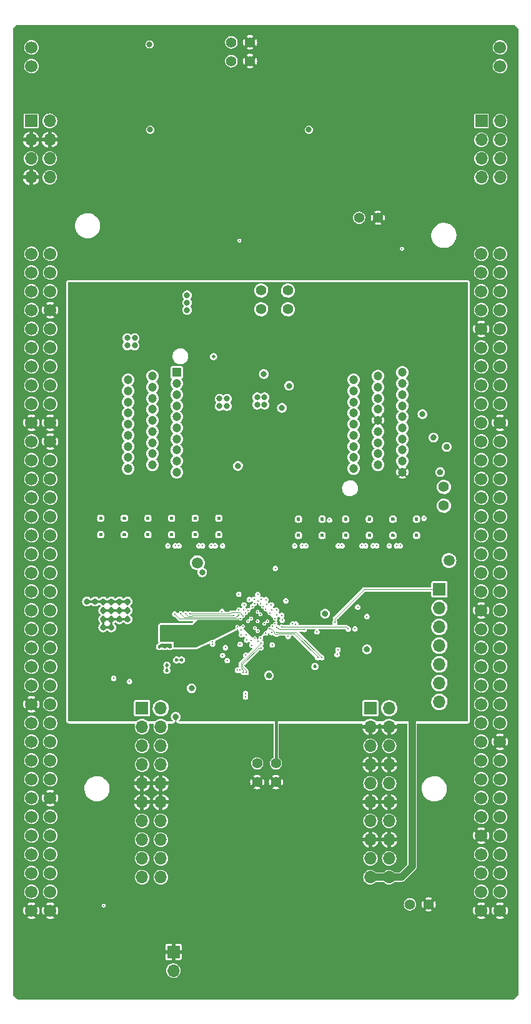
<source format=gbr>
%TF.GenerationSoftware,KiCad,Pcbnew,(6.0.8-1)-1*%
%TF.CreationDate,2022-10-19T15:00:50-05:00*%
%TF.ProjectId,NR1B-SQT56,4e523142-2d53-4515-9435-362e6b696361,rev?*%
%TF.SameCoordinates,Original*%
%TF.FileFunction,Copper,L3,Inr*%
%TF.FilePolarity,Positive*%
%FSLAX46Y46*%
G04 Gerber Fmt 4.6, Leading zero omitted, Abs format (unit mm)*
G04 Created by KiCad (PCBNEW (6.0.8-1)-1) date 2022-10-19 15:00:50*
%MOMM*%
%LPD*%
G01*
G04 APERTURE LIST*
%TA.AperFunction,ComponentPad*%
%ADD10C,1.400000*%
%TD*%
%TA.AperFunction,ComponentPad*%
%ADD11R,1.700000X1.700000*%
%TD*%
%TA.AperFunction,ComponentPad*%
%ADD12O,1.700000X1.700000*%
%TD*%
%TA.AperFunction,ComponentPad*%
%ADD13R,1.200000X1.200000*%
%TD*%
%TA.AperFunction,ComponentPad*%
%ADD14C,1.200000*%
%TD*%
%TA.AperFunction,ComponentPad*%
%ADD15C,1.500000*%
%TD*%
%TA.AperFunction,ComponentPad*%
%ADD16C,1.700000*%
%TD*%
%TA.AperFunction,ViaPad*%
%ADD17C,0.800000*%
%TD*%
%TA.AperFunction,ViaPad*%
%ADD18C,0.228600*%
%TD*%
%TA.AperFunction,ViaPad*%
%ADD19C,0.457200*%
%TD*%
%TA.AperFunction,Conductor*%
%ADD20C,1.000000*%
%TD*%
%TA.AperFunction,Conductor*%
%ADD21C,0.400000*%
%TD*%
%TA.AperFunction,Conductor*%
%ADD22C,0.076200*%
%TD*%
G04 APERTURE END LIST*
D10*
%TO.N,+3.3V*%
%TO.C,TP5*%
X97140000Y-144460000D03*
%TO.N,GND*%
X97140000Y-147000000D03*
%TD*%
%TO.N,/ANA_CE*%
%TO.C,TP6*%
X108420000Y-70610000D03*
%TO.N,GND*%
X110960000Y-70610000D03*
%TD*%
D11*
%TO.N,/ANA_WP_SENSE*%
%TO.C,J1*%
X125000000Y-57510000D03*
D12*
%TO.N,unconnected-(J1-Pad2)*%
X127540000Y-57510000D03*
%TO.N,/ANA_WP*%
X125000000Y-60050000D03*
%TO.N,unconnected-(J1-Pad4)*%
X127540000Y-60050000D03*
%TO.N,/ANA_VWL_SENSE*%
X125000000Y-62590000D03*
%TO.N,unconnected-(J1-Pad6)*%
X127540000Y-62590000D03*
%TO.N,/ANA_VWL*%
X125000000Y-65130000D03*
%TO.N,unconnected-(J1-Pad8)*%
X127540000Y-65130000D03*
%TD*%
D11*
%TO.N,/-15V_IN*%
%TO.C,J2*%
X63960000Y-57510000D03*
D12*
%TO.N,/+15V_IN*%
X66500000Y-57510000D03*
%TO.N,GND*%
X63960000Y-60050000D03*
X66500000Y-60050000D03*
%TO.N,unconnected-(J2-Pad5)*%
X63960000Y-62590000D03*
%TO.N,unconnected-(J2-Pad6)*%
X66500000Y-62590000D03*
%TO.N,GND*%
X63960000Y-65130000D03*
%TO.N,unconnected-(J2-Pad8)*%
X66500000Y-65130000D03*
%TD*%
D10*
%TO.N,GND*%
%TO.C,TP9*%
X117850000Y-163550000D03*
%TO.N,/FPGA/CDONE*%
X115310000Y-163550000D03*
%TD*%
D11*
%TO.N,GND*%
%TO.C,JP1*%
X83250000Y-169975000D03*
D12*
%TO.N,/FPGA/~{CRESET}*%
X83250000Y-172515000D03*
%TD*%
D13*
%TO.N,/FPGA/A23*%
%TO.C,U6*%
X83694258Y-91549258D03*
D14*
%TO.N,/FPGA/A22*%
X80394258Y-92049258D03*
%TO.N,/FPGA/A15*%
X77094258Y-92549258D03*
%TO.N,/FPGA/A14*%
X83694258Y-93049258D03*
%TO.N,/FPGA/A13*%
X80394258Y-93549258D03*
%TO.N,/FPGA/A12*%
X77094258Y-94049258D03*
%TO.N,/FPGA/A11*%
X83694258Y-94549258D03*
%TO.N,/FPGA/A10*%
X80394258Y-95049258D03*
%TO.N,/FPGA/A9*%
X77094258Y-95549258D03*
%TO.N,/FPGA/A8*%
X83694258Y-96049258D03*
%TO.N,/FPGA/A19*%
X80394258Y-96549258D03*
%TO.N,/FPGA/A20*%
X77094258Y-97049258D03*
%TO.N,/FC.~{WE}*%
X83694258Y-97549258D03*
%TO.N,/VWL_BUF*%
X80394258Y-98049258D03*
%TO.N,/FPGA/A21*%
X77094258Y-98549258D03*
%TO.N,/WP_BUF*%
X83694258Y-99049258D03*
%TO.N,/RY{slash}~{BY}*%
X80394258Y-99549258D03*
%TO.N,/FPGA/A18*%
X77094258Y-100049258D03*
%TO.N,/FPGA/A17*%
X83694258Y-100549258D03*
%TO.N,/FPGA/A7*%
X80394258Y-101049258D03*
%TO.N,/FPGA/A6*%
X77094258Y-101549258D03*
%TO.N,/FPGA/A5*%
X83694258Y-102049258D03*
%TO.N,/FPGA/A4*%
X80394258Y-102549258D03*
%TO.N,/FPGA/A3*%
X77094258Y-103049258D03*
%TO.N,/FPGA/A2*%
X83694258Y-103549258D03*
%TO.N,/FPGA/A1*%
X80394258Y-104049258D03*
%TO.N,unconnected-(U6-Pad27)*%
X77094258Y-104549258D03*
%TO.N,unconnected-(U6-Pad28)*%
X83694258Y-105049258D03*
%TO.N,+3.3V*%
X114274258Y-105049258D03*
%TO.N,unconnected-(U6-Pad30)*%
X107674258Y-104549258D03*
%TO.N,/FPGA/A0*%
X110974258Y-104049258D03*
%TO.N,/~{CE}*%
X114274258Y-103549258D03*
%TO.N,GND*%
X107674258Y-103049258D03*
%TO.N,/FC.~{OE}*%
X110974258Y-102549258D03*
%TO.N,/FPGA/DQ0*%
X114274258Y-102049258D03*
%TO.N,/FPGA/DQ8*%
X107674258Y-101549258D03*
%TO.N,/FPGA/DQ1*%
X110974258Y-101049258D03*
%TO.N,/FPGA/DQ9*%
X114274258Y-100549258D03*
%TO.N,/FPGA/DQ2*%
X107674258Y-100049258D03*
%TO.N,/FPGA/DQ10*%
X110974258Y-99549258D03*
%TO.N,/FPGA/DQ3*%
X114274258Y-99049258D03*
%TO.N,/FPGA/DQ11*%
X107674258Y-98549258D03*
%TO.N,+3.3V*%
X110974258Y-98049258D03*
%TO.N,/FPGA/DQ4*%
X114274258Y-97549258D03*
%TO.N,/FPGA/DQ12*%
X107674258Y-97049258D03*
%TO.N,/FPGA/DQ5*%
X110974258Y-96549258D03*
%TO.N,/FPGA/DQ13*%
X114274258Y-96049258D03*
%TO.N,/FPGA/DQ6*%
X107674258Y-95549258D03*
%TO.N,/FPGA/DQ14*%
X110974258Y-95049258D03*
%TO.N,/FPGA/DQ7*%
X114274258Y-94549258D03*
%TO.N,/FPGA/DQ15*%
X107674258Y-94049258D03*
%TO.N,GND*%
X110974258Y-93549258D03*
%TO.N,/FC.~{BYTE}*%
X114274258Y-93049258D03*
%TO.N,/FPGA/A16*%
X107674258Y-92549258D03*
%TO.N,/FPGA/A25*%
X110974258Y-92049258D03*
%TO.N,/FPGA/A24*%
X114274258Y-91549258D03*
%TD*%
D10*
%TO.N,GND*%
%TO.C,TP8*%
X119900000Y-109580000D03*
%TO.N,/~{CE}*%
X119900000Y-107040000D03*
%TD*%
D11*
%TO.N,/FPGA/IOL_5-*%
%TO.C,J4*%
X79000000Y-137000000D03*
D12*
%TO.N,/FPGA/IOL_5+*%
X81540000Y-137000000D03*
%TO.N,/FPGA/IOL_9-*%
X79000000Y-139540000D03*
%TO.N,/FPGA/IOL_9+*%
X81540000Y-139540000D03*
%TO.N,/FPGA/IOL_13-*%
X79000000Y-142080000D03*
%TO.N,/FPGA/IOL_13+*%
X81540000Y-142080000D03*
%TO.N,/FPGA/IOL_14-*%
X79000000Y-144620000D03*
%TO.N,/FPGA/IOL_14+*%
X81540000Y-144620000D03*
%TO.N,GND*%
X79000000Y-147160000D03*
X81540000Y-147160000D03*
X79000000Y-149700000D03*
X81540000Y-149700000D03*
%TO.N,/FPGA/IOL_12-*%
X79000000Y-152240000D03*
%TO.N,/FPGA/IOL_12+*%
X81540000Y-152240000D03*
%TO.N,/FPGA/IOL_18-*%
X79000000Y-154780000D03*
%TO.N,/FPGA/IOL_18+*%
X81540000Y-154780000D03*
%TO.N,/FPGA/IOL_23-*%
X79000000Y-157320000D03*
%TO.N,/FPGA/IOL_23+*%
X81540000Y-157320000D03*
%TO.N,/FPGA/IOL_25-*%
X79000000Y-159860000D03*
%TO.N,/FPGA/IOL_25+*%
X81540000Y-159860000D03*
%TD*%
D10*
%TO.N,+15V*%
%TO.C,TP4*%
X91100000Y-49400000D03*
%TO.N,GND*%
X93640000Y-49400000D03*
%TD*%
D11*
%TO.N,/FPGA/FLASH.~{CS}*%
%TO.C,J3*%
X119300000Y-120900000D03*
D12*
%TO.N,/FPGA/FLASH.SCK*%
X119300000Y-123440000D03*
%TO.N,/FPGA/FLASH.DI_IO0*%
X119300000Y-125980000D03*
%TO.N,/FPGA/FLASH.DO_IO1*%
X119300000Y-128520000D03*
%TO.N,/FPGA/FLASH.~{WP}_IO2*%
X119300000Y-131060000D03*
%TO.N,/FPGA/FLASH.~{RST}_IO3*%
X119300000Y-133600000D03*
%TO.N,GND*%
X119300000Y-136140000D03*
%TD*%
D10*
%TO.N,GND*%
%TO.C,TP7*%
X94600000Y-147000000D03*
%TO.N,+1V2*%
X94600000Y-144460000D03*
%TD*%
D15*
%TO.N,/FPGA/IOR_109*%
%TO.C,TP10*%
X120600000Y-117000000D03*
%TD*%
D10*
%TO.N,/WP_BUF*%
%TO.C,TP2*%
X98775000Y-83000000D03*
%TO.N,GND*%
X98775000Y-80460000D03*
%TD*%
%TO.N,GND*%
%TO.C,TP1*%
X95150000Y-80460000D03*
%TO.N,/VWL_BUF*%
X95150000Y-83000000D03*
%TD*%
D16*
%TO.N,/CE_SW*%
%TO.C,X1*%
X64000000Y-75500000D03*
%TO.N,unconnected-(X1-Pad2)*%
X66540000Y-75500000D03*
%TO.N,unconnected-(X1-Pad3)*%
X64000000Y-78040000D03*
%TO.N,unconnected-(X1-Pad4)*%
X66540000Y-78040000D03*
%TO.N,unconnected-(X1-Pad5)*%
X64000000Y-80580000D03*
%TO.N,unconnected-(X1-Pad6)*%
X66540000Y-80580000D03*
%TO.N,unconnected-(X1-Pad7)*%
X64000000Y-83120000D03*
%TO.N,GND*%
X66540000Y-83120000D03*
%TO.N,/QSPI.IO3*%
X64000000Y-85660000D03*
%TO.N,unconnected-(X1-Pad10)*%
X66540000Y-85660000D03*
%TO.N,/QSPI.IO2*%
X64000000Y-88200000D03*
%TO.N,unconnected-(X1-Pad12)*%
X66540000Y-88200000D03*
%TO.N,unconnected-(X1-Pad13)*%
X64000000Y-90740000D03*
%TO.N,/~{MCU_RESET}*%
X66540000Y-90740000D03*
%TO.N,unconnected-(X1-Pad15)*%
X64000000Y-93280000D03*
%TO.N,+3.3V*%
X66540000Y-93280000D03*
%TO.N,unconnected-(X1-Pad17)*%
X64000000Y-95820000D03*
%TO.N,unconnected-(X1-Pad18)*%
X66540000Y-95820000D03*
%TO.N,GND*%
X64000000Y-98360000D03*
X66540000Y-98360000D03*
%TO.N,unconnected-(X1-Pad21)*%
X64000000Y-100900000D03*
%TO.N,GND*%
X66540000Y-100900000D03*
%TO.N,unconnected-(X1-Pad23)*%
X64000000Y-103440000D03*
%TO.N,unconnected-(X1-Pad24)*%
X66540000Y-103440000D03*
%TO.N,unconnected-(X1-Pad25)*%
X64000000Y-105980000D03*
%TO.N,unconnected-(X1-Pad26)*%
X66540000Y-105980000D03*
%TO.N,unconnected-(X1-Pad27)*%
X64000000Y-108520000D03*
%TO.N,unconnected-(X1-Pad28)*%
X66540000Y-108520000D03*
%TO.N,unconnected-(X1-Pad29)*%
X64000000Y-111060000D03*
%TO.N,unconnected-(X1-Pad30)*%
X66540000Y-111060000D03*
%TO.N,unconnected-(X1-Pad31)*%
X64000000Y-113600000D03*
%TO.N,unconnected-(X1-Pad32)*%
X66540000Y-113600000D03*
%TO.N,unconnected-(X1-Pad33)*%
X64000000Y-116140000D03*
%TO.N,unconnected-(X1-Pad34)*%
X66540000Y-116140000D03*
%TO.N,unconnected-(X1-Pad35)*%
X64000000Y-118680000D03*
%TO.N,unconnected-(X1-Pad36)*%
X66540000Y-118680000D03*
%TO.N,unconnected-(X1-Pad37)*%
X64000000Y-121220000D03*
%TO.N,unconnected-(X1-Pad38)*%
X66540000Y-121220000D03*
%TO.N,unconnected-(X1-Pad39)*%
X64000000Y-123760000D03*
%TO.N,unconnected-(X1-Pad40)*%
X66540000Y-123760000D03*
%TO.N,unconnected-(X1-Pad41)*%
X64000000Y-126300000D03*
%TO.N,unconnected-(X1-Pad42)*%
X66540000Y-126300000D03*
%TO.N,unconnected-(X1-Pad43)*%
X64000000Y-128840000D03*
%TO.N,unconnected-(X1-Pad44)*%
X66540000Y-128840000D03*
%TO.N,unconnected-(X1-Pad45)*%
X64000000Y-131380000D03*
%TO.N,unconnected-(X1-Pad46)*%
X66540000Y-131380000D03*
%TO.N,unconnected-(X1-Pad47)*%
X64000000Y-133920000D03*
%TO.N,unconnected-(X1-Pad48)*%
X66540000Y-133920000D03*
%TO.N,GND*%
X64000000Y-136460000D03*
%TO.N,unconnected-(X1-Pad50)*%
X66540000Y-136460000D03*
%TO.N,unconnected-(X1-Pad51)*%
X64000000Y-139000000D03*
%TO.N,unconnected-(X1-Pad52)*%
X66540000Y-139000000D03*
%TO.N,unconnected-(X1-Pad53)*%
X64000000Y-141540000D03*
%TO.N,/QSPI.IO1*%
X66540000Y-141540000D03*
%TO.N,unconnected-(X1-Pad55)*%
X64000000Y-144080000D03*
%TO.N,/QSPI.IO0*%
X66540000Y-144080000D03*
%TO.N,unconnected-(X1-Pad57)*%
X64000000Y-146620000D03*
%TO.N,unconnected-(X1-Pad58)*%
X66540000Y-146620000D03*
%TO.N,unconnected-(X1-Pad59)*%
X64000000Y-149160000D03*
%TO.N,GND*%
X66540000Y-149160000D03*
%TO.N,unconnected-(X1-Pad61)*%
X64000000Y-151700000D03*
%TO.N,unconnected-(X1-Pad62)*%
X66540000Y-151700000D03*
%TO.N,unconnected-(X1-Pad63)*%
X64000000Y-154240000D03*
%TO.N,unconnected-(X1-Pad64)*%
X66540000Y-154240000D03*
%TO.N,unconnected-(X1-Pad65)*%
X64000000Y-156780000D03*
%TO.N,unconnected-(X1-Pad66)*%
X66540000Y-156780000D03*
%TO.N,unconnected-(X1-Pad67)*%
X64000000Y-159320000D03*
%TO.N,unconnected-(X1-Pad68)*%
X66540000Y-159320000D03*
%TO.N,unconnected-(X1-Pad69)*%
X64000000Y-161860000D03*
%TO.N,unconnected-(X1-Pad70)*%
X66540000Y-161860000D03*
%TO.N,GND*%
X64000000Y-164400000D03*
X66540000Y-164400000D03*
%TO.N,unconnected-(X1-Pad73)*%
X124960000Y-75500000D03*
%TO.N,unconnected-(X1-Pad74)*%
X127500000Y-75500000D03*
%TO.N,unconnected-(X1-Pad75)*%
X124960000Y-78040000D03*
%TO.N,unconnected-(X1-Pad76)*%
X127500000Y-78040000D03*
%TO.N,unconnected-(X1-Pad77)*%
X124960000Y-80580000D03*
%TO.N,unconnected-(X1-Pad78)*%
X127500000Y-80580000D03*
%TO.N,unconnected-(X1-Pad79)*%
X124960000Y-83120000D03*
%TO.N,unconnected-(X1-Pad80)*%
X127500000Y-83120000D03*
%TO.N,GND*%
X124960000Y-85660000D03*
%TO.N,unconnected-(X1-Pad82)*%
X127500000Y-85660000D03*
%TO.N,unconnected-(X1-Pad83)*%
X124960000Y-88200000D03*
%TO.N,unconnected-(X1-Pad84)*%
X127500000Y-88200000D03*
%TO.N,unconnected-(X1-Pad85)*%
X124960000Y-90740000D03*
%TO.N,unconnected-(X1-Pad86)*%
X127500000Y-90740000D03*
%TO.N,unconnected-(X1-Pad87)*%
X124960000Y-93280000D03*
%TO.N,unconnected-(X1-Pad88)*%
X127500000Y-93280000D03*
%TO.N,unconnected-(X1-Pad89)*%
X124960000Y-95820000D03*
%TO.N,unconnected-(X1-Pad90)*%
X127500000Y-95820000D03*
%TO.N,unconnected-(X1-Pad91)*%
X124960000Y-98360000D03*
%TO.N,GND*%
X127500000Y-98360000D03*
%TO.N,unconnected-(X1-Pad93)*%
X124960000Y-100900000D03*
%TO.N,unconnected-(X1-Pad94)*%
X127500000Y-100900000D03*
%TO.N,unconnected-(X1-Pad95)*%
X124960000Y-103440000D03*
%TO.N,unconnected-(X1-Pad96)*%
X127500000Y-103440000D03*
%TO.N,/QSPI.~{CS}*%
X124960000Y-105980000D03*
%TO.N,unconnected-(X1-Pad98)*%
X127500000Y-105980000D03*
%TO.N,unconnected-(X1-Pad99)*%
X124960000Y-108520000D03*
%TO.N,unconnected-(X1-Pad100)*%
X127500000Y-108520000D03*
%TO.N,unconnected-(X1-Pad101)*%
X124960000Y-111060000D03*
%TO.N,unconnected-(X1-Pad102)*%
X127500000Y-111060000D03*
%TO.N,unconnected-(X1-Pad103)*%
X124960000Y-113600000D03*
%TO.N,unconnected-(X1-Pad104)*%
X127500000Y-113600000D03*
%TO.N,unconnected-(X1-Pad105)*%
X124960000Y-116140000D03*
%TO.N,unconnected-(X1-Pad106)*%
X127500000Y-116140000D03*
%TO.N,unconnected-(X1-Pad107)*%
X124960000Y-118680000D03*
%TO.N,unconnected-(X1-Pad108)*%
X127500000Y-118680000D03*
%TO.N,unconnected-(X1-Pad109)*%
X124960000Y-121220000D03*
%TO.N,unconnected-(X1-Pad110)*%
X127500000Y-121220000D03*
%TO.N,GND*%
X124960000Y-123760000D03*
%TO.N,unconnected-(X1-Pad112)*%
X127500000Y-123760000D03*
%TO.N,unconnected-(X1-Pad113)*%
X124960000Y-126300000D03*
%TO.N,/QSPI.SCK*%
X127500000Y-126300000D03*
%TO.N,unconnected-(X1-Pad115)*%
X124960000Y-128840000D03*
%TO.N,unconnected-(X1-Pad116)*%
X127500000Y-128840000D03*
%TO.N,unconnected-(X1-Pad117)*%
X124960000Y-131380000D03*
%TO.N,unconnected-(X1-Pad118)*%
X127500000Y-131380000D03*
%TO.N,unconnected-(X1-Pad119)*%
X124960000Y-133920000D03*
%TO.N,unconnected-(X1-Pad120)*%
X127500000Y-133920000D03*
%TO.N,unconnected-(X1-Pad121)*%
X124960000Y-136460000D03*
%TO.N,unconnected-(X1-Pad122)*%
X127500000Y-136460000D03*
%TO.N,unconnected-(X1-Pad123)*%
X124960000Y-139000000D03*
%TO.N,unconnected-(X1-Pad124)*%
X127500000Y-139000000D03*
%TO.N,unconnected-(X1-Pad125)*%
X124960000Y-141540000D03*
%TO.N,GND*%
X127500000Y-141540000D03*
%TO.N,unconnected-(X1-Pad127)*%
X124960000Y-144080000D03*
%TO.N,unconnected-(X1-Pad128)*%
X127500000Y-144080000D03*
%TO.N,unconnected-(X1-Pad129)*%
X124960000Y-146620000D03*
%TO.N,unconnected-(X1-Pad130)*%
X127500000Y-146620000D03*
%TO.N,unconnected-(X1-Pad131)*%
X124960000Y-149160000D03*
%TO.N,unconnected-(X1-Pad132)*%
X127500000Y-149160000D03*
%TO.N,unconnected-(X1-Pad133)*%
X124960000Y-151700000D03*
%TO.N,unconnected-(X1-Pad134)*%
X127500000Y-151700000D03*
%TO.N,GND*%
X124960000Y-154240000D03*
%TO.N,unconnected-(X1-Pad136)*%
X127500000Y-154240000D03*
%TO.N,unconnected-(X1-Pad137)*%
X124960000Y-156780000D03*
%TO.N,unconnected-(X1-Pad138)*%
X127500000Y-156780000D03*
%TO.N,unconnected-(X1-Pad139)*%
X124960000Y-159320000D03*
%TO.N,unconnected-(X1-Pad140)*%
X127500000Y-159320000D03*
%TO.N,unconnected-(X1-Pad141)*%
X124960000Y-161860000D03*
%TO.N,unconnected-(X1-Pad142)*%
X127500000Y-161860000D03*
%TO.N,GND*%
X124960000Y-164400000D03*
X127500000Y-164400000D03*
%TO.N,unconnected-(X1-Pad145)*%
X64000000Y-47560000D03*
%TO.N,unconnected-(X1-Pad146)*%
X64000000Y-50100000D03*
%TO.N,unconnected-(X1-Pad147)*%
X127500000Y-47560000D03*
%TO.N,unconnected-(X1-Pad148)*%
X127500000Y-50100000D03*
%TD*%
D10*
%TO.N,-15V*%
%TO.C,TP3*%
X91100000Y-46860000D03*
%TO.N,GND*%
X93640000Y-46860000D03*
%TD*%
D15*
%TO.N,/FPGA/IOT_188*%
%TO.C,TP11*%
X86500000Y-117300000D03*
%TD*%
D11*
%TO.N,GND*%
%TO.C,J5*%
X109950000Y-137000000D03*
D12*
X112490000Y-137000000D03*
X109950000Y-139540000D03*
X112490000Y-139540000D03*
%TO.N,/FPGA/IOB_104_CBSEL1*%
X109950000Y-142080000D03*
%TO.N,/FPGA/IOB_103_CBSEL0*%
X112490000Y-142080000D03*
%TO.N,GND*%
X109950000Y-144620000D03*
X112490000Y-144620000D03*
%TO.N,/FPGA/IOB_82_GBIN4*%
X109950000Y-147160000D03*
%TO.N,/FPGA/IOB_89*%
X112490000Y-147160000D03*
%TO.N,GND*%
X109950000Y-149700000D03*
X112490000Y-149700000D03*
%TO.N,/FPGA/IOB_91*%
X109950000Y-152240000D03*
%TO.N,/FPGA/IOB_87*%
X112490000Y-152240000D03*
%TO.N,GND*%
X109950000Y-154780000D03*
X112490000Y-154780000D03*
%TO.N,/FPGA/IOB_73*%
X109950000Y-157320000D03*
%TO.N,/FPGA/IOB_74*%
X112490000Y-157320000D03*
%TO.N,+3.3V*%
X109950000Y-159860000D03*
X112490000Y-159860000D03*
%TD*%
D17*
%TO.N,GND*%
X74830000Y-126060000D03*
D18*
X106715000Y-111520000D03*
X103520000Y-113480000D03*
D17*
X74830000Y-123760000D03*
D18*
X103280000Y-113720000D03*
X76475000Y-113615000D03*
X100320000Y-111280000D03*
X83115000Y-113620000D03*
X103515000Y-111280000D03*
X116315000Y-111280000D03*
D17*
X82100000Y-49500000D03*
X101250000Y-55250000D03*
D18*
X116080000Y-113720000D03*
X113120000Y-113480000D03*
X113115000Y-111280000D03*
X107715000Y-154650000D03*
X86075000Y-113620000D03*
X106475000Y-111520000D03*
X109680000Y-113720000D03*
X76475000Y-111400000D03*
D17*
X83300000Y-56300000D03*
D18*
X100080000Y-113720000D03*
X79675000Y-111405000D03*
X89285000Y-111400000D03*
D17*
X103800000Y-124200000D03*
X120290000Y-101620000D03*
D18*
X103515000Y-111520000D03*
X93879937Y-128476425D03*
X103280000Y-113480000D03*
D17*
X119390000Y-105040000D03*
D18*
X79675000Y-113620000D03*
D17*
X75500000Y-171000000D03*
D18*
X89525000Y-113375000D03*
X105515000Y-144475000D03*
D17*
X102750000Y-55250000D03*
X83550000Y-143350000D03*
D18*
X86315000Y-111165000D03*
X82875000Y-111165000D03*
X116075000Y-111520000D03*
X106715000Y-111280000D03*
X112880000Y-113720000D03*
D19*
X88700000Y-89400000D03*
D18*
X100320000Y-111520000D03*
X117210000Y-111280000D03*
X107475000Y-154890000D03*
X94668361Y-125206056D03*
X79915000Y-113620000D03*
X105275000Y-154890000D03*
X107715000Y-144715000D03*
D17*
X110250000Y-55250000D03*
D18*
X79915000Y-113380000D03*
D17*
X74830000Y-124960000D03*
X83600000Y-158700000D03*
D19*
X82060000Y-128660000D03*
D18*
X106475000Y-111280000D03*
D17*
X107250000Y-55250000D03*
D18*
X79675000Y-111165000D03*
X107475000Y-144475000D03*
D17*
X106100000Y-61900000D03*
D18*
X93046512Y-129801715D03*
X116315000Y-111520000D03*
X90300000Y-128800000D03*
D17*
X117750000Y-65000000D03*
X83300000Y-49500000D03*
X73730000Y-122560000D03*
D18*
X79675000Y-113380000D03*
X76475000Y-111160000D03*
X109675000Y-111520000D03*
X96650000Y-128425000D03*
D19*
X82760000Y-128660000D03*
D17*
X77030000Y-123760000D03*
X71530000Y-122560000D03*
D18*
X109915000Y-111280000D03*
X105275000Y-144715000D03*
X106720000Y-113480000D03*
X94311272Y-126121760D03*
X106480000Y-113720000D03*
X82875000Y-113620000D03*
X89285000Y-111160000D03*
D17*
X77030000Y-122560000D03*
X72630000Y-122560000D03*
X73730000Y-124960000D03*
D18*
X83115000Y-111405000D03*
D19*
X82360000Y-131860000D03*
D18*
X86075000Y-111405000D03*
X104400000Y-111520000D03*
X100080000Y-111520000D03*
D19*
X84360000Y-130460000D03*
D18*
X100320000Y-113720000D03*
D17*
X83300000Y-48300000D03*
D18*
X86315000Y-113620000D03*
X99825000Y-125600000D03*
X76715000Y-113375000D03*
D17*
X108750000Y-55250000D03*
D18*
X79915000Y-111165000D03*
D17*
X83700000Y-153550000D03*
D18*
X106720000Y-113720000D03*
X73515000Y-113615000D03*
X89285000Y-113375000D03*
D17*
X118500000Y-100350000D03*
D18*
X89525000Y-111160000D03*
D19*
X83660000Y-130460000D03*
D17*
X73730000Y-123760000D03*
D18*
X105515000Y-154890000D03*
D17*
X82100000Y-47100000D03*
D18*
X100080000Y-111280000D03*
X86315000Y-113380000D03*
X106480000Y-113480000D03*
X109920000Y-113720000D03*
D19*
X82360000Y-131160000D03*
D18*
X82875000Y-113380000D03*
D17*
X104250000Y-55250000D03*
D18*
X100080000Y-113480000D03*
X76715000Y-113615000D03*
D17*
X117750000Y-60000000D03*
X74830000Y-122560000D03*
D18*
X112875000Y-111520000D03*
X92098982Y-121576018D03*
X73275000Y-111160000D03*
X112880000Y-113480000D03*
X95576993Y-125563145D03*
X89525000Y-113615000D03*
X107715000Y-154890000D03*
X73275000Y-113615000D03*
X113115000Y-111520000D03*
X73515000Y-111400000D03*
X97075000Y-118075000D03*
X107715000Y-144475000D03*
D17*
X83550000Y-138150000D03*
X75930000Y-124960000D03*
X109480000Y-129010000D03*
D18*
X107475000Y-154650000D03*
D17*
X82100000Y-55100000D03*
D18*
X86075000Y-111165000D03*
D17*
X82100000Y-57500000D03*
D18*
X112875000Y-111280000D03*
D19*
X102425000Y-131350000D03*
D17*
X75930000Y-122560000D03*
D18*
X100320000Y-113480000D03*
D17*
X92000000Y-104200000D03*
X105750000Y-55250000D03*
D18*
X103275000Y-111520000D03*
X79915000Y-111405000D03*
D17*
X83300000Y-47100000D03*
D18*
X98483203Y-122451875D03*
X76715000Y-111400000D03*
D17*
X73730000Y-126060000D03*
D18*
X105515000Y-154650000D03*
D19*
X116600000Y-174300000D03*
D18*
X116080000Y-113480000D03*
X73275000Y-111400000D03*
X73515000Y-113375000D03*
X103275000Y-111280000D03*
X109920000Y-113480000D03*
X89285000Y-113615000D03*
X109680000Y-113480000D03*
D17*
X83300000Y-57500000D03*
D18*
X76715000Y-111160000D03*
D17*
X75930000Y-123760000D03*
D18*
X105515000Y-144715000D03*
X86315000Y-111405000D03*
X89525000Y-111400000D03*
X116320000Y-113720000D03*
X73275000Y-113375000D03*
X83115000Y-113380000D03*
X76475000Y-113375000D03*
X103520000Y-113720000D03*
X73515000Y-111160000D03*
X89820000Y-123910000D03*
X82875000Y-111405000D03*
X105275000Y-144475000D03*
X105275000Y-154650000D03*
D17*
X83300000Y-55100000D03*
X77030000Y-124960000D03*
D19*
X81360000Y-128660000D03*
D18*
X93759729Y-124848967D03*
X116320000Y-113480000D03*
X83115000Y-111165000D03*
X109915000Y-111520000D03*
X95025450Y-124290353D03*
X107475000Y-144715000D03*
D17*
X96200000Y-132550000D03*
D18*
X86075000Y-113380000D03*
X113120000Y-113720000D03*
X109675000Y-111280000D03*
X116075000Y-111280000D03*
D17*
%TO.N,+3.3V*%
X121600000Y-97900000D03*
D18*
X90600000Y-132000000D03*
D17*
X73730000Y-129160000D03*
X98750000Y-135700000D03*
X77030000Y-129160000D03*
D19*
X113500000Y-120250000D03*
D18*
X91892804Y-125992804D03*
D17*
X75930000Y-130260000D03*
X74830000Y-129160000D03*
D18*
X91100000Y-132500000D03*
X97344760Y-125209592D03*
D17*
X72630000Y-131360000D03*
X73730000Y-130260000D03*
X122500000Y-97000000D03*
D18*
X91100000Y-132000000D03*
X94671897Y-126538953D03*
X91650000Y-129960000D03*
D17*
X73730000Y-128160000D03*
D19*
X105175000Y-123800000D03*
D18*
X93000000Y-131200000D03*
X97500000Y-130400000D03*
D17*
X74830000Y-128160000D03*
D18*
X90500000Y-127400000D03*
X95810338Y-128115801D03*
D17*
X77030000Y-130260000D03*
D18*
X90600000Y-132500000D03*
D17*
X122500000Y-97900000D03*
D18*
X93377891Y-125202521D03*
D17*
X121600000Y-97000000D03*
D18*
X94664825Y-123943871D03*
X96001257Y-125209592D03*
D17*
X74830000Y-130260000D03*
D18*
X88400000Y-129200000D03*
D19*
X113500000Y-121700000D03*
D17*
X75930000Y-131360000D03*
D18*
X95289112Y-119989112D03*
X88400000Y-130600000D03*
X98700000Y-121300000D03*
D17*
X74830000Y-131360000D03*
X71530000Y-131360000D03*
X77030000Y-131360000D03*
D19*
X106125000Y-124750000D03*
D17*
X73730000Y-131360000D03*
X75930000Y-129160000D03*
D18*
X90850000Y-121220000D03*
D17*
X105600000Y-121700000D03*
D19*
X89650000Y-86800000D03*
D18*
%TO.N,+1V2*%
X93766800Y-125563145D03*
X95569922Y-124848967D03*
D17*
X85700000Y-126300000D03*
D18*
X94318343Y-124304495D03*
D17*
X83300000Y-126300000D03*
D18*
X93957719Y-127168278D03*
D17*
X82100000Y-126300000D03*
X85700000Y-127300000D03*
D18*
X95018379Y-126107618D03*
D17*
X84500000Y-126300000D03*
X85700000Y-128300000D03*
X85700000Y-134300000D03*
X87150000Y-118600000D03*
%TO.N,+15V*%
X101600000Y-58700000D03*
X77000000Y-86900000D03*
X90500000Y-95100000D03*
X78000000Y-87900000D03*
X77000000Y-87900000D03*
X80100000Y-58700000D03*
X117000000Y-97200000D03*
X78000000Y-86900000D03*
X90500000Y-96100000D03*
X89500000Y-96100000D03*
X89500000Y-95100000D03*
%TO.N,-15V*%
X95600000Y-95900000D03*
X94600000Y-94900000D03*
X94600000Y-95900000D03*
X95600000Y-94900000D03*
X85100000Y-81100000D03*
X85100000Y-83100000D03*
X80020000Y-47140000D03*
X85100000Y-82100000D03*
D18*
%TO.N,/FPGA/A11*%
X94680000Y-121610000D03*
X88900000Y-115000000D03*
%TO.N,/FPGA/A9*%
X92345515Y-124848967D03*
X83430000Y-124240000D03*
%TO.N,/FPGA/A8*%
X94176922Y-122239743D03*
X88400000Y-115000000D03*
%TO.N,/FPGA/A21*%
X91405063Y-124417632D03*
X84890000Y-124210000D03*
%TO.N,/FPGA/A20*%
X92055601Y-124361064D03*
X84240000Y-124230000D03*
%TO.N,/CE_SW*%
X92200000Y-73700000D03*
X114225000Y-74800000D03*
%TO.N,/FPGA/A7*%
X93052622Y-124141861D03*
X83500000Y-115000000D03*
%TO.N,/FPGA/A4*%
X92112170Y-123710526D03*
X82500000Y-115000000D03*
%TO.N,/FPGA/A18*%
X92699069Y-124495414D03*
X85510000Y-124210000D03*
%TO.N,/FPGA/A17*%
X86700000Y-115000000D03*
X93526384Y-122296312D03*
%TO.N,/FPGA/A0*%
X108800000Y-115000000D03*
X95732557Y-123597388D03*
%TO.N,/FPGA/A14*%
X89900000Y-115000000D03*
X94671897Y-122536728D03*
%TO.N,/RY{slash}~{BY}*%
X92762708Y-123653957D03*
X84000000Y-115000000D03*
%TO.N,/FPGA/DQ0*%
X97281121Y-124368135D03*
X113500000Y-115000000D03*
%TO.N,/FPGA/DQ1*%
X110300000Y-115000000D03*
X96566943Y-123653957D03*
%TO.N,/FC.~{OE}*%
X109300000Y-115000000D03*
X96524516Y-123003419D03*
%TO.N,/FC.~{WE}*%
X87200000Y-115000000D03*
X94311272Y-122883211D03*
%TO.N,/FPGA/DQ6*%
X100700000Y-115000000D03*
X95018379Y-122883211D03*
%TO.N,/FPGA/DQ7*%
X112500000Y-115000000D03*
X97224552Y-123703454D03*
%TO.N,/FC.~{CE}*%
X96991207Y-124856039D03*
D17*
%TO.N,/WP_BUF*%
X95500000Y-91750000D03*
D18*
%TO.N,/FPGA/DQ9*%
X114000000Y-115000000D03*
X97931659Y-124410561D03*
%TO.N,/FPGA/DQ12*%
X95782054Y-122303383D03*
X101200000Y-115000000D03*
%TO.N,/FPGA/DQ14*%
X106100000Y-115000000D03*
X95859836Y-122946850D03*
%TO.N,/FPGA/DQ15*%
X99700000Y-115000000D03*
X95152729Y-122239743D03*
%TO.N,/~{MCU_RESET}*%
X73800000Y-163700000D03*
%TO.N,/FPGA/VCCPLL0*%
X96574014Y-126758156D03*
%TO.N,/FPGA/GNDPLL0*%
X95732557Y-126821795D03*
%TO.N,/FPGA/VCCPLL1*%
X92819277Y-123003419D03*
%TO.N,/FPGA/GNDPLL1*%
X93400000Y-123790000D03*
%TO.N,/FPGA/IOL_9+*%
X88550000Y-127972200D03*
X92699069Y-125909628D03*
%TO.N,/FPGA/IOL_9-*%
X88550000Y-128327800D03*
X92409155Y-126397531D03*
%TO.N,/FPGA/IOL_12+*%
X92300000Y-128350000D03*
X93165759Y-127762247D03*
%TO.N,/FPGA/IOL_13+*%
X89900000Y-129850000D03*
X92458652Y-127055141D03*
%TO.N,/FPGA/IOL_14-*%
X90550000Y-130550000D03*
X93116262Y-127104638D03*
%TO.N,/FPGA/IOL_18+*%
X91922200Y-131850000D03*
X93823368Y-127811745D03*
%TO.N,/FPGA/IOL_18-*%
X92277800Y-131850000D03*
X94304201Y-127514760D03*
%TO.N,/FPGA/IOB_87*%
X102800000Y-130150000D03*
X96277029Y-126263181D03*
%TO.N,/FPGA/~{CRESET}*%
X96991207Y-125563145D03*
D17*
%TO.N,/ANA_WP_SENSE*%
X98925000Y-93350000D03*
%TO.N,/ANA_WP*%
X97950000Y-96350000D03*
D18*
%TO.N,/FPGA/FLASH.~{CS}*%
X105130000Y-125420000D03*
%TO.N,/FPGA/FLASH.SCK*%
X108220000Y-123310000D03*
X99413048Y-125559610D03*
%TO.N,/FPGA/FLASH.DI_IO0*%
X109470000Y-124580000D03*
X102700000Y-126660000D03*
%TO.N,/FPGA/FLASH.DO_IO1*%
X106940000Y-126270000D03*
X97917517Y-125994480D03*
%TO.N,/FPGA/FLASH.~{RST}_IO3*%
X107850000Y-126240000D03*
%TO.N,/FPGA/IOB_91*%
X97224552Y-126701587D03*
X103350000Y-130150000D03*
%TO.N,/FPGA/CDONE*%
X97281121Y-126051049D03*
X100975000Y-126325000D03*
%TO.N,/FPGA/A25*%
X95371932Y-123236764D03*
X105600000Y-115000000D03*
%TO.N,/FPGA/A24*%
X96284100Y-124148932D03*
X110800000Y-115000000D03*
%TO.N,/FPGA/IOB_103_CBSEL0*%
X98799222Y-127284840D03*
X96637653Y-125916699D03*
%TO.N,/QSPI.IO2*%
X93025000Y-135475000D03*
%TO.N,/QSPI.~{CS}*%
X105425000Y-129725000D03*
X94671897Y-127882456D03*
%TO.N,/QSPI.IO3*%
X93025000Y-135000000D03*
%TO.N,/QSPI.SCK*%
X105550000Y-129100000D03*
X95025450Y-127528902D03*
%TO.N,/QSPI.IO1*%
X95145658Y-128172369D03*
X75160000Y-132950000D03*
X92690000Y-132130000D03*
%TO.N,/QSPI.IO0*%
X77290000Y-133380000D03*
X93100000Y-132150000D03*
X95103232Y-128822908D03*
%TO.N,/FPGA/IOR_109*%
X97988227Y-125075242D03*
%TO.N,/FPGA/IOT_188*%
X93957719Y-123236764D03*
%TD*%
D20*
%TO.N,+3.3V*%
X114165000Y-159860000D02*
X115600000Y-158425000D01*
X115600000Y-158425000D02*
X115600000Y-138200000D01*
X109950000Y-159860000D02*
X112490000Y-159860000D01*
D21*
X97140000Y-138285000D02*
X97150000Y-138275000D01*
X97140000Y-144460000D02*
X97140000Y-138285000D01*
D20*
X112490000Y-159860000D02*
X114165000Y-159860000D01*
D22*
%TO.N,/FPGA/A9*%
X84080600Y-124890600D02*
X92303882Y-124890600D01*
X92345515Y-124848967D02*
X92303882Y-124890600D01*
X84080600Y-124890600D02*
X83430000Y-124240000D01*
%TO.N,/FPGA/A21*%
X85822368Y-124417632D02*
X91405063Y-124417632D01*
X85690000Y-124550000D02*
X85230000Y-124550000D01*
X85230000Y-124550000D02*
X84890000Y-124210000D01*
X85822368Y-124417632D02*
X85690000Y-124550000D01*
%TO.N,/FPGA/A20*%
X84727032Y-124717032D02*
X91699633Y-124717032D01*
X92055601Y-124361064D02*
X91699633Y-124717032D01*
X84727032Y-124717032D02*
X84240000Y-124230000D01*
%TO.N,/FPGA/A18*%
X91051664Y-124061664D02*
X91050000Y-124060000D01*
X91050000Y-124060000D02*
X90900600Y-124209400D01*
X92699069Y-124495414D02*
X92265319Y-124061664D01*
X85510600Y-124209400D02*
X85510000Y-124210000D01*
X90900600Y-124209400D02*
X85510600Y-124209400D01*
X92265319Y-124061664D02*
X91051664Y-124061664D01*
%TO.N,/FPGA/IOB_87*%
X99625000Y-126900000D02*
X102800000Y-130075000D01*
X96925152Y-126685878D02*
X96925152Y-126850152D01*
X96277029Y-126263181D02*
X96502455Y-126263181D01*
X97349013Y-127000987D02*
X97450000Y-126900000D01*
X97450000Y-126900000D02*
X99625000Y-126900000D01*
X102800000Y-130075000D02*
X102800000Y-130150000D01*
X97075000Y-127000000D02*
X97075987Y-127000987D01*
X96925152Y-126850152D02*
X97075000Y-127000000D01*
X97075987Y-127000987D02*
X97349013Y-127000987D01*
X96502455Y-126263181D02*
X96925152Y-126685878D01*
%TO.N,/FPGA/FLASH.~{CS}*%
X105130000Y-125420000D02*
X105130000Y-124850000D01*
X109080000Y-120900000D02*
X119300000Y-120900000D01*
X105130000Y-124850000D02*
X109080000Y-120900000D01*
%TO.N,/FPGA/FLASH.DO_IO1*%
X97917517Y-125994480D02*
X106664480Y-125994480D01*
X106664480Y-125994480D02*
X106940000Y-126270000D01*
%TO.N,/FPGA/IOB_91*%
X99901587Y-126701587D02*
X103350000Y-130150000D01*
X97224552Y-126701587D02*
X99901587Y-126701587D01*
%TO.N,/FPGA/CDONE*%
X97555072Y-126325000D02*
X100975000Y-126325000D01*
X97281121Y-126051049D02*
X97555072Y-126325000D01*
%TO.N,/QSPI.IO1*%
X92400000Y-131500000D02*
X92400000Y-130918027D01*
X92690000Y-132130000D02*
X92690000Y-131790000D01*
X92690000Y-131790000D02*
X92400000Y-131500000D01*
X92400000Y-130918027D02*
X95145658Y-128172369D01*
%TO.N,/QSPI.IO0*%
X93100000Y-131900000D02*
X92600000Y-131400000D01*
X94777092Y-128822908D02*
X95103232Y-128822908D01*
X93100000Y-132150000D02*
X93100000Y-131900000D01*
X92600000Y-131400000D02*
X92600000Y-131000000D01*
X92600000Y-131000000D02*
X94777092Y-128822908D01*
%TD*%
%TA.AperFunction,Conductor*%
%TO.N,+1V2*%
G36*
X86320000Y-128788832D02*
G01*
X86271179Y-128800000D01*
X83426000Y-128800000D01*
X83357879Y-128779998D01*
X83311386Y-128726342D01*
X83300000Y-128674000D01*
X83300000Y-127970000D01*
X81526000Y-127970000D01*
X81457879Y-127949998D01*
X81411386Y-127896342D01*
X81400000Y-127844000D01*
X81400000Y-125876000D01*
X81420002Y-125807879D01*
X81473658Y-125761386D01*
X81526000Y-125750000D01*
X86320000Y-125750000D01*
X86320000Y-128788832D01*
G37*
%TD.AperFunction*%
%TD*%
%TA.AperFunction,Conductor*%
%TO.N,+1V2*%
G36*
X92184512Y-125056252D02*
G01*
X92243366Y-125095577D01*
X92345515Y-125115896D01*
X92447664Y-125095577D01*
X92515875Y-125050000D01*
X93050000Y-125050000D01*
X93050000Y-125800000D01*
X92940682Y-125800000D01*
X92889846Y-125723919D01*
X92887816Y-125720881D01*
X92801218Y-125663018D01*
X92699069Y-125642699D01*
X92596920Y-125663018D01*
X92510322Y-125720881D01*
X92452459Y-125807479D01*
X92451746Y-125811064D01*
X92450029Y-125819695D01*
X92444720Y-125827640D01*
X92199122Y-125950439D01*
X92170800Y-125952452D01*
X92149349Y-125933848D01*
X92146145Y-125924494D01*
X92140127Y-125894240D01*
X92139414Y-125890655D01*
X92081551Y-125804057D01*
X91994953Y-125746194D01*
X91892804Y-125725875D01*
X91790655Y-125746194D01*
X91704057Y-125804057D01*
X91646194Y-125890655D01*
X91625875Y-125992804D01*
X91646194Y-126094953D01*
X91648224Y-126097991D01*
X91688908Y-126158879D01*
X91694447Y-126186729D01*
X91678672Y-126210339D01*
X91674652Y-126212674D01*
X89100750Y-127499625D01*
X89099226Y-127500344D01*
X88621648Y-127712601D01*
X88599342Y-127715086D01*
X88550000Y-127705271D01*
X88447851Y-127725590D01*
X88361253Y-127783453D01*
X88359224Y-127786490D01*
X88324565Y-127838360D01*
X88308786Y-127851650D01*
X87750256Y-128099886D01*
X87750245Y-128099891D01*
X87750000Y-128100000D01*
X86318682Y-128790981D01*
X86298550Y-128800000D01*
X85800000Y-128800000D01*
X85800000Y-125750000D01*
X86489134Y-125060866D01*
X86515368Y-125050000D01*
X92163900Y-125050000D01*
X92184512Y-125056252D01*
G37*
%TD.AperFunction*%
%TD*%
%TA.AperFunction,Conductor*%
%TO.N,+3.3V*%
G36*
X123171694Y-79318306D02*
G01*
X123190000Y-79362500D01*
X123190000Y-138737500D01*
X123171694Y-138781694D01*
X123127500Y-138800000D01*
X113341185Y-138800000D01*
X113298760Y-138783395D01*
X113197699Y-138689975D01*
X113165258Y-138659987D01*
X112993581Y-138551667D01*
X112805039Y-138476446D01*
X112802233Y-138475888D01*
X112802230Y-138475887D01*
X112608752Y-138437402D01*
X112608750Y-138437402D01*
X112605946Y-138436844D01*
X112510353Y-138435593D01*
X112405833Y-138434224D01*
X112405828Y-138434224D01*
X112402971Y-138434187D01*
X112400151Y-138434672D01*
X112400146Y-138434672D01*
X112296699Y-138452448D01*
X112202910Y-138468564D01*
X112200222Y-138469556D01*
X112200217Y-138469557D01*
X112015151Y-138537832D01*
X112015148Y-138537833D01*
X112012463Y-138538824D01*
X111838010Y-138642612D01*
X111685392Y-138776455D01*
X111683618Y-138778705D01*
X111681894Y-138780522D01*
X111636558Y-138800000D01*
X110801185Y-138800000D01*
X110758760Y-138783395D01*
X110657699Y-138689975D01*
X110625258Y-138659987D01*
X110453581Y-138551667D01*
X110265039Y-138476446D01*
X110262233Y-138475888D01*
X110262230Y-138475887D01*
X110068752Y-138437402D01*
X110068750Y-138437402D01*
X110065946Y-138436844D01*
X109970353Y-138435593D01*
X109865833Y-138434224D01*
X109865828Y-138434224D01*
X109862971Y-138434187D01*
X109860151Y-138434672D01*
X109860146Y-138434672D01*
X109756699Y-138452448D01*
X109662910Y-138468564D01*
X109660222Y-138469556D01*
X109660217Y-138469557D01*
X109475151Y-138537832D01*
X109475148Y-138537833D01*
X109472463Y-138538824D01*
X109298010Y-138642612D01*
X109145392Y-138776455D01*
X109143618Y-138778705D01*
X109141894Y-138780522D01*
X109096558Y-138800000D01*
X83966190Y-138800000D01*
X83921996Y-138781694D01*
X83903690Y-138737500D01*
X83925599Y-138689975D01*
X84032452Y-138598714D01*
X84032455Y-138598711D01*
X84035314Y-138596269D01*
X84037509Y-138593214D01*
X84037512Y-138593211D01*
X84125555Y-138470686D01*
X84125556Y-138470684D01*
X84127755Y-138467624D01*
X84186842Y-138320641D01*
X84209162Y-138163807D01*
X84209307Y-138150000D01*
X84190276Y-137992733D01*
X84134280Y-137844546D01*
X84044553Y-137713992D01*
X83926275Y-137608611D01*
X83786274Y-137534484D01*
X83632633Y-137495892D01*
X83628868Y-137495872D01*
X83628866Y-137495872D01*
X83550296Y-137495461D01*
X83474221Y-137495062D01*
X83470557Y-137495942D01*
X83470554Y-137495942D01*
X83400948Y-137512653D01*
X83320184Y-137532043D01*
X83316842Y-137533768D01*
X83316839Y-137533769D01*
X83271910Y-137556959D01*
X83179414Y-137604700D01*
X83060039Y-137708838D01*
X83057873Y-137711920D01*
X83057872Y-137711921D01*
X83051921Y-137720389D01*
X82968950Y-137838444D01*
X82967581Y-137841955D01*
X82967580Y-137841957D01*
X82915341Y-137975945D01*
X82911406Y-137986037D01*
X82910914Y-137989774D01*
X82891221Y-138139355D01*
X82891221Y-138139359D01*
X82890729Y-138143096D01*
X82908113Y-138300553D01*
X82962553Y-138449319D01*
X83050908Y-138580805D01*
X83168076Y-138687419D01*
X83168240Y-138687508D01*
X83193061Y-138727078D01*
X83182381Y-138773706D01*
X83141858Y-138799125D01*
X83131436Y-138800000D01*
X82391185Y-138800000D01*
X82348760Y-138783395D01*
X82247699Y-138689975D01*
X82215258Y-138659987D01*
X82043581Y-138551667D01*
X81855039Y-138476446D01*
X81852233Y-138475888D01*
X81852230Y-138475887D01*
X81658752Y-138437402D01*
X81658750Y-138437402D01*
X81655946Y-138436844D01*
X81560353Y-138435593D01*
X81455833Y-138434224D01*
X81455828Y-138434224D01*
X81452971Y-138434187D01*
X81450151Y-138434672D01*
X81450146Y-138434672D01*
X81346699Y-138452448D01*
X81252910Y-138468564D01*
X81250222Y-138469556D01*
X81250217Y-138469557D01*
X81065151Y-138537832D01*
X81065148Y-138537833D01*
X81062463Y-138538824D01*
X80888010Y-138642612D01*
X80735392Y-138776455D01*
X80733618Y-138778705D01*
X80731894Y-138780522D01*
X80686558Y-138800000D01*
X79851185Y-138800000D01*
X79808760Y-138783395D01*
X79707699Y-138689975D01*
X79675258Y-138659987D01*
X79503581Y-138551667D01*
X79315039Y-138476446D01*
X79312233Y-138475888D01*
X79312230Y-138475887D01*
X79118752Y-138437402D01*
X79118750Y-138437402D01*
X79115946Y-138436844D01*
X79020353Y-138435593D01*
X78915833Y-138434224D01*
X78915828Y-138434224D01*
X78912971Y-138434187D01*
X78910151Y-138434672D01*
X78910146Y-138434672D01*
X78806699Y-138452448D01*
X78712910Y-138468564D01*
X78710222Y-138469556D01*
X78710217Y-138469557D01*
X78525151Y-138537832D01*
X78525148Y-138537833D01*
X78522463Y-138538824D01*
X78348010Y-138642612D01*
X78195392Y-138776455D01*
X78193618Y-138778705D01*
X78191894Y-138780522D01*
X78146558Y-138800000D01*
X69062500Y-138800000D01*
X69018306Y-138781694D01*
X69000000Y-138737500D01*
X69000000Y-136124933D01*
X77895500Y-136124933D01*
X77895501Y-137875066D01*
X77910266Y-137949301D01*
X77966516Y-138033484D01*
X77971633Y-138036903D01*
X78045580Y-138086314D01*
X78045582Y-138086315D01*
X78050699Y-138089734D01*
X78083753Y-138096309D01*
X78121920Y-138103901D01*
X78121923Y-138103901D01*
X78124933Y-138104500D01*
X79000000Y-138104500D01*
X79875066Y-138104499D01*
X79878075Y-138103900D01*
X79878080Y-138103900D01*
X79943263Y-138090935D01*
X79949301Y-138089734D01*
X80033484Y-138033484D01*
X80060713Y-137992733D01*
X80086314Y-137954420D01*
X80086315Y-137954418D01*
X80089734Y-137949301D01*
X80104500Y-137875067D01*
X80104499Y-136970964D01*
X80431148Y-136970964D01*
X80433289Y-137003626D01*
X80440472Y-137113219D01*
X80444424Y-137173522D01*
X80445130Y-137176302D01*
X80455635Y-137217663D01*
X80494392Y-137370269D01*
X80579377Y-137554616D01*
X80696533Y-137720389D01*
X80841938Y-137862035D01*
X81010720Y-137974812D01*
X81061147Y-137996477D01*
X81194588Y-138053808D01*
X81194590Y-138053809D01*
X81197228Y-138054942D01*
X81297641Y-138077663D01*
X81392426Y-138099111D01*
X81392429Y-138099111D01*
X81395216Y-138099742D01*
X81485164Y-138103276D01*
X81595193Y-138107600D01*
X81595197Y-138107600D01*
X81598053Y-138107712D01*
X81798945Y-138078584D01*
X81991165Y-138013334D01*
X82168276Y-137914147D01*
X82324345Y-137784345D01*
X82454147Y-137628276D01*
X82553334Y-137451165D01*
X82618584Y-137258945D01*
X82647712Y-137058053D01*
X82649232Y-137000000D01*
X82646303Y-136968116D01*
X82640137Y-136901015D01*
X82630658Y-136797859D01*
X82629879Y-136795096D01*
X82576335Y-136605244D01*
X82576333Y-136605240D01*
X82575557Y-136602487D01*
X82485776Y-136420428D01*
X82467437Y-136395869D01*
X82366037Y-136260078D01*
X82366036Y-136260076D01*
X82364320Y-136257779D01*
X82220609Y-136124933D01*
X108845500Y-136124933D01*
X108845501Y-137875066D01*
X108860266Y-137949301D01*
X108916516Y-138033484D01*
X108921633Y-138036903D01*
X108995580Y-138086314D01*
X108995582Y-138086315D01*
X109000699Y-138089734D01*
X109033753Y-138096309D01*
X109071920Y-138103901D01*
X109071923Y-138103901D01*
X109074933Y-138104500D01*
X109950000Y-138104500D01*
X110825066Y-138104499D01*
X110828075Y-138103900D01*
X110828080Y-138103900D01*
X110893263Y-138090935D01*
X110899301Y-138089734D01*
X110983484Y-138033484D01*
X111010713Y-137992733D01*
X111036314Y-137954420D01*
X111036315Y-137954418D01*
X111039734Y-137949301D01*
X111054500Y-137875067D01*
X111054499Y-136970964D01*
X111381148Y-136970964D01*
X111383289Y-137003626D01*
X111390472Y-137113219D01*
X111394424Y-137173522D01*
X111395130Y-137176302D01*
X111405635Y-137217663D01*
X111444392Y-137370269D01*
X111529377Y-137554616D01*
X111646533Y-137720389D01*
X111791938Y-137862035D01*
X111960720Y-137974812D01*
X112011147Y-137996477D01*
X112144588Y-138053808D01*
X112144590Y-138053809D01*
X112147228Y-138054942D01*
X112247641Y-138077663D01*
X112342426Y-138099111D01*
X112342429Y-138099111D01*
X112345216Y-138099742D01*
X112435164Y-138103276D01*
X112545193Y-138107600D01*
X112545197Y-138107600D01*
X112548053Y-138107712D01*
X112748945Y-138078584D01*
X112941165Y-138013334D01*
X113118276Y-137914147D01*
X113274345Y-137784345D01*
X113404147Y-137628276D01*
X113503334Y-137451165D01*
X113568584Y-137258945D01*
X113597712Y-137058053D01*
X113599232Y-137000000D01*
X113596303Y-136968116D01*
X113590137Y-136901015D01*
X113580658Y-136797859D01*
X113579879Y-136795096D01*
X113526335Y-136605244D01*
X113526333Y-136605240D01*
X113525557Y-136602487D01*
X113435776Y-136420428D01*
X113417437Y-136395869D01*
X113316037Y-136260078D01*
X113316036Y-136260076D01*
X113314320Y-136257779D01*
X113165258Y-136119987D01*
X113150957Y-136110964D01*
X118191148Y-136110964D01*
X118191866Y-136121920D01*
X118200771Y-136257779D01*
X118204424Y-136313522D01*
X118205130Y-136316302D01*
X118230991Y-136418127D01*
X118254392Y-136510269D01*
X118339377Y-136694616D01*
X118456533Y-136860389D01*
X118601938Y-137002035D01*
X118770720Y-137114812D01*
X118857124Y-137151934D01*
X118954588Y-137193808D01*
X118954590Y-137193809D01*
X118957228Y-137194942D01*
X119057641Y-137217663D01*
X119152426Y-137239111D01*
X119152429Y-137239111D01*
X119155216Y-137239742D01*
X119245164Y-137243276D01*
X119355193Y-137247600D01*
X119355197Y-137247600D01*
X119358053Y-137247712D01*
X119558945Y-137218584D01*
X119751165Y-137153334D01*
X119928276Y-137054147D01*
X120084345Y-136924345D01*
X120214147Y-136768276D01*
X120313334Y-136591165D01*
X120378584Y-136398945D01*
X120407712Y-136198053D01*
X120409232Y-136140000D01*
X120407253Y-136118456D01*
X120397440Y-136011667D01*
X120390658Y-135937859D01*
X120388037Y-135928564D01*
X120336335Y-135745244D01*
X120336333Y-135745240D01*
X120335557Y-135742487D01*
X120245776Y-135560428D01*
X120227437Y-135535869D01*
X120126037Y-135400078D01*
X120126036Y-135400076D01*
X120124320Y-135397779D01*
X119975258Y-135259987D01*
X119803581Y-135151667D01*
X119615039Y-135076446D01*
X119612233Y-135075888D01*
X119612230Y-135075887D01*
X119418752Y-135037402D01*
X119418750Y-135037402D01*
X119415946Y-135036844D01*
X119320353Y-135035593D01*
X119215833Y-135034224D01*
X119215828Y-135034224D01*
X119212971Y-135034187D01*
X119210151Y-135034672D01*
X119210146Y-135034672D01*
X119093751Y-135054673D01*
X119012910Y-135068564D01*
X119010222Y-135069556D01*
X119010217Y-135069557D01*
X118825151Y-135137832D01*
X118825148Y-135137833D01*
X118822463Y-135138824D01*
X118648010Y-135242612D01*
X118621485Y-135265874D01*
X118519596Y-135355229D01*
X118495392Y-135376455D01*
X118369720Y-135535869D01*
X118275203Y-135715515D01*
X118274356Y-135718242D01*
X118274355Y-135718245D01*
X118234181Y-135847628D01*
X118215007Y-135909378D01*
X118204247Y-136000288D01*
X118192137Y-136102612D01*
X118191148Y-136110964D01*
X113150957Y-136110964D01*
X112993581Y-136011667D01*
X112805039Y-135936446D01*
X112802233Y-135935888D01*
X112802230Y-135935887D01*
X112608752Y-135897402D01*
X112608750Y-135897402D01*
X112605946Y-135896844D01*
X112510353Y-135895593D01*
X112405833Y-135894224D01*
X112405828Y-135894224D01*
X112402971Y-135894187D01*
X112400151Y-135894672D01*
X112400146Y-135894672D01*
X112314565Y-135909378D01*
X112202910Y-135928564D01*
X112200222Y-135929556D01*
X112200217Y-135929557D01*
X112015151Y-135997832D01*
X112015148Y-135997833D01*
X112012463Y-135998824D01*
X111838010Y-136102612D01*
X111685392Y-136236455D01*
X111559720Y-136395869D01*
X111465203Y-136575515D01*
X111464356Y-136578242D01*
X111464355Y-136578245D01*
X111457624Y-136599922D01*
X111405007Y-136769378D01*
X111404671Y-136772218D01*
X111386927Y-136922141D01*
X111381148Y-136970964D01*
X111054499Y-136970964D01*
X111054499Y-136124934D01*
X111053516Y-136119987D01*
X111040935Y-136056737D01*
X111039734Y-136050699D01*
X110983484Y-135966516D01*
X110944869Y-135940714D01*
X110904420Y-135913686D01*
X110904418Y-135913685D01*
X110899301Y-135910266D01*
X110866247Y-135903691D01*
X110828080Y-135896099D01*
X110828077Y-135896099D01*
X110825067Y-135895500D01*
X110821996Y-135895500D01*
X109950001Y-135895501D01*
X109074934Y-135895501D01*
X109071925Y-135896100D01*
X109071920Y-135896100D01*
X109018894Y-135906647D01*
X109000699Y-135910266D01*
X108916516Y-135966516D01*
X108913097Y-135971633D01*
X108885326Y-136013195D01*
X108860266Y-136050699D01*
X108859065Y-136056737D01*
X108859065Y-136056738D01*
X108848279Y-136110964D01*
X108845500Y-136124933D01*
X82220609Y-136124933D01*
X82215258Y-136119987D01*
X82043581Y-136011667D01*
X81855039Y-135936446D01*
X81852233Y-135935888D01*
X81852230Y-135935887D01*
X81658752Y-135897402D01*
X81658750Y-135897402D01*
X81655946Y-135896844D01*
X81560353Y-135895593D01*
X81455833Y-135894224D01*
X81455828Y-135894224D01*
X81452971Y-135894187D01*
X81450151Y-135894672D01*
X81450146Y-135894672D01*
X81364565Y-135909378D01*
X81252910Y-135928564D01*
X81250222Y-135929556D01*
X81250217Y-135929557D01*
X81065151Y-135997832D01*
X81065148Y-135997833D01*
X81062463Y-135998824D01*
X80888010Y-136102612D01*
X80735392Y-136236455D01*
X80609720Y-136395869D01*
X80515203Y-136575515D01*
X80514356Y-136578242D01*
X80514355Y-136578245D01*
X80507624Y-136599922D01*
X80455007Y-136769378D01*
X80454671Y-136772218D01*
X80436927Y-136922141D01*
X80431148Y-136970964D01*
X80104499Y-136970964D01*
X80104499Y-136124934D01*
X80103516Y-136119987D01*
X80090935Y-136056737D01*
X80089734Y-136050699D01*
X80033484Y-135966516D01*
X79994869Y-135940714D01*
X79954420Y-135913686D01*
X79954418Y-135913685D01*
X79949301Y-135910266D01*
X79916247Y-135903691D01*
X79878080Y-135896099D01*
X79878077Y-135896099D01*
X79875067Y-135895500D01*
X79871996Y-135895500D01*
X79000001Y-135895501D01*
X78124934Y-135895501D01*
X78121925Y-135896100D01*
X78121920Y-135896100D01*
X78068894Y-135906647D01*
X78050699Y-135910266D01*
X77966516Y-135966516D01*
X77963097Y-135971633D01*
X77935326Y-136013195D01*
X77910266Y-136050699D01*
X77909065Y-136056737D01*
X77909065Y-136056738D01*
X77898279Y-136110964D01*
X77895500Y-136124933D01*
X69000000Y-136124933D01*
X69000000Y-135475000D01*
X92651603Y-135475000D01*
X92652372Y-135479855D01*
X92664769Y-135558127D01*
X92669878Y-135590386D01*
X92722915Y-135694477D01*
X92805523Y-135777085D01*
X92809906Y-135779318D01*
X92905229Y-135827888D01*
X92905230Y-135827888D01*
X92909614Y-135830122D01*
X92914470Y-135830891D01*
X92914473Y-135830892D01*
X93020145Y-135847628D01*
X93025000Y-135848397D01*
X93029855Y-135847628D01*
X93135527Y-135830892D01*
X93135530Y-135830891D01*
X93140386Y-135830122D01*
X93144770Y-135827888D01*
X93144771Y-135827888D01*
X93240094Y-135779318D01*
X93244477Y-135777085D01*
X93327085Y-135694477D01*
X93380122Y-135590386D01*
X93385232Y-135558127D01*
X93397628Y-135479855D01*
X93398397Y-135475000D01*
X93386167Y-135397779D01*
X93380892Y-135364473D01*
X93380891Y-135364470D01*
X93380122Y-135359614D01*
X93332359Y-135265874D01*
X93328606Y-135218186D01*
X93332359Y-135209126D01*
X93377888Y-135119771D01*
X93377888Y-135119770D01*
X93380122Y-135115386D01*
X93386122Y-135077506D01*
X93397628Y-135004855D01*
X93398397Y-135000000D01*
X93385779Y-134920329D01*
X93380892Y-134889473D01*
X93380891Y-134889470D01*
X93380122Y-134884614D01*
X93327085Y-134780523D01*
X93244477Y-134697915D01*
X93160138Y-134654942D01*
X93144771Y-134647112D01*
X93144770Y-134647112D01*
X93140386Y-134644878D01*
X93135530Y-134644109D01*
X93135527Y-134644108D01*
X93029855Y-134627372D01*
X93025000Y-134626603D01*
X93020145Y-134627372D01*
X92914473Y-134644108D01*
X92914470Y-134644109D01*
X92909614Y-134644878D01*
X92905230Y-134647112D01*
X92905229Y-134647112D01*
X92889862Y-134654942D01*
X92805523Y-134697915D01*
X92722915Y-134780523D01*
X92669878Y-134884614D01*
X92669109Y-134889470D01*
X92669108Y-134889473D01*
X92664221Y-134920329D01*
X92651603Y-135000000D01*
X92652372Y-135004855D01*
X92663879Y-135077506D01*
X92669878Y-135115386D01*
X92672112Y-135119770D01*
X92672112Y-135119771D01*
X92717641Y-135209126D01*
X92721394Y-135256814D01*
X92717641Y-135265873D01*
X92669878Y-135359614D01*
X92669109Y-135364470D01*
X92669108Y-135364473D01*
X92663833Y-135397779D01*
X92651603Y-135475000D01*
X69000000Y-135475000D01*
X69000000Y-134293096D01*
X85040729Y-134293096D01*
X85058113Y-134450553D01*
X85112553Y-134599319D01*
X85155906Y-134663834D01*
X85180035Y-134699742D01*
X85200908Y-134730805D01*
X85318076Y-134837419D01*
X85321385Y-134839216D01*
X85321387Y-134839217D01*
X85396922Y-134880229D01*
X85457293Y-134913008D01*
X85460940Y-134913965D01*
X85460943Y-134913966D01*
X85606874Y-134952250D01*
X85610522Y-134953207D01*
X85695157Y-134954536D01*
X85765147Y-134955636D01*
X85765149Y-134955636D01*
X85768916Y-134955695D01*
X85923332Y-134920329D01*
X85926696Y-134918637D01*
X85926699Y-134918636D01*
X86003063Y-134880229D01*
X86064855Y-134849151D01*
X86067720Y-134846704D01*
X86067723Y-134846702D01*
X86182452Y-134748713D01*
X86185314Y-134746269D01*
X86187509Y-134743214D01*
X86187512Y-134743211D01*
X86275555Y-134620686D01*
X86275556Y-134620684D01*
X86277755Y-134617624D01*
X86336842Y-134470641D01*
X86349437Y-134382141D01*
X86358875Y-134315826D01*
X86358875Y-134315821D01*
X86359162Y-134313807D01*
X86359307Y-134300000D01*
X86340276Y-134142733D01*
X86284280Y-133994546D01*
X86194553Y-133863992D01*
X86093011Y-133773522D01*
X86079087Y-133761116D01*
X86079085Y-133761115D01*
X86076275Y-133758611D01*
X85936274Y-133684484D01*
X85782633Y-133645892D01*
X85778868Y-133645872D01*
X85778866Y-133645872D01*
X85700296Y-133645461D01*
X85624221Y-133645062D01*
X85620557Y-133645942D01*
X85620554Y-133645942D01*
X85562545Y-133659869D01*
X85470184Y-133682043D01*
X85466842Y-133683768D01*
X85466839Y-133683769D01*
X85399799Y-133718371D01*
X85329414Y-133754700D01*
X85210039Y-133858838D01*
X85207873Y-133861920D01*
X85207872Y-133861921D01*
X85204233Y-133867099D01*
X85118950Y-133988444D01*
X85117581Y-133991955D01*
X85117580Y-133991957D01*
X85093522Y-134053664D01*
X85061406Y-134136037D01*
X85060914Y-134139774D01*
X85041221Y-134289355D01*
X85041221Y-134289359D01*
X85040729Y-134293096D01*
X69000000Y-134293096D01*
X69000000Y-133380000D01*
X76916603Y-133380000D01*
X76934878Y-133495386D01*
X76987915Y-133599477D01*
X77070523Y-133682085D01*
X77120815Y-133707710D01*
X77170229Y-133732888D01*
X77170230Y-133732888D01*
X77174614Y-133735122D01*
X77179470Y-133735891D01*
X77179473Y-133735892D01*
X77285145Y-133752628D01*
X77290000Y-133753397D01*
X77294855Y-133752628D01*
X77400527Y-133735892D01*
X77400530Y-133735891D01*
X77405386Y-133735122D01*
X77409770Y-133732888D01*
X77409771Y-133732888D01*
X77459185Y-133707710D01*
X77509477Y-133682085D01*
X77592085Y-133599477D01*
X77606613Y-133570964D01*
X118191148Y-133570964D01*
X118191336Y-133573828D01*
X118203447Y-133758611D01*
X118204424Y-133773522D01*
X118254392Y-133970269D01*
X118339377Y-134154616D01*
X118456533Y-134320389D01*
X118601938Y-134462035D01*
X118770720Y-134574812D01*
X118827762Y-134599319D01*
X118954588Y-134653808D01*
X118954590Y-134653809D01*
X118957228Y-134654942D01*
X119057641Y-134677663D01*
X119152426Y-134699111D01*
X119152429Y-134699111D01*
X119155216Y-134699742D01*
X119245164Y-134703276D01*
X119355193Y-134707600D01*
X119355197Y-134707600D01*
X119358053Y-134707712D01*
X119558945Y-134678584D01*
X119751165Y-134613334D01*
X119928276Y-134514147D01*
X120084345Y-134384345D01*
X120214147Y-134228276D01*
X120313334Y-134051165D01*
X120378584Y-133858945D01*
X120396538Y-133735122D01*
X120407449Y-133659869D01*
X120407449Y-133659864D01*
X120407712Y-133658053D01*
X120409232Y-133600000D01*
X120408782Y-133595094D01*
X120390920Y-133400714D01*
X120390658Y-133397859D01*
X120389879Y-133395096D01*
X120336335Y-133205244D01*
X120336333Y-133205240D01*
X120335557Y-133202487D01*
X120249072Y-133027112D01*
X120247044Y-133022999D01*
X120247043Y-133022998D01*
X120245776Y-133020428D01*
X120236027Y-133007372D01*
X120126037Y-132860078D01*
X120126036Y-132860076D01*
X120124320Y-132857779D01*
X119975258Y-132719987D01*
X119803581Y-132611667D01*
X119631707Y-132543096D01*
X119617696Y-132537506D01*
X119615039Y-132536446D01*
X119612233Y-132535888D01*
X119612230Y-132535887D01*
X119418752Y-132497402D01*
X119418750Y-132497402D01*
X119415946Y-132496844D01*
X119320353Y-132495593D01*
X119215833Y-132494224D01*
X119215828Y-132494224D01*
X119212971Y-132494187D01*
X119210151Y-132494672D01*
X119210146Y-132494672D01*
X119093751Y-132514673D01*
X119012910Y-132528564D01*
X119010222Y-132529556D01*
X119010217Y-132529557D01*
X118825151Y-132597832D01*
X118825148Y-132597833D01*
X118822463Y-132598824D01*
X118648010Y-132702612D01*
X118495392Y-132836455D01*
X118493616Y-132838708D01*
X118493615Y-132838709D01*
X118381596Y-132980805D01*
X118369720Y-132995869D01*
X118356799Y-133020428D01*
X118277932Y-133170329D01*
X118275203Y-133175515D01*
X118274356Y-133178242D01*
X118274355Y-133178245D01*
X118247537Y-133264614D01*
X118215007Y-133369378D01*
X118191148Y-133570964D01*
X77606613Y-133570964D01*
X77645122Y-133495386D01*
X77663397Y-133380000D01*
X77654432Y-133323397D01*
X77645892Y-133269473D01*
X77645891Y-133269470D01*
X77645122Y-133264614D01*
X77592085Y-133160523D01*
X77509477Y-133077915D01*
X77459185Y-133052290D01*
X77409771Y-133027112D01*
X77409770Y-133027112D01*
X77405386Y-133024878D01*
X77400530Y-133024109D01*
X77400527Y-133024108D01*
X77294855Y-133007372D01*
X77290000Y-133006603D01*
X77285145Y-133007372D01*
X77179473Y-133024108D01*
X77179470Y-133024109D01*
X77174614Y-133024878D01*
X77170230Y-133027112D01*
X77170229Y-133027112D01*
X77120815Y-133052290D01*
X77070523Y-133077915D01*
X76987915Y-133160523D01*
X76934878Y-133264614D01*
X76934109Y-133269470D01*
X76934108Y-133269473D01*
X76925568Y-133323397D01*
X76916603Y-133380000D01*
X69000000Y-133380000D01*
X69000000Y-132950000D01*
X74786603Y-132950000D01*
X74787372Y-132954855D01*
X74798165Y-133022999D01*
X74804878Y-133065386D01*
X74857915Y-133169477D01*
X74940523Y-133252085D01*
X74944906Y-133254318D01*
X75040229Y-133302888D01*
X75040230Y-133302888D01*
X75044614Y-133305122D01*
X75049470Y-133305891D01*
X75049473Y-133305892D01*
X75155145Y-133322628D01*
X75160000Y-133323397D01*
X75164855Y-133322628D01*
X75270527Y-133305892D01*
X75270530Y-133305891D01*
X75275386Y-133305122D01*
X75279770Y-133302888D01*
X75279771Y-133302888D01*
X75375094Y-133254318D01*
X75379477Y-133252085D01*
X75462085Y-133169477D01*
X75515122Y-133065386D01*
X75521836Y-133022999D01*
X75532628Y-132954855D01*
X75533397Y-132950000D01*
X75520350Y-132867624D01*
X75515892Y-132839473D01*
X75515891Y-132839470D01*
X75515122Y-132834614D01*
X75462085Y-132730523D01*
X75379477Y-132647915D01*
X75286004Y-132600288D01*
X75279771Y-132597112D01*
X75279770Y-132597112D01*
X75275386Y-132594878D01*
X75270530Y-132594109D01*
X75270527Y-132594108D01*
X75164855Y-132577372D01*
X75160000Y-132576603D01*
X75155145Y-132577372D01*
X75049473Y-132594108D01*
X75049470Y-132594109D01*
X75044614Y-132594878D01*
X75040230Y-132597112D01*
X75040229Y-132597112D01*
X75033996Y-132600288D01*
X74940523Y-132647915D01*
X74857915Y-132730523D01*
X74804878Y-132834614D01*
X74804109Y-132839470D01*
X74804108Y-132839473D01*
X74799650Y-132867624D01*
X74786603Y-132950000D01*
X69000000Y-132950000D01*
X69000000Y-132543096D01*
X95540729Y-132543096D01*
X95558113Y-132700553D01*
X95612553Y-132849319D01*
X95700908Y-132980805D01*
X95818076Y-133087419D01*
X95821385Y-133089216D01*
X95821387Y-133089217D01*
X95919368Y-133142416D01*
X95957293Y-133163008D01*
X95960940Y-133163965D01*
X95960943Y-133163966D01*
X96098000Y-133199922D01*
X96110522Y-133203207D01*
X96195157Y-133204536D01*
X96265147Y-133205636D01*
X96265149Y-133205636D01*
X96268916Y-133205695D01*
X96423332Y-133170329D01*
X96426696Y-133168637D01*
X96426699Y-133168636D01*
X96493611Y-133134983D01*
X96564855Y-133099151D01*
X96567720Y-133096704D01*
X96567723Y-133096702D01*
X96633055Y-133040902D01*
X96685314Y-132996269D01*
X96687509Y-132993214D01*
X96687512Y-132993211D01*
X96775555Y-132870686D01*
X96775556Y-132870684D01*
X96777755Y-132867624D01*
X96836842Y-132720641D01*
X96854850Y-132594108D01*
X96858875Y-132565826D01*
X96858875Y-132565821D01*
X96859162Y-132563807D01*
X96859307Y-132550000D01*
X96840276Y-132392733D01*
X96784280Y-132244546D01*
X96694553Y-132113992D01*
X96610914Y-132039473D01*
X96579087Y-132011116D01*
X96579085Y-132011115D01*
X96576275Y-132008611D01*
X96436274Y-131934484D01*
X96282633Y-131895892D01*
X96278868Y-131895872D01*
X96278866Y-131895872D01*
X96200296Y-131895461D01*
X96124221Y-131895062D01*
X96120557Y-131895942D01*
X96120554Y-131895942D01*
X96050948Y-131912653D01*
X95970184Y-131932043D01*
X95966842Y-131933768D01*
X95966839Y-131933769D01*
X95914997Y-131960527D01*
X95829414Y-132004700D01*
X95826576Y-132007175D01*
X95826577Y-132007175D01*
X95752343Y-132071934D01*
X95710039Y-132108838D01*
X95707873Y-132111920D01*
X95707872Y-132111921D01*
X95674706Y-132159111D01*
X95618950Y-132238444D01*
X95617581Y-132241955D01*
X95617580Y-132241957D01*
X95577368Y-132345097D01*
X95561406Y-132386037D01*
X95560914Y-132389774D01*
X95541221Y-132539355D01*
X95541221Y-132539359D01*
X95540729Y-132543096D01*
X69000000Y-132543096D01*
X69000000Y-131854037D01*
X81871968Y-131854037D01*
X81872545Y-131858450D01*
X81872545Y-131858451D01*
X81874307Y-131871925D01*
X81889911Y-131991251D01*
X81891704Y-131995326D01*
X81926434Y-132074255D01*
X81945644Y-132117914D01*
X81948508Y-132121321D01*
X82019598Y-132205892D01*
X82034687Y-132223843D01*
X82038392Y-132226309D01*
X82038394Y-132226311D01*
X82089796Y-132260527D01*
X82149881Y-132300523D01*
X82281967Y-132341790D01*
X82286417Y-132341872D01*
X82286420Y-132341872D01*
X82415879Y-132344244D01*
X82415882Y-132344244D01*
X82420326Y-132344325D01*
X82479751Y-132328124D01*
X82549534Y-132309100D01*
X82549537Y-132309099D01*
X82553835Y-132307927D01*
X82557631Y-132305596D01*
X82557634Y-132305595D01*
X82667964Y-132237851D01*
X82671762Y-132235519D01*
X82764627Y-132132924D01*
X82824964Y-132008389D01*
X82827848Y-131991251D01*
X82843735Y-131896810D01*
X82847922Y-131871925D01*
X82848068Y-131860000D01*
X82828450Y-131723016D01*
X82782941Y-131622924D01*
X82773018Y-131601098D01*
X82773017Y-131601096D01*
X82771174Y-131597043D01*
X82731564Y-131551073D01*
X82716584Y-131505644D01*
X82732575Y-131468334D01*
X82761640Y-131436224D01*
X82764627Y-131432924D01*
X82824964Y-131308389D01*
X82827848Y-131291251D01*
X82847522Y-131174301D01*
X82847922Y-131171925D01*
X82848068Y-131160000D01*
X82828450Y-131023016D01*
X82771174Y-130897043D01*
X82680844Y-130792210D01*
X82669835Y-130785074D01*
X82592419Y-130734896D01*
X82564721Y-130716943D01*
X82554346Y-130713840D01*
X82452173Y-130683284D01*
X82432141Y-130677293D01*
X82362952Y-130676871D01*
X82298215Y-130676475D01*
X82298214Y-130676475D01*
X82293762Y-130676448D01*
X82160707Y-130714475D01*
X82043673Y-130788318D01*
X82040730Y-130791650D01*
X82040728Y-130791652D01*
X81972798Y-130868569D01*
X81952069Y-130892040D01*
X81945115Y-130906851D01*
X81895150Y-131013272D01*
X81895149Y-131013275D01*
X81893258Y-131017303D01*
X81871968Y-131154037D01*
X81872545Y-131158450D01*
X81872545Y-131158451D01*
X81874307Y-131171925D01*
X81889911Y-131291251D01*
X81891704Y-131295326D01*
X81922054Y-131364301D01*
X81945644Y-131417914D01*
X81988027Y-131468334D01*
X81989117Y-131469631D01*
X82003541Y-131515240D01*
X81988120Y-131551220D01*
X81952069Y-131592040D01*
X81950177Y-131596070D01*
X81895150Y-131713272D01*
X81895149Y-131713275D01*
X81893258Y-131717303D01*
X81892573Y-131721702D01*
X81891245Y-131730229D01*
X81871968Y-131854037D01*
X69000000Y-131854037D01*
X69000000Y-130454037D01*
X83171968Y-130454037D01*
X83172545Y-130458450D01*
X83172545Y-130458451D01*
X83174307Y-130471925D01*
X83189911Y-130591251D01*
X83191704Y-130595326D01*
X83243593Y-130713252D01*
X83245644Y-130717914D01*
X83276598Y-130754738D01*
X83310929Y-130795579D01*
X83334687Y-130823843D01*
X83338392Y-130826309D01*
X83338394Y-130826311D01*
X83424499Y-130883627D01*
X83449881Y-130900523D01*
X83581967Y-130941790D01*
X83586417Y-130941872D01*
X83586420Y-130941872D01*
X83715879Y-130944244D01*
X83715882Y-130944244D01*
X83720326Y-130944325D01*
X83797091Y-130923397D01*
X83849534Y-130909100D01*
X83849537Y-130909099D01*
X83853835Y-130907927D01*
X83857631Y-130905596D01*
X83857634Y-130905595D01*
X83941145Y-130854318D01*
X83971762Y-130835519D01*
X83972432Y-130834779D01*
X84016906Y-130821011D01*
X84045763Y-130831216D01*
X84149881Y-130900523D01*
X84281967Y-130941790D01*
X84286417Y-130941872D01*
X84286420Y-130941872D01*
X84415879Y-130944244D01*
X84415882Y-130944244D01*
X84420326Y-130944325D01*
X84497091Y-130923397D01*
X84549534Y-130909100D01*
X84549537Y-130909099D01*
X84553835Y-130907927D01*
X84557631Y-130905596D01*
X84557634Y-130905595D01*
X84667964Y-130837851D01*
X84671762Y-130835519D01*
X84764627Y-130732924D01*
X84824964Y-130608389D01*
X84827848Y-130591251D01*
X84834787Y-130550000D01*
X90176603Y-130550000D01*
X90177372Y-130554855D01*
X90194013Y-130659922D01*
X90194878Y-130665386D01*
X90197112Y-130669770D01*
X90197112Y-130669771D01*
X90203997Y-130683284D01*
X90247915Y-130769477D01*
X90330523Y-130852085D01*
X90361114Y-130867672D01*
X90430229Y-130902888D01*
X90430230Y-130902888D01*
X90434614Y-130905122D01*
X90439470Y-130905891D01*
X90439473Y-130905892D01*
X90545145Y-130922628D01*
X90550000Y-130923397D01*
X90554855Y-130922628D01*
X90660527Y-130905892D01*
X90660530Y-130905891D01*
X90665386Y-130905122D01*
X90669770Y-130902888D01*
X90669771Y-130902888D01*
X90738886Y-130867672D01*
X90769477Y-130852085D01*
X90852085Y-130769477D01*
X90896003Y-130683284D01*
X90902888Y-130669771D01*
X90902888Y-130669770D01*
X90905122Y-130665386D01*
X90905988Y-130659922D01*
X90922628Y-130554855D01*
X90923397Y-130550000D01*
X90915935Y-130502888D01*
X90905892Y-130439473D01*
X90905891Y-130439470D01*
X90905122Y-130434614D01*
X90852085Y-130330523D01*
X90769477Y-130247915D01*
X90719185Y-130222290D01*
X90669771Y-130197112D01*
X90669770Y-130197112D01*
X90665386Y-130194878D01*
X90660530Y-130194109D01*
X90660527Y-130194108D01*
X90567582Y-130179388D01*
X90550000Y-130176603D01*
X90532418Y-130179388D01*
X90439473Y-130194108D01*
X90439470Y-130194109D01*
X90434614Y-130194878D01*
X90430230Y-130197112D01*
X90430229Y-130197112D01*
X90380815Y-130222290D01*
X90330523Y-130247915D01*
X90247915Y-130330523D01*
X90194878Y-130434614D01*
X90194109Y-130439470D01*
X90194108Y-130439473D01*
X90184065Y-130502888D01*
X90176603Y-130550000D01*
X84834787Y-130550000D01*
X84839392Y-130522628D01*
X84847922Y-130471925D01*
X84848068Y-130460000D01*
X84828450Y-130323016D01*
X84771174Y-130197043D01*
X84685717Y-130097865D01*
X84683747Y-130095579D01*
X84680844Y-130092210D01*
X84564721Y-130016943D01*
X84432141Y-129977293D01*
X84362951Y-129976870D01*
X84298215Y-129976475D01*
X84298214Y-129976475D01*
X84293762Y-129976448D01*
X84160707Y-130014475D01*
X84043673Y-130088318D01*
X84042382Y-130086272D01*
X84004381Y-130098539D01*
X83975410Y-130088688D01*
X83947515Y-130070607D01*
X83864721Y-130016943D01*
X83732141Y-129977293D01*
X83662951Y-129976870D01*
X83598215Y-129976475D01*
X83598214Y-129976475D01*
X83593762Y-129976448D01*
X83460707Y-130014475D01*
X83343673Y-130088318D01*
X83340730Y-130091650D01*
X83340728Y-130091652D01*
X83255016Y-130188703D01*
X83252069Y-130192040D01*
X83242819Y-130211741D01*
X83195150Y-130313272D01*
X83195149Y-130313275D01*
X83193258Y-130317303D01*
X83171968Y-130454037D01*
X69000000Y-130454037D01*
X69000000Y-129850000D01*
X89526603Y-129850000D01*
X89527372Y-129854855D01*
X89540051Y-129934906D01*
X89544878Y-129965386D01*
X89597915Y-130069477D01*
X89680523Y-130152085D01*
X89704897Y-130164504D01*
X89780229Y-130202888D01*
X89780230Y-130202888D01*
X89784614Y-130205122D01*
X89789470Y-130205891D01*
X89789473Y-130205892D01*
X89895145Y-130222628D01*
X89900000Y-130223397D01*
X89904855Y-130222628D01*
X90010527Y-130205892D01*
X90010530Y-130205891D01*
X90015386Y-130205122D01*
X90019770Y-130202888D01*
X90019771Y-130202888D01*
X90095103Y-130164504D01*
X90119477Y-130152085D01*
X90202085Y-130069477D01*
X90255122Y-129965386D01*
X90259950Y-129934906D01*
X90272628Y-129854855D01*
X90273397Y-129850000D01*
X90270612Y-129832418D01*
X90255892Y-129739473D01*
X90255891Y-129739470D01*
X90255122Y-129734614D01*
X90250224Y-129725000D01*
X90219976Y-129665636D01*
X90202085Y-129630523D01*
X90119477Y-129547915D01*
X90036278Y-129505523D01*
X90019771Y-129497112D01*
X90019770Y-129497112D01*
X90015386Y-129494878D01*
X90010530Y-129494109D01*
X90010527Y-129494108D01*
X89904855Y-129477372D01*
X89900000Y-129476603D01*
X89895145Y-129477372D01*
X89789473Y-129494108D01*
X89789470Y-129494109D01*
X89784614Y-129494878D01*
X89780230Y-129497112D01*
X89780229Y-129497112D01*
X89763722Y-129505523D01*
X89680523Y-129547915D01*
X89597915Y-129630523D01*
X89580024Y-129665636D01*
X89549777Y-129725000D01*
X89544878Y-129734614D01*
X89544109Y-129739470D01*
X89544108Y-129739473D01*
X89529388Y-129832418D01*
X89526603Y-129850000D01*
X69000000Y-129850000D01*
X69000000Y-128654037D01*
X80871968Y-128654037D01*
X80889911Y-128791251D01*
X80891704Y-128795326D01*
X80942394Y-128910527D01*
X80945644Y-128917914D01*
X80948508Y-128921321D01*
X81006547Y-128990366D01*
X81034687Y-129023843D01*
X81038392Y-129026309D01*
X81038394Y-129026311D01*
X81130443Y-129087584D01*
X81149881Y-129100523D01*
X81281967Y-129141790D01*
X81286417Y-129141872D01*
X81286420Y-129141872D01*
X81415879Y-129144244D01*
X81415882Y-129144244D01*
X81420326Y-129144325D01*
X81483046Y-129127226D01*
X81549534Y-129109100D01*
X81549537Y-129109099D01*
X81553835Y-129107927D01*
X81557631Y-129105596D01*
X81557634Y-129105595D01*
X81633223Y-129059182D01*
X81671762Y-129035519D01*
X81672432Y-129034779D01*
X81716906Y-129021011D01*
X81745763Y-129031216D01*
X81849881Y-129100523D01*
X81981967Y-129141790D01*
X81986417Y-129141872D01*
X81986420Y-129141872D01*
X82115879Y-129144244D01*
X82115882Y-129144244D01*
X82120326Y-129144325D01*
X82183046Y-129127226D01*
X82249534Y-129109100D01*
X82249537Y-129109099D01*
X82253835Y-129107927D01*
X82257631Y-129105596D01*
X82257634Y-129105595D01*
X82333223Y-129059182D01*
X82371762Y-129035519D01*
X82372432Y-129034779D01*
X82416906Y-129021011D01*
X82445763Y-129031216D01*
X82549881Y-129100523D01*
X82681967Y-129141790D01*
X82686417Y-129141872D01*
X82686420Y-129141872D01*
X82815879Y-129144244D01*
X82815882Y-129144244D01*
X82820326Y-129144325D01*
X82883046Y-129127226D01*
X82949534Y-129109100D01*
X82949537Y-129109099D01*
X82953835Y-129107927D01*
X82957631Y-129105596D01*
X82957634Y-129105595D01*
X83067964Y-129037851D01*
X83071762Y-129035519D01*
X83112633Y-128990366D01*
X83155863Y-128969885D01*
X83194181Y-128981217D01*
X83195051Y-128982056D01*
X83284770Y-129028987D01*
X83287720Y-129029853D01*
X83287722Y-129029854D01*
X83305783Y-129035157D01*
X83352891Y-129048989D01*
X83355094Y-129049306D01*
X83355100Y-129049307D01*
X83408099Y-129056926D01*
X83426000Y-129059500D01*
X86298550Y-129059500D01*
X86301771Y-129058811D01*
X86301775Y-129058811D01*
X86399119Y-129038002D01*
X86404644Y-129036821D01*
X86424776Y-129027802D01*
X86431499Y-129024674D01*
X86896895Y-128800000D01*
X89926603Y-128800000D01*
X89927372Y-128804855D01*
X89942288Y-128899031D01*
X89944878Y-128915386D01*
X89997915Y-129019477D01*
X90080523Y-129102085D01*
X90128829Y-129126698D01*
X90180229Y-129152888D01*
X90180230Y-129152888D01*
X90184614Y-129155122D01*
X90189470Y-129155891D01*
X90189473Y-129155892D01*
X90295145Y-129172628D01*
X90300000Y-129173397D01*
X90304855Y-129172628D01*
X90410527Y-129155892D01*
X90410530Y-129155891D01*
X90415386Y-129155122D01*
X90419770Y-129152888D01*
X90419771Y-129152888D01*
X90471171Y-129126698D01*
X90519477Y-129102085D01*
X90602085Y-129019477D01*
X90655122Y-128915386D01*
X90657713Y-128899031D01*
X90672628Y-128804855D01*
X90673397Y-128800000D01*
X90664545Y-128744108D01*
X90655892Y-128689473D01*
X90655891Y-128689470D01*
X90655122Y-128684614D01*
X90639686Y-128654318D01*
X90610071Y-128596196D01*
X90602085Y-128580523D01*
X90519477Y-128497915D01*
X90454289Y-128464700D01*
X90419771Y-128447112D01*
X90419770Y-128447112D01*
X90415386Y-128444878D01*
X90410530Y-128444109D01*
X90410527Y-128444108D01*
X90304855Y-128427372D01*
X90300000Y-128426603D01*
X90295145Y-128427372D01*
X90189473Y-128444108D01*
X90189470Y-128444109D01*
X90184614Y-128444878D01*
X90180230Y-128447112D01*
X90180229Y-128447112D01*
X90145711Y-128464700D01*
X90080523Y-128497915D01*
X89997915Y-128580523D01*
X89989929Y-128596196D01*
X89960315Y-128654318D01*
X89944878Y-128684614D01*
X89944109Y-128689470D01*
X89944108Y-128689473D01*
X89935455Y-128744108D01*
X89926603Y-128800000D01*
X86896895Y-128800000D01*
X87055573Y-128723397D01*
X87858229Y-128335908D01*
X87860017Y-128335079D01*
X88094228Y-128230985D01*
X88142048Y-128229764D01*
X88176725Y-128262714D01*
X88181342Y-128297876D01*
X88177372Y-128322940D01*
X88177372Y-128322945D01*
X88176603Y-128327800D01*
X88177372Y-128332655D01*
X88192767Y-128429855D01*
X88194878Y-128443186D01*
X88197112Y-128447570D01*
X88197112Y-128447571D01*
X88204960Y-128462974D01*
X88247915Y-128547277D01*
X88330523Y-128629885D01*
X88374093Y-128652085D01*
X88430229Y-128680688D01*
X88430230Y-128680688D01*
X88434614Y-128682922D01*
X88439470Y-128683691D01*
X88439473Y-128683692D01*
X88545145Y-128700428D01*
X88550000Y-128701197D01*
X88554855Y-128700428D01*
X88660527Y-128683692D01*
X88660530Y-128683691D01*
X88665386Y-128682922D01*
X88669770Y-128680688D01*
X88669771Y-128680688D01*
X88725907Y-128652085D01*
X88769477Y-128629885D01*
X88852085Y-128547277D01*
X88895040Y-128462974D01*
X88902888Y-128447571D01*
X88902888Y-128447570D01*
X88905122Y-128443186D01*
X88907234Y-128429855D01*
X88919881Y-128350000D01*
X91926603Y-128350000D01*
X91927372Y-128354855D01*
X91941984Y-128447112D01*
X91944878Y-128465386D01*
X91947112Y-128469770D01*
X91947112Y-128469771D01*
X91961452Y-128497915D01*
X91997915Y-128569477D01*
X92080523Y-128652085D01*
X92084906Y-128654318D01*
X92180229Y-128702888D01*
X92180230Y-128702888D01*
X92184614Y-128705122D01*
X92189470Y-128705891D01*
X92189473Y-128705892D01*
X92295145Y-128722628D01*
X92300000Y-128723397D01*
X92304855Y-128722628D01*
X92410527Y-128705892D01*
X92410530Y-128705891D01*
X92415386Y-128705122D01*
X92419770Y-128702888D01*
X92419771Y-128702888D01*
X92515094Y-128654318D01*
X92519477Y-128652085D01*
X92602085Y-128569477D01*
X92638548Y-128497915D01*
X92652888Y-128469771D01*
X92652888Y-128469770D01*
X92655122Y-128465386D01*
X92658017Y-128447112D01*
X92672628Y-128354855D01*
X92673397Y-128350000D01*
X92668608Y-128319762D01*
X92655892Y-128239473D01*
X92655891Y-128239470D01*
X92655122Y-128234614D01*
X92652517Y-128229500D01*
X92616338Y-128158497D01*
X92602085Y-128130523D01*
X92519477Y-128047915D01*
X92434251Y-128004490D01*
X92419771Y-127997112D01*
X92419770Y-127997112D01*
X92415386Y-127994878D01*
X92410530Y-127994109D01*
X92410527Y-127994108D01*
X92304855Y-127977372D01*
X92300000Y-127976603D01*
X92295145Y-127977372D01*
X92189473Y-127994108D01*
X92189470Y-127994109D01*
X92184614Y-127994878D01*
X92180230Y-127997112D01*
X92180229Y-127997112D01*
X92165749Y-128004490D01*
X92080523Y-128047915D01*
X91997915Y-128130523D01*
X91983662Y-128158497D01*
X91947484Y-128229500D01*
X91944878Y-128234614D01*
X91944109Y-128239470D01*
X91944108Y-128239473D01*
X91931392Y-128319762D01*
X91926603Y-128350000D01*
X88919881Y-128350000D01*
X88922628Y-128332655D01*
X88923397Y-128327800D01*
X88905122Y-128212414D01*
X88898542Y-128199499D01*
X88887778Y-128178375D01*
X88884025Y-128130687D01*
X88887778Y-128121625D01*
X88902890Y-128091967D01*
X88902890Y-128091966D01*
X88905122Y-128087586D01*
X88923397Y-127972200D01*
X88914667Y-127917081D01*
X88925834Y-127870567D01*
X88951013Y-127850192D01*
X89204619Y-127737478D01*
X89209950Y-127735036D01*
X89211474Y-127734317D01*
X89216802Y-127731729D01*
X91790704Y-126444778D01*
X91804990Y-126437067D01*
X91809010Y-126434732D01*
X91819081Y-126428451D01*
X91819819Y-126427991D01*
X91819822Y-126427989D01*
X91822847Y-126426102D01*
X91894441Y-126354505D01*
X91910216Y-126330895D01*
X91928489Y-126286781D01*
X91962314Y-126252956D01*
X92010149Y-126252957D01*
X92043974Y-126286782D01*
X92047962Y-126320476D01*
X92046312Y-126330895D01*
X92035758Y-126397531D01*
X92036527Y-126402386D01*
X92052496Y-126503211D01*
X92054033Y-126512917D01*
X92056267Y-126517301D01*
X92056267Y-126517302D01*
X92070183Y-126544614D01*
X92107070Y-126617008D01*
X92189678Y-126699616D01*
X92191309Y-126700447D01*
X92215641Y-126740161D01*
X92204470Y-126786674D01*
X92198104Y-126794127D01*
X92156567Y-126835664D01*
X92103530Y-126939755D01*
X92102761Y-126944611D01*
X92102760Y-126944614D01*
X92098225Y-126973250D01*
X92085255Y-127055141D01*
X92086024Y-127059996D01*
X92102082Y-127161382D01*
X92103530Y-127170527D01*
X92105764Y-127174911D01*
X92105764Y-127174912D01*
X92116097Y-127195192D01*
X92156567Y-127274618D01*
X92239175Y-127357226D01*
X92243558Y-127359459D01*
X92338881Y-127408029D01*
X92338882Y-127408029D01*
X92343266Y-127410263D01*
X92348122Y-127411032D01*
X92348125Y-127411033D01*
X92453797Y-127427769D01*
X92458652Y-127428538D01*
X92463507Y-127427769D01*
X92569179Y-127411033D01*
X92569182Y-127411032D01*
X92574038Y-127410263D01*
X92578422Y-127408029D01*
X92578423Y-127408029D01*
X92673746Y-127359459D01*
X92678129Y-127357226D01*
X92719666Y-127315689D01*
X92763860Y-127297383D01*
X92808054Y-127315689D01*
X92812589Y-127320998D01*
X92814177Y-127324115D01*
X92896785Y-127406723D01*
X92898414Y-127407553D01*
X92922748Y-127447263D01*
X92911580Y-127493776D01*
X92905211Y-127501233D01*
X92863674Y-127542770D01*
X92861441Y-127547153D01*
X92814920Y-127638456D01*
X92810637Y-127646861D01*
X92792362Y-127762247D01*
X92793131Y-127767102D01*
X92809518Y-127870567D01*
X92810637Y-127877633D01*
X92863674Y-127981724D01*
X92946282Y-128064332D01*
X92957167Y-128069878D01*
X93045988Y-128115135D01*
X93045989Y-128115135D01*
X93050373Y-128117369D01*
X93055229Y-128118138D01*
X93055232Y-128118139D01*
X93160904Y-128134875D01*
X93165759Y-128135644D01*
X93170614Y-128134875D01*
X93276286Y-128118139D01*
X93276289Y-128118138D01*
X93281145Y-128117369D01*
X93285529Y-128115135D01*
X93285530Y-128115135D01*
X93374351Y-128069878D01*
X93385236Y-128064332D01*
X93426772Y-128022796D01*
X93470966Y-128004490D01*
X93515160Y-128022796D01*
X93519695Y-128028105D01*
X93521283Y-128031222D01*
X93603891Y-128113830D01*
X93608270Y-128116061D01*
X93612254Y-128118956D01*
X93610658Y-128121153D01*
X93635867Y-128150659D01*
X93632122Y-128198348D01*
X93620623Y-128214177D01*
X93577852Y-128256948D01*
X93559921Y-128292140D01*
X93527438Y-128355892D01*
X93524815Y-128361039D01*
X93524046Y-128365895D01*
X93524045Y-128365898D01*
X93519239Y-128396246D01*
X93506540Y-128476425D01*
X93507309Y-128481280D01*
X93522924Y-128579869D01*
X93524815Y-128591811D01*
X93527049Y-128596195D01*
X93527049Y-128596196D01*
X93544215Y-128629885D01*
X93577852Y-128695902D01*
X93660460Y-128778510D01*
X93702637Y-128800000D01*
X93760166Y-128829313D01*
X93760167Y-128829313D01*
X93764551Y-128831547D01*
X93769407Y-128832316D01*
X93769410Y-128832317D01*
X93875082Y-128849053D01*
X93879937Y-128849822D01*
X93884792Y-128849053D01*
X93884796Y-128849053D01*
X93897251Y-128847080D01*
X93943765Y-128858246D01*
X93968760Y-128899031D01*
X93957594Y-128945545D01*
X93951224Y-128953004D01*
X93379488Y-129524741D01*
X93335294Y-129543047D01*
X93291100Y-129524741D01*
X93265989Y-129499630D01*
X93185685Y-129458713D01*
X93166283Y-129448827D01*
X93166282Y-129448827D01*
X93161898Y-129446593D01*
X93157042Y-129445824D01*
X93157039Y-129445823D01*
X93051367Y-129429087D01*
X93046512Y-129428318D01*
X93041657Y-129429087D01*
X92935985Y-129445823D01*
X92935982Y-129445824D01*
X92931126Y-129446593D01*
X92926742Y-129448827D01*
X92926741Y-129448827D01*
X92907339Y-129458713D01*
X92827035Y-129499630D01*
X92744427Y-129582238D01*
X92725639Y-129619111D01*
X92701904Y-129665695D01*
X92691390Y-129686329D01*
X92690621Y-129691185D01*
X92690620Y-129691188D01*
X92682973Y-129739473D01*
X92673115Y-129801715D01*
X92673884Y-129806570D01*
X92680079Y-129845682D01*
X92691390Y-129917101D01*
X92693624Y-129921485D01*
X92693624Y-129921486D01*
X92705339Y-129944477D01*
X92744427Y-130021192D01*
X92769538Y-130046303D01*
X92787844Y-130090497D01*
X92769538Y-130134691D01*
X92481778Y-130422450D01*
X92230957Y-130673271D01*
X92226522Y-130677099D01*
X92222523Y-130679054D01*
X92218599Y-130683284D01*
X92189336Y-130714830D01*
X92187709Y-130716519D01*
X92173859Y-130730369D01*
X92172229Y-130732746D01*
X92170387Y-130734962D01*
X92170308Y-130734896D01*
X92167718Y-130738135D01*
X92148393Y-130758967D01*
X92145949Y-130765094D01*
X92142842Y-130772881D01*
X92136332Y-130785074D01*
X92127856Y-130797430D01*
X92126524Y-130803045D01*
X92126523Y-130803046D01*
X92121294Y-130825082D01*
X92118534Y-130833810D01*
X92108001Y-130860210D01*
X92107400Y-130866339D01*
X92107400Y-130876312D01*
X92105711Y-130890744D01*
X92102687Y-130903486D01*
X92103465Y-130909202D01*
X92106829Y-130933920D01*
X92107400Y-130942348D01*
X92107400Y-131432757D01*
X92089094Y-131476951D01*
X92044900Y-131495257D01*
X92035124Y-131494488D01*
X91922200Y-131476603D01*
X91917345Y-131477372D01*
X91811673Y-131494108D01*
X91811670Y-131494109D01*
X91806814Y-131494878D01*
X91802430Y-131497112D01*
X91802429Y-131497112D01*
X91775457Y-131510855D01*
X91702723Y-131547915D01*
X91620115Y-131630523D01*
X91617882Y-131634906D01*
X91573396Y-131722215D01*
X91567078Y-131734614D01*
X91566309Y-131739470D01*
X91566308Y-131739473D01*
X91555523Y-131807569D01*
X91548803Y-131850000D01*
X91550387Y-131860000D01*
X91562463Y-131936246D01*
X91567078Y-131965386D01*
X91569312Y-131969770D01*
X91569312Y-131969771D01*
X91588989Y-132008389D01*
X91620115Y-132069477D01*
X91702723Y-132152085D01*
X91717751Y-132159742D01*
X91802429Y-132202888D01*
X91802430Y-132202888D01*
X91806814Y-132205122D01*
X91811670Y-132205891D01*
X91811673Y-132205892D01*
X91917345Y-132222628D01*
X91922200Y-132223397D01*
X92037586Y-132205122D01*
X92041966Y-132202890D01*
X92041967Y-132202890D01*
X92071625Y-132187778D01*
X92119313Y-132184025D01*
X92128375Y-132187778D01*
X92158033Y-132202890D01*
X92158034Y-132202890D01*
X92162414Y-132205122D01*
X92259105Y-132220436D01*
X92272945Y-132222628D01*
X92277800Y-132223397D01*
X92282655Y-132222628D01*
X92284982Y-132222628D01*
X92329176Y-132240934D01*
X92340669Y-132256752D01*
X92387915Y-132349477D01*
X92470523Y-132432085D01*
X92474906Y-132434318D01*
X92570229Y-132482888D01*
X92570230Y-132482888D01*
X92574614Y-132485122D01*
X92579470Y-132485891D01*
X92579473Y-132485892D01*
X92685145Y-132502628D01*
X92690000Y-132503397D01*
X92694855Y-132502628D01*
X92800527Y-132485892D01*
X92800530Y-132485891D01*
X92805386Y-132485122D01*
X92809770Y-132482888D01*
X92809771Y-132482888D01*
X92847000Y-132463919D01*
X92894688Y-132460166D01*
X92903748Y-132463919D01*
X92980229Y-132502888D01*
X92980230Y-132502888D01*
X92984614Y-132505122D01*
X92989470Y-132505891D01*
X92989473Y-132505892D01*
X93095145Y-132522628D01*
X93100000Y-132523397D01*
X93104855Y-132522628D01*
X93210527Y-132505892D01*
X93210530Y-132505891D01*
X93215386Y-132505122D01*
X93219770Y-132502888D01*
X93219771Y-132502888D01*
X93315094Y-132454318D01*
X93319477Y-132452085D01*
X93402085Y-132369477D01*
X93433446Y-132307927D01*
X93452888Y-132269771D01*
X93452888Y-132269770D01*
X93455122Y-132265386D01*
X93456490Y-132256753D01*
X93472628Y-132154855D01*
X93473397Y-132150000D01*
X93467945Y-132115575D01*
X93455892Y-132039473D01*
X93455891Y-132039470D01*
X93455122Y-132034614D01*
X93443802Y-132012396D01*
X93402085Y-131930523D01*
X93402900Y-131930108D01*
X93392886Y-131901150D01*
X93392644Y-131894711D01*
X93392600Y-131892364D01*
X93392600Y-131872789D01*
X93392071Y-131869952D01*
X93391807Y-131867091D01*
X93391910Y-131867081D01*
X93391452Y-131862964D01*
X93390602Y-131840328D01*
X93390386Y-131834560D01*
X93384472Y-131820794D01*
X93380453Y-131807569D01*
X93377710Y-131792840D01*
X93362795Y-131768643D01*
X93358579Y-131760528D01*
X93347357Y-131734408D01*
X93343449Y-131729650D01*
X93336395Y-131722596D01*
X93327389Y-131711203D01*
X93320514Y-131700050D01*
X93305031Y-131688276D01*
X93296063Y-131681457D01*
X93289700Y-131675901D01*
X92957836Y-131344037D01*
X101936968Y-131344037D01*
X101937545Y-131348450D01*
X101937545Y-131348451D01*
X101939307Y-131361925D01*
X101954911Y-131481251D01*
X101956704Y-131485326D01*
X102005861Y-131597043D01*
X102010644Y-131607914D01*
X102099687Y-131713843D01*
X102103392Y-131716309D01*
X102103394Y-131716311D01*
X102136668Y-131738460D01*
X102214881Y-131790523D01*
X102346967Y-131831790D01*
X102351417Y-131831872D01*
X102351420Y-131831872D01*
X102480879Y-131834244D01*
X102480882Y-131834244D01*
X102485326Y-131834325D01*
X102558397Y-131814404D01*
X102614534Y-131799100D01*
X102614537Y-131799099D01*
X102618835Y-131797927D01*
X102622631Y-131795596D01*
X102622634Y-131795595D01*
X102732964Y-131727851D01*
X102736762Y-131725519D01*
X102829627Y-131622924D01*
X102889964Y-131498389D01*
X102892848Y-131481251D01*
X102912522Y-131364301D01*
X102912922Y-131361925D01*
X102913068Y-131350000D01*
X102893450Y-131213016D01*
X102836174Y-131087043D01*
X102787853Y-131030964D01*
X118191148Y-131030964D01*
X118191336Y-131033828D01*
X118202706Y-131207303D01*
X118204424Y-131233522D01*
X118205130Y-131236302D01*
X118250220Y-131413840D01*
X118254392Y-131430269D01*
X118339377Y-131614616D01*
X118456533Y-131780389D01*
X118458587Y-131782390D01*
X118458588Y-131782391D01*
X118484434Y-131807569D01*
X118601938Y-131922035D01*
X118770720Y-132034812D01*
X118860383Y-132073334D01*
X118954588Y-132113808D01*
X118954590Y-132113809D01*
X118957228Y-132114942D01*
X119051281Y-132136224D01*
X119152426Y-132159111D01*
X119152429Y-132159111D01*
X119155216Y-132159742D01*
X119245164Y-132163276D01*
X119355193Y-132167600D01*
X119355197Y-132167600D01*
X119358053Y-132167712D01*
X119558945Y-132138584D01*
X119751165Y-132073334D01*
X119928276Y-131974147D01*
X120084345Y-131844345D01*
X120214147Y-131688276D01*
X120313334Y-131511165D01*
X120378584Y-131318945D01*
X120395356Y-131203272D01*
X120407449Y-131119869D01*
X120407449Y-131119864D01*
X120407712Y-131118053D01*
X120409232Y-131060000D01*
X120406303Y-131028116D01*
X120398248Y-130940461D01*
X120390658Y-130857859D01*
X120389879Y-130855096D01*
X120336335Y-130665244D01*
X120336333Y-130665240D01*
X120335557Y-130662487D01*
X120245776Y-130480428D01*
X120241201Y-130474301D01*
X120126037Y-130320078D01*
X120126036Y-130320076D01*
X120124320Y-130317779D01*
X119975258Y-130179987D01*
X119803581Y-130071667D01*
X119615039Y-129996446D01*
X119612233Y-129995888D01*
X119612230Y-129995887D01*
X119418752Y-129957402D01*
X119418750Y-129957402D01*
X119415946Y-129956844D01*
X119320353Y-129955593D01*
X119215833Y-129954224D01*
X119215828Y-129954224D01*
X119212971Y-129954187D01*
X119210151Y-129954672D01*
X119210146Y-129954672D01*
X119093751Y-129974673D01*
X119012910Y-129988564D01*
X119010222Y-129989556D01*
X119010217Y-129989557D01*
X118825151Y-130057832D01*
X118825148Y-130057833D01*
X118822463Y-130058824D01*
X118648010Y-130162612D01*
X118495392Y-130296455D01*
X118493616Y-130298708D01*
X118493615Y-130298709D01*
X118374631Y-130449640D01*
X118369720Y-130455869D01*
X118275203Y-130635515D01*
X118274356Y-130638242D01*
X118274355Y-130638245D01*
X118226038Y-130793852D01*
X118215007Y-130829378D01*
X118191148Y-131030964D01*
X102787853Y-131030964D01*
X102745844Y-130982210D01*
X102629721Y-130906943D01*
X102599397Y-130897874D01*
X102527298Y-130876312D01*
X102497141Y-130867293D01*
X102427951Y-130866870D01*
X102363215Y-130866475D01*
X102363214Y-130866475D01*
X102358762Y-130866448D01*
X102225707Y-130904475D01*
X102108673Y-130978318D01*
X102105730Y-130981650D01*
X102105728Y-130981652D01*
X102059648Y-131033828D01*
X102017069Y-131082040D01*
X102015177Y-131086070D01*
X101960150Y-131203272D01*
X101960149Y-131203275D01*
X101958258Y-131207303D01*
X101936968Y-131344037D01*
X92957836Y-131344037D01*
X92910906Y-131297107D01*
X92892600Y-131252913D01*
X92892600Y-131147087D01*
X92910906Y-131102893D01*
X94854992Y-129158807D01*
X94899186Y-129140501D01*
X94927560Y-129147313D01*
X94983461Y-129175796D01*
X94983462Y-129175796D01*
X94987846Y-129178030D01*
X94992702Y-129178799D01*
X94992705Y-129178800D01*
X95098377Y-129195536D01*
X95103232Y-129196305D01*
X95108087Y-129195536D01*
X95213759Y-129178800D01*
X95213762Y-129178799D01*
X95218618Y-129178030D01*
X95223002Y-129175796D01*
X95223003Y-129175796D01*
X95272686Y-129150481D01*
X95322709Y-129124993D01*
X95405317Y-129042385D01*
X95440332Y-128973664D01*
X95456120Y-128942679D01*
X95456120Y-128942678D01*
X95458354Y-128938294D01*
X95461043Y-128921321D01*
X95475860Y-128827763D01*
X95476629Y-128822908D01*
X95470096Y-128781658D01*
X95459124Y-128712381D01*
X95459123Y-128712378D01*
X95458354Y-128707522D01*
X95455519Y-128701957D01*
X95407550Y-128607814D01*
X95405317Y-128603431D01*
X95364899Y-128563013D01*
X95346593Y-128518819D01*
X95364899Y-128474625D01*
X95365047Y-128474499D01*
X95365135Y-128474454D01*
X95414589Y-128425000D01*
X96276603Y-128425000D01*
X96277372Y-128429855D01*
X96291939Y-128521827D01*
X96294878Y-128540386D01*
X96297112Y-128544770D01*
X96297112Y-128544771D01*
X96310724Y-128571485D01*
X96347915Y-128644477D01*
X96430523Y-128727085D01*
X96434906Y-128729318D01*
X96530229Y-128777888D01*
X96530230Y-128777888D01*
X96534614Y-128780122D01*
X96539470Y-128780891D01*
X96539473Y-128780892D01*
X96645145Y-128797628D01*
X96650000Y-128798397D01*
X96654855Y-128797628D01*
X96760527Y-128780892D01*
X96760530Y-128780891D01*
X96765386Y-128780122D01*
X96769770Y-128777888D01*
X96769771Y-128777888D01*
X96865094Y-128729318D01*
X96869477Y-128727085D01*
X96952085Y-128644477D01*
X96989276Y-128571485D01*
X97002888Y-128544771D01*
X97002888Y-128544770D01*
X97005122Y-128540386D01*
X97008062Y-128521827D01*
X97022628Y-128429855D01*
X97023397Y-128425000D01*
X97017452Y-128387463D01*
X97005892Y-128314473D01*
X97005891Y-128314470D01*
X97005122Y-128309614D01*
X96985995Y-128272074D01*
X96967461Y-128235700D01*
X96952085Y-128205523D01*
X96869477Y-128122915D01*
X96790608Y-128082729D01*
X96769771Y-128072112D01*
X96769770Y-128072112D01*
X96765386Y-128069878D01*
X96760530Y-128069109D01*
X96760527Y-128069108D01*
X96654855Y-128052372D01*
X96650000Y-128051603D01*
X96645145Y-128052372D01*
X96539473Y-128069108D01*
X96539470Y-128069109D01*
X96534614Y-128069878D01*
X96530230Y-128072112D01*
X96530229Y-128072112D01*
X96509392Y-128082729D01*
X96430523Y-128122915D01*
X96347915Y-128205523D01*
X96332539Y-128235700D01*
X96314006Y-128272074D01*
X96294878Y-128309614D01*
X96294109Y-128314470D01*
X96294108Y-128314473D01*
X96282548Y-128387463D01*
X96276603Y-128425000D01*
X95414589Y-128425000D01*
X95447743Y-128391846D01*
X95500780Y-128287755D01*
X95505660Y-128256948D01*
X95518286Y-128177224D01*
X95519055Y-128172369D01*
X95515512Y-128150000D01*
X95501550Y-128061842D01*
X95501549Y-128061839D01*
X95500780Y-128056983D01*
X95447743Y-127952892D01*
X95365135Y-127870284D01*
X95360754Y-127868052D01*
X95360753Y-127868051D01*
X95351130Y-127863148D01*
X95336116Y-127855498D01*
X95305050Y-127819125D01*
X95308803Y-127771437D01*
X95320297Y-127755617D01*
X95327535Y-127748379D01*
X95373465Y-127658237D01*
X95378338Y-127648673D01*
X95378338Y-127648672D01*
X95380572Y-127644288D01*
X95383706Y-127624504D01*
X95398078Y-127533757D01*
X95398847Y-127528902D01*
X95380572Y-127413516D01*
X95378338Y-127409131D01*
X95365037Y-127383025D01*
X95361284Y-127335337D01*
X95376531Y-127310457D01*
X95514112Y-127172876D01*
X95558306Y-127154570D01*
X95586680Y-127161382D01*
X95612786Y-127174683D01*
X95612788Y-127174684D01*
X95617171Y-127176917D01*
X95732557Y-127195192D01*
X95737412Y-127194423D01*
X95843084Y-127177687D01*
X95843087Y-127177686D01*
X95847943Y-127176917D01*
X95852327Y-127174683D01*
X95852328Y-127174683D01*
X95947651Y-127126113D01*
X95952034Y-127123880D01*
X96034642Y-127041272D01*
X96087679Y-126937181D01*
X96096995Y-126878358D01*
X96121989Y-126837573D01*
X96168503Y-126826405D01*
X96209289Y-126851399D01*
X96218134Y-126868758D01*
X96218892Y-126873542D01*
X96271929Y-126977633D01*
X96354537Y-127060241D01*
X96392810Y-127079742D01*
X96454243Y-127111044D01*
X96454244Y-127111044D01*
X96458628Y-127113278D01*
X96463484Y-127114047D01*
X96463487Y-127114048D01*
X96569159Y-127130784D01*
X96574014Y-127131553D01*
X96689400Y-127113278D01*
X96693782Y-127111045D01*
X96693783Y-127111045D01*
X96705301Y-127105176D01*
X96752989Y-127101421D01*
X96777871Y-127116669D01*
X96831228Y-127170026D01*
X96835059Y-127174464D01*
X96837014Y-127178464D01*
X96841244Y-127182388D01*
X96872790Y-127211651D01*
X96874479Y-127213278D01*
X96888329Y-127227128D01*
X96890706Y-127228758D01*
X96892922Y-127230600D01*
X96892856Y-127230679D01*
X96896096Y-127233270D01*
X96912346Y-127248344D01*
X96916927Y-127252594D01*
X96930843Y-127258146D01*
X96943034Y-127264655D01*
X96955390Y-127273131D01*
X96961005Y-127274463D01*
X96961006Y-127274464D01*
X96983042Y-127279693D01*
X96991770Y-127282453D01*
X97018170Y-127292986D01*
X97022558Y-127293416D01*
X97022561Y-127293417D01*
X97022663Y-127293427D01*
X97024299Y-127293587D01*
X97034272Y-127293587D01*
X97048704Y-127295276D01*
X97061446Y-127298300D01*
X97091881Y-127294158D01*
X97100308Y-127293587D01*
X97295473Y-127293587D01*
X97301317Y-127294016D01*
X97305529Y-127295462D01*
X97354292Y-127293631D01*
X97356637Y-127293587D01*
X97376224Y-127293587D01*
X97379050Y-127293061D01*
X97381919Y-127292796D01*
X97381928Y-127292897D01*
X97386049Y-127292439D01*
X97408687Y-127291589D01*
X97408689Y-127291589D01*
X97414454Y-127291372D01*
X97428213Y-127285460D01*
X97441448Y-127281439D01*
X97450502Y-127279753D01*
X97456173Y-127278697D01*
X97480368Y-127263783D01*
X97488491Y-127259563D01*
X97490554Y-127258677D01*
X97514605Y-127248344D01*
X97519364Y-127244435D01*
X97526417Y-127237382D01*
X97537810Y-127228376D01*
X97548963Y-127221501D01*
X97552454Y-127216910D01*
X97556732Y-127213031D01*
X97557672Y-127214067D01*
X97593502Y-127193171D01*
X97601931Y-127192600D01*
X98367256Y-127192600D01*
X98411450Y-127210906D01*
X98429756Y-127255100D01*
X98428986Y-127264878D01*
X98426594Y-127279980D01*
X98426594Y-127279985D01*
X98425825Y-127284840D01*
X98427473Y-127295245D01*
X98441376Y-127383025D01*
X98444100Y-127400226D01*
X98446334Y-127404610D01*
X98446334Y-127404611D01*
X98468067Y-127447263D01*
X98497137Y-127504317D01*
X98579745Y-127586925D01*
X98630037Y-127612550D01*
X98679451Y-127637728D01*
X98679452Y-127637728D01*
X98683836Y-127639962D01*
X98688692Y-127640731D01*
X98688695Y-127640732D01*
X98794367Y-127657468D01*
X98799222Y-127658237D01*
X98804077Y-127657468D01*
X98909749Y-127640732D01*
X98909752Y-127640731D01*
X98914608Y-127639962D01*
X98918992Y-127637728D01*
X98918993Y-127637728D01*
X98968407Y-127612550D01*
X99018699Y-127586925D01*
X99101307Y-127504317D01*
X99130377Y-127447263D01*
X99152110Y-127404611D01*
X99152110Y-127404610D01*
X99154344Y-127400226D01*
X99157069Y-127383025D01*
X99170971Y-127295245D01*
X99172619Y-127284840D01*
X99171850Y-127279985D01*
X99171850Y-127279980D01*
X99169458Y-127264878D01*
X99180624Y-127218364D01*
X99221410Y-127193370D01*
X99231188Y-127192600D01*
X99477913Y-127192600D01*
X99522107Y-127210906D01*
X102409067Y-130097865D01*
X102427373Y-130142063D01*
X102427373Y-130145140D01*
X102426603Y-130150000D01*
X102427372Y-130154855D01*
X102427372Y-130154857D01*
X102442662Y-130251393D01*
X102444878Y-130265386D01*
X102497915Y-130369477D01*
X102580523Y-130452085D01*
X102619461Y-130471925D01*
X102680229Y-130502888D01*
X102680230Y-130502888D01*
X102684614Y-130505122D01*
X102689470Y-130505891D01*
X102689473Y-130505892D01*
X102795145Y-130522628D01*
X102800000Y-130523397D01*
X102804855Y-130522628D01*
X102910527Y-130505892D01*
X102910530Y-130505891D01*
X102915386Y-130505122D01*
X102919770Y-130502888D01*
X102919771Y-130502888D01*
X102980539Y-130471925D01*
X103019477Y-130452085D01*
X103030806Y-130440756D01*
X103075000Y-130422450D01*
X103119194Y-130440756D01*
X103130523Y-130452085D01*
X103169461Y-130471925D01*
X103230229Y-130502888D01*
X103230230Y-130502888D01*
X103234614Y-130505122D01*
X103239470Y-130505891D01*
X103239473Y-130505892D01*
X103345145Y-130522628D01*
X103350000Y-130523397D01*
X103354855Y-130522628D01*
X103460527Y-130505892D01*
X103460530Y-130505891D01*
X103465386Y-130505122D01*
X103469770Y-130502888D01*
X103469771Y-130502888D01*
X103530539Y-130471925D01*
X103569477Y-130452085D01*
X103652085Y-130369477D01*
X103705122Y-130265386D01*
X103707339Y-130251393D01*
X103722628Y-130154855D01*
X103723397Y-130150000D01*
X103719635Y-130126249D01*
X103705892Y-130039473D01*
X103705891Y-130039470D01*
X103705122Y-130034614D01*
X103700056Y-130024670D01*
X103672083Y-129969771D01*
X103652085Y-129930523D01*
X103569477Y-129847915D01*
X103488333Y-129806570D01*
X103469771Y-129797112D01*
X103469770Y-129797112D01*
X103465386Y-129794878D01*
X103460530Y-129794109D01*
X103460527Y-129794108D01*
X103436282Y-129790268D01*
X103418061Y-129787383D01*
X103383645Y-129769846D01*
X103338799Y-129725000D01*
X105051603Y-129725000D01*
X105069878Y-129840386D01*
X105072112Y-129844770D01*
X105072112Y-129844771D01*
X105075486Y-129851393D01*
X105122915Y-129944477D01*
X105205523Y-130027085D01*
X105255815Y-130052710D01*
X105305229Y-130077888D01*
X105305230Y-130077888D01*
X105309614Y-130080122D01*
X105314470Y-130080891D01*
X105314473Y-130080892D01*
X105420145Y-130097628D01*
X105425000Y-130098397D01*
X105429855Y-130097628D01*
X105535527Y-130080892D01*
X105535530Y-130080891D01*
X105540386Y-130080122D01*
X105544770Y-130077888D01*
X105544771Y-130077888D01*
X105594185Y-130052710D01*
X105644477Y-130027085D01*
X105727085Y-129944477D01*
X105774514Y-129851393D01*
X105777888Y-129844771D01*
X105777888Y-129844770D01*
X105780122Y-129840386D01*
X105798397Y-129725000D01*
X105788871Y-129664854D01*
X105780892Y-129614473D01*
X105780891Y-129614470D01*
X105780122Y-129609614D01*
X105774712Y-129598995D01*
X105729320Y-129509909D01*
X105729318Y-129509906D01*
X105727085Y-129505523D01*
X105725724Y-129504162D01*
X105714841Y-129458841D01*
X105739833Y-129418053D01*
X105748198Y-129412927D01*
X105765095Y-129404318D01*
X105765096Y-129404317D01*
X105769477Y-129402085D01*
X105852085Y-129319477D01*
X105905122Y-129215386D01*
X105911039Y-129178030D01*
X105921956Y-129109100D01*
X105923397Y-129100000D01*
X105916932Y-129059182D01*
X105908050Y-129003096D01*
X108820729Y-129003096D01*
X108838113Y-129160553D01*
X108892553Y-129309319D01*
X108906911Y-129330686D01*
X108977375Y-129435547D01*
X108980908Y-129440805D01*
X109098076Y-129547419D01*
X109101385Y-129549216D01*
X109101387Y-129549217D01*
X109192310Y-129598584D01*
X109237293Y-129623008D01*
X109240940Y-129623965D01*
X109240943Y-129623966D01*
X109386874Y-129662250D01*
X109390522Y-129663207D01*
X109475157Y-129664536D01*
X109545147Y-129665636D01*
X109545149Y-129665636D01*
X109548916Y-129665695D01*
X109703332Y-129630329D01*
X109706696Y-129628637D01*
X109706699Y-129628636D01*
X109812199Y-129575575D01*
X109844855Y-129559151D01*
X109847720Y-129556704D01*
X109847723Y-129556702D01*
X109917493Y-129497112D01*
X109965314Y-129456269D01*
X109967509Y-129453214D01*
X109967512Y-129453211D01*
X110055555Y-129330686D01*
X110055556Y-129330684D01*
X110057755Y-129327624D01*
X110116842Y-129180641D01*
X110128595Y-129098056D01*
X110138875Y-129025826D01*
X110138875Y-129025821D01*
X110139162Y-129023807D01*
X110139307Y-129010000D01*
X110120276Y-128852733D01*
X110064280Y-128704546D01*
X109974553Y-128573992D01*
X109936834Y-128540386D01*
X109881364Y-128490964D01*
X118191148Y-128490964D01*
X118196454Y-128571921D01*
X118204159Y-128689473D01*
X118204424Y-128693522D01*
X118205130Y-128696302D01*
X118244120Y-128849822D01*
X118254392Y-128890269D01*
X118339377Y-129074616D01*
X118456533Y-129240389D01*
X118458587Y-129242390D01*
X118458588Y-129242391D01*
X118537720Y-129319477D01*
X118601938Y-129382035D01*
X118770720Y-129494812D01*
X118840382Y-129524741D01*
X118954588Y-129573808D01*
X118954590Y-129573809D01*
X118957228Y-129574942D01*
X119057641Y-129597663D01*
X119152426Y-129619111D01*
X119152429Y-129619111D01*
X119155216Y-129619742D01*
X119245164Y-129623276D01*
X119355193Y-129627600D01*
X119355197Y-129627600D01*
X119358053Y-129627712D01*
X119362654Y-129627045D01*
X119417373Y-129619111D01*
X119558945Y-129598584D01*
X119751165Y-129533334D01*
X119928276Y-129434147D01*
X120084345Y-129304345D01*
X120214147Y-129148276D01*
X120313334Y-128971165D01*
X120378584Y-128778945D01*
X120398081Y-128644477D01*
X120407449Y-128579869D01*
X120407449Y-128579864D01*
X120407712Y-128578053D01*
X120407846Y-128572955D01*
X120409184Y-128521827D01*
X120409232Y-128520000D01*
X120408985Y-128517303D01*
X120397861Y-128396246D01*
X120390658Y-128317859D01*
X120385022Y-128297876D01*
X120336335Y-128125244D01*
X120336333Y-128125240D01*
X120335557Y-128122487D01*
X120263838Y-127977055D01*
X120247044Y-127942999D01*
X120247043Y-127942998D01*
X120245776Y-127940428D01*
X120227437Y-127915869D01*
X120126037Y-127780078D01*
X120126036Y-127780076D01*
X120124320Y-127777779D01*
X119975258Y-127639987D01*
X119803581Y-127531667D01*
X119615039Y-127456446D01*
X119612233Y-127455888D01*
X119612230Y-127455887D01*
X119418752Y-127417402D01*
X119418750Y-127417402D01*
X119415946Y-127416844D01*
X119320353Y-127415593D01*
X119215833Y-127414224D01*
X119215828Y-127414224D01*
X119212971Y-127414187D01*
X119210151Y-127414672D01*
X119210146Y-127414672D01*
X119093751Y-127434673D01*
X119012910Y-127448564D01*
X119010222Y-127449556D01*
X119010217Y-127449557D01*
X118825151Y-127517832D01*
X118825148Y-127517833D01*
X118822463Y-127518824D01*
X118648010Y-127622612D01*
X118614819Y-127651720D01*
X118509599Y-127743996D01*
X118495392Y-127756455D01*
X118493616Y-127758708D01*
X118493615Y-127758709D01*
X118392181Y-127887378D01*
X118369720Y-127915869D01*
X118275203Y-128095515D01*
X118274356Y-128098242D01*
X118274355Y-128098245D01*
X118238265Y-128214475D01*
X118215007Y-128289378D01*
X118200163Y-128414793D01*
X118194257Y-128464700D01*
X118191148Y-128490964D01*
X109881364Y-128490964D01*
X109859087Y-128471116D01*
X109859085Y-128471115D01*
X109856275Y-128468611D01*
X109716274Y-128394484D01*
X109562633Y-128355892D01*
X109558868Y-128355872D01*
X109558866Y-128355872D01*
X109480296Y-128355461D01*
X109404221Y-128355062D01*
X109400557Y-128355942D01*
X109400554Y-128355942D01*
X109330948Y-128372653D01*
X109250184Y-128392043D01*
X109246842Y-128393768D01*
X109246839Y-128393769D01*
X109186331Y-128425000D01*
X109109414Y-128464700D01*
X109090408Y-128481280D01*
X108993272Y-128566018D01*
X108990039Y-128568838D01*
X108987873Y-128571920D01*
X108987872Y-128571921D01*
X108962646Y-128607814D01*
X108898950Y-128698444D01*
X108897581Y-128701955D01*
X108897580Y-128701957D01*
X108848531Y-128827763D01*
X108841406Y-128846037D01*
X108840914Y-128849774D01*
X108821221Y-128999355D01*
X108821221Y-128999359D01*
X108820729Y-129003096D01*
X105908050Y-129003096D01*
X105905892Y-128989473D01*
X105905891Y-128989470D01*
X105905122Y-128984614D01*
X105898270Y-128971165D01*
X105871137Y-128917914D01*
X105852085Y-128880523D01*
X105769477Y-128797915D01*
X105719185Y-128772290D01*
X105669771Y-128747112D01*
X105669770Y-128747112D01*
X105665386Y-128744878D01*
X105660530Y-128744109D01*
X105660527Y-128744108D01*
X105554855Y-128727372D01*
X105550000Y-128726603D01*
X105545145Y-128727372D01*
X105439473Y-128744108D01*
X105439470Y-128744109D01*
X105434614Y-128744878D01*
X105430230Y-128747112D01*
X105430229Y-128747112D01*
X105380815Y-128772290D01*
X105330523Y-128797915D01*
X105247915Y-128880523D01*
X105228863Y-128917914D01*
X105201731Y-128971165D01*
X105194878Y-128984614D01*
X105194109Y-128989470D01*
X105194108Y-128989473D01*
X105183068Y-129059182D01*
X105176603Y-129100000D01*
X105178044Y-129109100D01*
X105188962Y-129178030D01*
X105194878Y-129215386D01*
X105197112Y-129219770D01*
X105197112Y-129219771D01*
X105245680Y-129315091D01*
X105247915Y-129319477D01*
X105249276Y-129320838D01*
X105260159Y-129366159D01*
X105235167Y-129406947D01*
X105226802Y-129412073D01*
X105209905Y-129420682D01*
X105209904Y-129420683D01*
X105205523Y-129422915D01*
X105122915Y-129505523D01*
X105120682Y-129509906D01*
X105075289Y-129598995D01*
X105069878Y-129609614D01*
X105069109Y-129614470D01*
X105069108Y-129614473D01*
X105061129Y-129664854D01*
X105051603Y-129725000D01*
X103338799Y-129725000D01*
X100338093Y-126724294D01*
X100319787Y-126680100D01*
X100338093Y-126635906D01*
X100382287Y-126617600D01*
X100723470Y-126617600D01*
X100755116Y-126627883D01*
X100755523Y-126627085D01*
X100855229Y-126677888D01*
X100855230Y-126677888D01*
X100859614Y-126680122D01*
X100864470Y-126680891D01*
X100864473Y-126680892D01*
X100970145Y-126697628D01*
X100975000Y-126698397D01*
X100979855Y-126697628D01*
X101085527Y-126680892D01*
X101085530Y-126680891D01*
X101090386Y-126680122D01*
X101094770Y-126677888D01*
X101094771Y-126677888D01*
X101163972Y-126642628D01*
X101194477Y-126627085D01*
X101277085Y-126544477D01*
X101307480Y-126484824D01*
X101327888Y-126444771D01*
X101327888Y-126444770D01*
X101330122Y-126440386D01*
X101331018Y-126434732D01*
X101339577Y-126380686D01*
X101346053Y-126339802D01*
X101371046Y-126299017D01*
X101407783Y-126287080D01*
X102400470Y-126287080D01*
X102444664Y-126305386D01*
X102462970Y-126349580D01*
X102444664Y-126393774D01*
X102397915Y-126440523D01*
X102386485Y-126462955D01*
X102347939Y-126538607D01*
X102344878Y-126544614D01*
X102344109Y-126549470D01*
X102344108Y-126549473D01*
X102334446Y-126610481D01*
X102326603Y-126660000D01*
X102327372Y-126664855D01*
X102343420Y-126766178D01*
X102344878Y-126775386D01*
X102347112Y-126779770D01*
X102347112Y-126779771D01*
X102354427Y-126794127D01*
X102397915Y-126879477D01*
X102480523Y-126962085D01*
X102484906Y-126964318D01*
X102580229Y-127012888D01*
X102580230Y-127012888D01*
X102584614Y-127015122D01*
X102589470Y-127015891D01*
X102589473Y-127015892D01*
X102695145Y-127032628D01*
X102700000Y-127033397D01*
X102704855Y-127032628D01*
X102810527Y-127015892D01*
X102810530Y-127015891D01*
X102815386Y-127015122D01*
X102819770Y-127012888D01*
X102819771Y-127012888D01*
X102915094Y-126964318D01*
X102919477Y-126962085D01*
X103002085Y-126879477D01*
X103045573Y-126794127D01*
X103052888Y-126779771D01*
X103052888Y-126779770D01*
X103055122Y-126775386D01*
X103056581Y-126766178D01*
X103072628Y-126664855D01*
X103073397Y-126660000D01*
X103065554Y-126610481D01*
X103055892Y-126549473D01*
X103055891Y-126549470D01*
X103055122Y-126544614D01*
X103052062Y-126538607D01*
X103013515Y-126462955D01*
X103002085Y-126440523D01*
X102955336Y-126393774D01*
X102937030Y-126349580D01*
X102955336Y-126305386D01*
X102999530Y-126287080D01*
X106515927Y-126287080D01*
X106560121Y-126305386D01*
X106577657Y-126339802D01*
X106584107Y-126380522D01*
X106584108Y-126380526D01*
X106584878Y-126385386D01*
X106637915Y-126489477D01*
X106720523Y-126572085D01*
X106724906Y-126574318D01*
X106820229Y-126622888D01*
X106820230Y-126622888D01*
X106824614Y-126625122D01*
X106829470Y-126625891D01*
X106829473Y-126625892D01*
X106935145Y-126642628D01*
X106940000Y-126643397D01*
X106944855Y-126642628D01*
X107050527Y-126625892D01*
X107050530Y-126625891D01*
X107055386Y-126625122D01*
X107059770Y-126622888D01*
X107059771Y-126622888D01*
X107155094Y-126574318D01*
X107159477Y-126572085D01*
X107242085Y-126489477D01*
X107295122Y-126385386D01*
X107295893Y-126380522D01*
X107312628Y-126274855D01*
X107313397Y-126270000D01*
X107310612Y-126252418D01*
X107308645Y-126240000D01*
X107476603Y-126240000D01*
X107477372Y-126244855D01*
X107494068Y-126350269D01*
X107494878Y-126355386D01*
X107497112Y-126359770D01*
X107497112Y-126359771D01*
X107506209Y-126377624D01*
X107547915Y-126459477D01*
X107630523Y-126542085D01*
X107680815Y-126567710D01*
X107730229Y-126592888D01*
X107730230Y-126592888D01*
X107734614Y-126595122D01*
X107739470Y-126595891D01*
X107739473Y-126595892D01*
X107845145Y-126612628D01*
X107850000Y-126613397D01*
X107854855Y-126612628D01*
X107960527Y-126595892D01*
X107960530Y-126595891D01*
X107965386Y-126595122D01*
X107969770Y-126592888D01*
X107969771Y-126592888D01*
X108019185Y-126567710D01*
X108069477Y-126542085D01*
X108152085Y-126459477D01*
X108193791Y-126377624D01*
X108202888Y-126359771D01*
X108202888Y-126359770D01*
X108205122Y-126355386D01*
X108205933Y-126350269D01*
X108222628Y-126244855D01*
X108223397Y-126240000D01*
X108210141Y-126156302D01*
X108205892Y-126129473D01*
X108205891Y-126129470D01*
X108205122Y-126124614D01*
X108152085Y-126020523D01*
X108082526Y-125950964D01*
X118191148Y-125950964D01*
X118193890Y-125992804D01*
X118203283Y-126136109D01*
X118204424Y-126153522D01*
X118205130Y-126156302D01*
X118251734Y-126339802D01*
X118254392Y-126350269D01*
X118339377Y-126534616D01*
X118456533Y-126700389D01*
X118458587Y-126702390D01*
X118458588Y-126702391D01*
X118468709Y-126712250D01*
X118601938Y-126842035D01*
X118770720Y-126954812D01*
X118831933Y-126981111D01*
X118954588Y-127033808D01*
X118954590Y-127033809D01*
X118957228Y-127034942D01*
X119025039Y-127050286D01*
X119152426Y-127079111D01*
X119152429Y-127079111D01*
X119155216Y-127079742D01*
X119245164Y-127083276D01*
X119355193Y-127087600D01*
X119355197Y-127087600D01*
X119358053Y-127087712D01*
X119558945Y-127058584D01*
X119751165Y-126993334D01*
X119928276Y-126894147D01*
X120084345Y-126764345D01*
X120214147Y-126608276D01*
X120313334Y-126431165D01*
X120378584Y-126238945D01*
X120405191Y-126055443D01*
X120407449Y-126039869D01*
X120407449Y-126039864D01*
X120407712Y-126038053D01*
X120409232Y-125980000D01*
X120407917Y-125965682D01*
X120390920Y-125780714D01*
X120390658Y-125777859D01*
X120387973Y-125768339D01*
X120336335Y-125585244D01*
X120336333Y-125585240D01*
X120335557Y-125582487D01*
X120279207Y-125468219D01*
X120247044Y-125402999D01*
X120247043Y-125402998D01*
X120245776Y-125400428D01*
X120226348Y-125374411D01*
X120126037Y-125240078D01*
X120126036Y-125240076D01*
X120124320Y-125237779D01*
X119975258Y-125099987D01*
X119803581Y-124991667D01*
X119707657Y-124953397D01*
X119617696Y-124917506D01*
X119615039Y-124916446D01*
X119612233Y-124915888D01*
X119612230Y-124915887D01*
X119418752Y-124877402D01*
X119418750Y-124877402D01*
X119415946Y-124876844D01*
X119320353Y-124875593D01*
X119215833Y-124874224D01*
X119215828Y-124874224D01*
X119212971Y-124874187D01*
X119210151Y-124874672D01*
X119210146Y-124874672D01*
X119093751Y-124894673D01*
X119012910Y-124908564D01*
X119010222Y-124909556D01*
X119010217Y-124909557D01*
X118825151Y-124977832D01*
X118825148Y-124977833D01*
X118822463Y-124978824D01*
X118648010Y-125082612D01*
X118593244Y-125130641D01*
X118503218Y-125209592D01*
X118495392Y-125216455D01*
X118493616Y-125218708D01*
X118493615Y-125218709D01*
X118433694Y-125294719D01*
X118369720Y-125375869D01*
X118275203Y-125555515D01*
X118274356Y-125558242D01*
X118274355Y-125558245D01*
X118229709Y-125702030D01*
X118215007Y-125749378D01*
X118191148Y-125950964D01*
X108082526Y-125950964D01*
X108069477Y-125937915D01*
X108009555Y-125907383D01*
X107969771Y-125887112D01*
X107969770Y-125887112D01*
X107965386Y-125884878D01*
X107960530Y-125884109D01*
X107960527Y-125884108D01*
X107854855Y-125867372D01*
X107850000Y-125866603D01*
X107845145Y-125867372D01*
X107739473Y-125884108D01*
X107739470Y-125884109D01*
X107734614Y-125884878D01*
X107730230Y-125887112D01*
X107730229Y-125887112D01*
X107690445Y-125907383D01*
X107630523Y-125937915D01*
X107547915Y-126020523D01*
X107494878Y-126124614D01*
X107494109Y-126129470D01*
X107494108Y-126129473D01*
X107489859Y-126156302D01*
X107476603Y-126240000D01*
X107308645Y-126240000D01*
X107295892Y-126159473D01*
X107295891Y-126159470D01*
X107295122Y-126154614D01*
X107282525Y-126129890D01*
X107267710Y-126100815D01*
X107242085Y-126050523D01*
X107159477Y-125967915D01*
X107096216Y-125935682D01*
X107059771Y-125917112D01*
X107059770Y-125917112D01*
X107055386Y-125914878D01*
X107050530Y-125914109D01*
X107050527Y-125914108D01*
X107026282Y-125910268D01*
X107008061Y-125907383D01*
X106973645Y-125889846D01*
X106909236Y-125825437D01*
X106905408Y-125821002D01*
X106903453Y-125817003D01*
X106890622Y-125805100D01*
X106867677Y-125783816D01*
X106865988Y-125782189D01*
X106852138Y-125768339D01*
X106849761Y-125766709D01*
X106847545Y-125764867D01*
X106847611Y-125764788D01*
X106844371Y-125762197D01*
X106833333Y-125751957D01*
X106823540Y-125742873D01*
X106809624Y-125737321D01*
X106797433Y-125730812D01*
X106789835Y-125725600D01*
X106785077Y-125722336D01*
X106779462Y-125721004D01*
X106779461Y-125721003D01*
X106757425Y-125715774D01*
X106748697Y-125713014D01*
X106722297Y-125702481D01*
X106717909Y-125702051D01*
X106717906Y-125702050D01*
X106717804Y-125702040D01*
X106716168Y-125701880D01*
X106706195Y-125701880D01*
X106691763Y-125700191D01*
X106679021Y-125697167D01*
X106650049Y-125701110D01*
X106648587Y-125701309D01*
X106640159Y-125701880D01*
X105502280Y-125701880D01*
X105458086Y-125683574D01*
X105439780Y-125639380D01*
X105446592Y-125611006D01*
X105482888Y-125539771D01*
X105482888Y-125539770D01*
X105485122Y-125535386D01*
X105488019Y-125517098D01*
X105502628Y-125424855D01*
X105503397Y-125420000D01*
X105496809Y-125378405D01*
X105485892Y-125309473D01*
X105485891Y-125309470D01*
X105485122Y-125304614D01*
X105482071Y-125298625D01*
X105432085Y-125200523D01*
X105432883Y-125200116D01*
X105422600Y-125168470D01*
X105422600Y-124997087D01*
X105440906Y-124952893D01*
X105813799Y-124580000D01*
X109096603Y-124580000D01*
X109097372Y-124584855D01*
X109111246Y-124672453D01*
X109114878Y-124695386D01*
X109117112Y-124699770D01*
X109117112Y-124699771D01*
X109133488Y-124731910D01*
X109167915Y-124799477D01*
X109250523Y-124882085D01*
X109254906Y-124884318D01*
X109350229Y-124932888D01*
X109350230Y-124932888D01*
X109354614Y-124935122D01*
X109359470Y-124935891D01*
X109359473Y-124935892D01*
X109465145Y-124952628D01*
X109470000Y-124953397D01*
X109474855Y-124952628D01*
X109580527Y-124935892D01*
X109580530Y-124935891D01*
X109585386Y-124935122D01*
X109589770Y-124932888D01*
X109589771Y-124932888D01*
X109685094Y-124884318D01*
X109689477Y-124882085D01*
X109772085Y-124799477D01*
X109806512Y-124731910D01*
X109822888Y-124699771D01*
X109822888Y-124699770D01*
X109825122Y-124695386D01*
X109828755Y-124672453D01*
X109842628Y-124584855D01*
X109843397Y-124580000D01*
X109838283Y-124547712D01*
X109825892Y-124469473D01*
X109825891Y-124469470D01*
X109825122Y-124464614D01*
X109820272Y-124455094D01*
X109781380Y-124378766D01*
X109772085Y-124360523D01*
X109689477Y-124277915D01*
X109605536Y-124235145D01*
X109589771Y-124227112D01*
X109589770Y-124227112D01*
X109585386Y-124224878D01*
X109580530Y-124224109D01*
X109580527Y-124224108D01*
X109474855Y-124207372D01*
X109470000Y-124206603D01*
X109465145Y-124207372D01*
X109359473Y-124224108D01*
X109359470Y-124224109D01*
X109354614Y-124224878D01*
X109350230Y-124227112D01*
X109350229Y-124227112D01*
X109334464Y-124235145D01*
X109250523Y-124277915D01*
X109167915Y-124360523D01*
X109158620Y-124378766D01*
X109119729Y-124455094D01*
X109114878Y-124464614D01*
X109114109Y-124469470D01*
X109114108Y-124469473D01*
X109101717Y-124547712D01*
X109096603Y-124580000D01*
X105813799Y-124580000D01*
X107083799Y-123310000D01*
X107846603Y-123310000D01*
X107847372Y-123314855D01*
X107863609Y-123417372D01*
X107864878Y-123425386D01*
X107867112Y-123429770D01*
X107867112Y-123429771D01*
X107879736Y-123454546D01*
X107917915Y-123529477D01*
X108000523Y-123612085D01*
X108050815Y-123637710D01*
X108100229Y-123662888D01*
X108100230Y-123662888D01*
X108104614Y-123665122D01*
X108109470Y-123665891D01*
X108109473Y-123665892D01*
X108215145Y-123682628D01*
X108220000Y-123683397D01*
X108224855Y-123682628D01*
X108330527Y-123665892D01*
X108330530Y-123665891D01*
X108335386Y-123665122D01*
X108339770Y-123662888D01*
X108339771Y-123662888D01*
X108389185Y-123637710D01*
X108439477Y-123612085D01*
X108522085Y-123529477D01*
X108560264Y-123454546D01*
X108572888Y-123429771D01*
X108572888Y-123429770D01*
X108575122Y-123425386D01*
X108576392Y-123417372D01*
X108577407Y-123410964D01*
X118191148Y-123410964D01*
X118196169Y-123487571D01*
X118204057Y-123607915D01*
X118204424Y-123613522D01*
X118205130Y-123616302D01*
X118250592Y-123795305D01*
X118254392Y-123810269D01*
X118339377Y-123994616D01*
X118456533Y-124160389D01*
X118458587Y-124162390D01*
X118458588Y-124162391D01*
X118509274Y-124211767D01*
X118601938Y-124302035D01*
X118770720Y-124414812D01*
X118812137Y-124432606D01*
X118954588Y-124493808D01*
X118954590Y-124493809D01*
X118957228Y-124494942D01*
X119042018Y-124514128D01*
X119152426Y-124539111D01*
X119152429Y-124539111D01*
X119155216Y-124539742D01*
X119245164Y-124543276D01*
X119355193Y-124547600D01*
X119355197Y-124547600D01*
X119358053Y-124547712D01*
X119558945Y-124518584D01*
X119751165Y-124453334D01*
X119928276Y-124354147D01*
X120084345Y-124224345D01*
X120214147Y-124068276D01*
X120313334Y-123891165D01*
X120315306Y-123885358D01*
X120377663Y-123701658D01*
X120378584Y-123698945D01*
X120392963Y-123599774D01*
X120407449Y-123499869D01*
X120407449Y-123499864D01*
X120407712Y-123498053D01*
X120407978Y-123487915D01*
X120409184Y-123441827D01*
X120409232Y-123440000D01*
X120408762Y-123434878D01*
X120392450Y-123257362D01*
X120390658Y-123237859D01*
X120385936Y-123221116D01*
X120336335Y-123045244D01*
X120336333Y-123045240D01*
X120335557Y-123042487D01*
X120259389Y-122888033D01*
X120247044Y-122862999D01*
X120247043Y-122862998D01*
X120245776Y-122860428D01*
X120227437Y-122835869D01*
X120126037Y-122700078D01*
X120126036Y-122700076D01*
X120124320Y-122697779D01*
X119975258Y-122559987D01*
X119803581Y-122451667D01*
X119615039Y-122376446D01*
X119612233Y-122375888D01*
X119612230Y-122375887D01*
X119418752Y-122337402D01*
X119418750Y-122337402D01*
X119415946Y-122336844D01*
X119320353Y-122335593D01*
X119215833Y-122334224D01*
X119215828Y-122334224D01*
X119212971Y-122334187D01*
X119210151Y-122334672D01*
X119210146Y-122334672D01*
X119093751Y-122354673D01*
X119012910Y-122368564D01*
X119010222Y-122369556D01*
X119010217Y-122369557D01*
X118825151Y-122437832D01*
X118825148Y-122437833D01*
X118822463Y-122438824D01*
X118820003Y-122440287D01*
X118820002Y-122440288D01*
X118788180Y-122459220D01*
X118648010Y-122542612D01*
X118580302Y-122601991D01*
X118504900Y-122668117D01*
X118495392Y-122676455D01*
X118493616Y-122678708D01*
X118493615Y-122678709D01*
X118432532Y-122756193D01*
X118369720Y-122835869D01*
X118318908Y-122932446D01*
X118279202Y-123007915D01*
X118275203Y-123015515D01*
X118274356Y-123018242D01*
X118274355Y-123018245D01*
X118230170Y-123160544D01*
X118215007Y-123209378D01*
X118191148Y-123410964D01*
X108577407Y-123410964D01*
X108592628Y-123314855D01*
X108593397Y-123310000D01*
X108584079Y-123251166D01*
X108575892Y-123199473D01*
X108575891Y-123199470D01*
X108575122Y-123194614D01*
X108572247Y-123188970D01*
X108535572Y-123116993D01*
X108522085Y-123090523D01*
X108439477Y-123007915D01*
X108373722Y-122974411D01*
X108339771Y-122957112D01*
X108339770Y-122957112D01*
X108335386Y-122954878D01*
X108330530Y-122954109D01*
X108330527Y-122954108D01*
X108224855Y-122937372D01*
X108220000Y-122936603D01*
X108215145Y-122937372D01*
X108109473Y-122954108D01*
X108109470Y-122954109D01*
X108104614Y-122954878D01*
X108100230Y-122957112D01*
X108100229Y-122957112D01*
X108066278Y-122974411D01*
X108000523Y-123007915D01*
X107917915Y-123090523D01*
X107904428Y-123116993D01*
X107867754Y-123188970D01*
X107864878Y-123194614D01*
X107864109Y-123199470D01*
X107864108Y-123199473D01*
X107855921Y-123251166D01*
X107846603Y-123310000D01*
X107083799Y-123310000D01*
X109182893Y-121210906D01*
X109227087Y-121192600D01*
X118133001Y-121192600D01*
X118177195Y-121210906D01*
X118195501Y-121255100D01*
X118195501Y-121775066D01*
X118196100Y-121778075D01*
X118196100Y-121778080D01*
X118199564Y-121795495D01*
X118210266Y-121849301D01*
X118266516Y-121933484D01*
X118271633Y-121936903D01*
X118345580Y-121986314D01*
X118345582Y-121986315D01*
X118350699Y-121989734D01*
X118373287Y-121994227D01*
X118421920Y-122003901D01*
X118421923Y-122003901D01*
X118424933Y-122004500D01*
X119300000Y-122004500D01*
X120175066Y-122004499D01*
X120178075Y-122003900D01*
X120178080Y-122003900D01*
X120243263Y-121990935D01*
X120249301Y-121989734D01*
X120333484Y-121933484D01*
X120369360Y-121879793D01*
X120386314Y-121854420D01*
X120386315Y-121854418D01*
X120389734Y-121849301D01*
X120400451Y-121795422D01*
X120403901Y-121778080D01*
X120403901Y-121778077D01*
X120404500Y-121775067D01*
X120404499Y-120024934D01*
X120389734Y-119950699D01*
X120333484Y-119866516D01*
X120313452Y-119853131D01*
X120254420Y-119813686D01*
X120254418Y-119813685D01*
X120249301Y-119810266D01*
X120216247Y-119803691D01*
X120178080Y-119796099D01*
X120178077Y-119796099D01*
X120175067Y-119795500D01*
X120171996Y-119795500D01*
X119300001Y-119795501D01*
X118424934Y-119795501D01*
X118421925Y-119796100D01*
X118421920Y-119796100D01*
X118356737Y-119809065D01*
X118350699Y-119810266D01*
X118266516Y-119866516D01*
X118210266Y-119950699D01*
X118195500Y-120024933D01*
X118195500Y-120544900D01*
X118177194Y-120589094D01*
X118133000Y-120607400D01*
X109133541Y-120607400D01*
X109127697Y-120606971D01*
X109123485Y-120605525D01*
X109075015Y-120607345D01*
X109074710Y-120607356D01*
X109072365Y-120607400D01*
X109052789Y-120607400D01*
X109049952Y-120607929D01*
X109047091Y-120608193D01*
X109047081Y-120608090D01*
X109042964Y-120608548D01*
X109036656Y-120608785D01*
X109014560Y-120609614D01*
X109000790Y-120615530D01*
X108987562Y-120619548D01*
X108978515Y-120621233D01*
X108972840Y-120622290D01*
X108948643Y-120637205D01*
X108940527Y-120641421D01*
X108918467Y-120650898D01*
X108918464Y-120650900D01*
X108914409Y-120652642D01*
X108909650Y-120656551D01*
X108902596Y-120663605D01*
X108891203Y-120672611D01*
X108880050Y-120679486D01*
X108876559Y-120684077D01*
X108876558Y-120684078D01*
X108861457Y-120703937D01*
X108855901Y-120710300D01*
X104960957Y-124605244D01*
X104956522Y-124609072D01*
X104952523Y-124611027D01*
X104948599Y-124615257D01*
X104919336Y-124646803D01*
X104917709Y-124648492D01*
X104903859Y-124662342D01*
X104902229Y-124664719D01*
X104900387Y-124666935D01*
X104900308Y-124666869D01*
X104897718Y-124670108D01*
X104878393Y-124690940D01*
X104874870Y-124699771D01*
X104872842Y-124704854D01*
X104866332Y-124717047D01*
X104857856Y-124729403D01*
X104856524Y-124735018D01*
X104856523Y-124735019D01*
X104851294Y-124757055D01*
X104848534Y-124765783D01*
X104838001Y-124792183D01*
X104837400Y-124798312D01*
X104837400Y-124808285D01*
X104835711Y-124822717D01*
X104832687Y-124835459D01*
X104835327Y-124854854D01*
X104836829Y-124865893D01*
X104837400Y-124874321D01*
X104837400Y-125168470D01*
X104827117Y-125200116D01*
X104827915Y-125200523D01*
X104777930Y-125298625D01*
X104774878Y-125304614D01*
X104774109Y-125309470D01*
X104774108Y-125309473D01*
X104763191Y-125378405D01*
X104756603Y-125420000D01*
X104757372Y-125424855D01*
X104771982Y-125517098D01*
X104774878Y-125535386D01*
X104777112Y-125539770D01*
X104777112Y-125539771D01*
X104813408Y-125611006D01*
X104817161Y-125658694D01*
X104786094Y-125695068D01*
X104757720Y-125701880D01*
X100255439Y-125701880D01*
X100211245Y-125683574D01*
X100192939Y-125639380D01*
X100193709Y-125629602D01*
X100197628Y-125604860D01*
X100197628Y-125604855D01*
X100198397Y-125600000D01*
X100191501Y-125556461D01*
X100180892Y-125489473D01*
X100180891Y-125489470D01*
X100180122Y-125484614D01*
X100171769Y-125468219D01*
X100149673Y-125424855D01*
X100127085Y-125380523D01*
X100044477Y-125297915D01*
X99962966Y-125256383D01*
X99944771Y-125247112D01*
X99944770Y-125247112D01*
X99940386Y-125244878D01*
X99935530Y-125244109D01*
X99935527Y-125244108D01*
X99829855Y-125227372D01*
X99825000Y-125226603D01*
X99820145Y-125227372D01*
X99714473Y-125244108D01*
X99714470Y-125244109D01*
X99709614Y-125244878D01*
X99705232Y-125247111D01*
X99705231Y-125247111D01*
X99687032Y-125256384D01*
X99639344Y-125260136D01*
X99630285Y-125256383D01*
X99532819Y-125206722D01*
X99532818Y-125206722D01*
X99528434Y-125204488D01*
X99523578Y-125203719D01*
X99523575Y-125203718D01*
X99425227Y-125188142D01*
X99413048Y-125186213D01*
X99400869Y-125188142D01*
X99302521Y-125203718D01*
X99302518Y-125203719D01*
X99297662Y-125204488D01*
X99293278Y-125206722D01*
X99293277Y-125206722D01*
X99254259Y-125226603D01*
X99193571Y-125257525D01*
X99110963Y-125340133D01*
X99090874Y-125379560D01*
X99064596Y-125431134D01*
X99057926Y-125444224D01*
X99057157Y-125449080D01*
X99057156Y-125449083D01*
X99047926Y-125507363D01*
X99039651Y-125559610D01*
X99040420Y-125564465D01*
X99040420Y-125564472D01*
X99050736Y-125629603D01*
X99039570Y-125676116D01*
X98998783Y-125701110D01*
X98989006Y-125701880D01*
X98169047Y-125701880D01*
X98137401Y-125691597D01*
X98136994Y-125692395D01*
X98037288Y-125641592D01*
X98037287Y-125641592D01*
X98032903Y-125639358D01*
X98028047Y-125638589D01*
X98028044Y-125638588D01*
X97922372Y-125621852D01*
X97917517Y-125621083D01*
X97912662Y-125621852D01*
X97806990Y-125638588D01*
X97806987Y-125638589D01*
X97802131Y-125639358D01*
X97797747Y-125641592D01*
X97797746Y-125641592D01*
X97783178Y-125649015D01*
X97698040Y-125692395D01*
X97615432Y-125775003D01*
X97613296Y-125772867D01*
X97580924Y-125792763D01*
X97534396Y-125781656D01*
X97526873Y-125775239D01*
X97500598Y-125748964D01*
X97408485Y-125702030D01*
X97400890Y-125698160D01*
X97400889Y-125698160D01*
X97396507Y-125695927D01*
X97395572Y-125695779D01*
X97360434Y-125665764D01*
X97354393Y-125627616D01*
X97361947Y-125579922D01*
X97364604Y-125563145D01*
X97346329Y-125447759D01*
X97344097Y-125443379D01*
X97344096Y-125443375D01*
X97314767Y-125385814D01*
X97312712Y-125333524D01*
X97327167Y-125298625D01*
X97327169Y-125298619D01*
X97328343Y-125295784D01*
X97331955Y-125277624D01*
X97333283Y-125270948D01*
X97333283Y-125270944D01*
X97333882Y-125267934D01*
X97333882Y-125258647D01*
X97335083Y-125246454D01*
X97340230Y-125220579D01*
X97340232Y-125220565D01*
X97340382Y-125219813D01*
X97341551Y-125211937D01*
X97344008Y-125195368D01*
X97344118Y-125194627D01*
X97344831Y-125187389D01*
X97346081Y-125161953D01*
X97326329Y-125062646D01*
X97325153Y-125059808D01*
X97324262Y-125056868D01*
X97325483Y-125056498D01*
X97325480Y-125012767D01*
X97327537Y-125008307D01*
X97344095Y-124975812D01*
X97344097Y-124975805D01*
X97346329Y-124971425D01*
X97364604Y-124856039D01*
X97354393Y-124791568D01*
X97365561Y-124745054D01*
X97395295Y-124723449D01*
X97396507Y-124723257D01*
X97417333Y-124712646D01*
X97464498Y-124688614D01*
X97500598Y-124670220D01*
X97541015Y-124629803D01*
X97585209Y-124611497D01*
X97629403Y-124629803D01*
X97629530Y-124629951D01*
X97629574Y-124630038D01*
X97712182Y-124712646D01*
X97716564Y-124714879D01*
X97720545Y-124717771D01*
X97718952Y-124719963D01*
X97744166Y-124749502D01*
X97740400Y-124797189D01*
X97728914Y-124812993D01*
X97686142Y-124855765D01*
X97672731Y-124882085D01*
X97638456Y-124949355D01*
X97633105Y-124959856D01*
X97632336Y-124964712D01*
X97632335Y-124964715D01*
X97627208Y-124997087D01*
X97614830Y-125075242D01*
X97615599Y-125080097D01*
X97631929Y-125183200D01*
X97633105Y-125190628D01*
X97635339Y-125195012D01*
X97635339Y-125195013D01*
X97647413Y-125218709D01*
X97686142Y-125294719D01*
X97768750Y-125377327D01*
X97773133Y-125379560D01*
X97868456Y-125428130D01*
X97868457Y-125428130D01*
X97872841Y-125430364D01*
X97877697Y-125431133D01*
X97877700Y-125431134D01*
X97983372Y-125447870D01*
X97988227Y-125448639D01*
X97993082Y-125447870D01*
X98098754Y-125431134D01*
X98098757Y-125431133D01*
X98103613Y-125430364D01*
X98107997Y-125428130D01*
X98107998Y-125428130D01*
X98203321Y-125379560D01*
X98207704Y-125377327D01*
X98290312Y-125294719D01*
X98329041Y-125218709D01*
X98341115Y-125195013D01*
X98341115Y-125195012D01*
X98343349Y-125190628D01*
X98344526Y-125183200D01*
X98360855Y-125080097D01*
X98361624Y-125075242D01*
X98349246Y-124997087D01*
X98344119Y-124964715D01*
X98344118Y-124964712D01*
X98343349Y-124959856D01*
X98337999Y-124949355D01*
X98303723Y-124882085D01*
X98290312Y-124855765D01*
X98207704Y-124773157D01*
X98203322Y-124770924D01*
X98199341Y-124768032D01*
X98200934Y-124765840D01*
X98175720Y-124736301D01*
X98179486Y-124688614D01*
X98190972Y-124672810D01*
X98233744Y-124630038D01*
X98261713Y-124575145D01*
X98284547Y-124530332D01*
X98284547Y-124530331D01*
X98286781Y-124525947D01*
X98287615Y-124520686D01*
X98304287Y-124415416D01*
X98305056Y-124410561D01*
X98300020Y-124378766D01*
X98287551Y-124300034D01*
X98287550Y-124300031D01*
X98286781Y-124295175D01*
X98275675Y-124273377D01*
X98250691Y-124224345D01*
X98234769Y-124193096D01*
X103140729Y-124193096D01*
X103150477Y-124281393D01*
X103157105Y-124341419D01*
X103158113Y-124350553D01*
X103212553Y-124499319D01*
X103244796Y-124547301D01*
X103293751Y-124620154D01*
X103300908Y-124630805D01*
X103418076Y-124737419D01*
X103421385Y-124739216D01*
X103421387Y-124739217D01*
X103511389Y-124788084D01*
X103557293Y-124813008D01*
X103560940Y-124813965D01*
X103560943Y-124813966D01*
X103702811Y-124851184D01*
X103710522Y-124853207D01*
X103795157Y-124854536D01*
X103865147Y-124855636D01*
X103865149Y-124855636D01*
X103868916Y-124855695D01*
X104023332Y-124820329D01*
X104026696Y-124818637D01*
X104026699Y-124818636D01*
X104093611Y-124784983D01*
X104164855Y-124749151D01*
X104167720Y-124746704D01*
X104167723Y-124746702D01*
X104233495Y-124690527D01*
X104285314Y-124646269D01*
X104287509Y-124643214D01*
X104287512Y-124643211D01*
X104375555Y-124520686D01*
X104375556Y-124520684D01*
X104377755Y-124517624D01*
X104436842Y-124370641D01*
X104451281Y-124269184D01*
X104458875Y-124215826D01*
X104458875Y-124215821D01*
X104459162Y-124213807D01*
X104459241Y-124206269D01*
X104459286Y-124202039D01*
X104459286Y-124202033D01*
X104459307Y-124200000D01*
X104440276Y-124042733D01*
X104384280Y-123894546D01*
X104294553Y-123763992D01*
X104232055Y-123708309D01*
X104179087Y-123661116D01*
X104179085Y-123661115D01*
X104176275Y-123658611D01*
X104036274Y-123584484D01*
X103882633Y-123545892D01*
X103878868Y-123545872D01*
X103878866Y-123545872D01*
X103800296Y-123545461D01*
X103724221Y-123545062D01*
X103720557Y-123545942D01*
X103720554Y-123545942D01*
X103683334Y-123554878D01*
X103570184Y-123582043D01*
X103566842Y-123583768D01*
X103566839Y-123583769D01*
X103511979Y-123612085D01*
X103429414Y-123654700D01*
X103397400Y-123682628D01*
X103320910Y-123749355D01*
X103310039Y-123758838D01*
X103307873Y-123761920D01*
X103307872Y-123761921D01*
X103273448Y-123810901D01*
X103218950Y-123888444D01*
X103217581Y-123891955D01*
X103217580Y-123891957D01*
X103164136Y-124029036D01*
X103161406Y-124036037D01*
X103160914Y-124039774D01*
X103141221Y-124189355D01*
X103141221Y-124189359D01*
X103140729Y-124193096D01*
X98234769Y-124193096D01*
X98233744Y-124191084D01*
X98151136Y-124108476D01*
X98076567Y-124070481D01*
X98051430Y-124057673D01*
X98051429Y-124057673D01*
X98047045Y-124055439D01*
X98042189Y-124054670D01*
X98042186Y-124054669D01*
X97936514Y-124037933D01*
X97931659Y-124037164D01*
X97926804Y-124037933D01*
X97821132Y-124054669D01*
X97821129Y-124054670D01*
X97816273Y-124055439D01*
X97811889Y-124057673D01*
X97811888Y-124057673D01*
X97786751Y-124070481D01*
X97712182Y-124108476D01*
X97671765Y-124148893D01*
X97627571Y-124167199D01*
X97583377Y-124148893D01*
X97583250Y-124148745D01*
X97583206Y-124148658D01*
X97500598Y-124066050D01*
X97496216Y-124063817D01*
X97492235Y-124060925D01*
X97493831Y-124058728D01*
X97468621Y-124029221D01*
X97472366Y-123981532D01*
X97483865Y-123965703D01*
X97526637Y-123922931D01*
X97560041Y-123857372D01*
X97577440Y-123823225D01*
X97577440Y-123823224D01*
X97579674Y-123818840D01*
X97580932Y-123810901D01*
X97596829Y-123710526D01*
X97597949Y-123703454D01*
X97591524Y-123662888D01*
X97580444Y-123592927D01*
X97580443Y-123592924D01*
X97579674Y-123588068D01*
X97526637Y-123483977D01*
X97444029Y-123401369D01*
X97379277Y-123368376D01*
X97344323Y-123350566D01*
X97344322Y-123350566D01*
X97339938Y-123348332D01*
X97335082Y-123347563D01*
X97335079Y-123347562D01*
X97229407Y-123330826D01*
X97224552Y-123330057D01*
X97219697Y-123330826D01*
X97114025Y-123347562D01*
X97114022Y-123347563D01*
X97109166Y-123348332D01*
X97104782Y-123350566D01*
X97104781Y-123350566D01*
X97069827Y-123368376D01*
X97005075Y-123401369D01*
X96963538Y-123442906D01*
X96919344Y-123461212D01*
X96875150Y-123442906D01*
X96870617Y-123437599D01*
X96869028Y-123434480D01*
X96786420Y-123351872D01*
X96788556Y-123349736D01*
X96768660Y-123317364D01*
X96779767Y-123270836D01*
X96786184Y-123263313D01*
X96826601Y-123222896D01*
X96879638Y-123118805D01*
X96881555Y-123106706D01*
X96897074Y-123008716D01*
X96897913Y-123003419D01*
X96887577Y-122938157D01*
X96880408Y-122892892D01*
X96880407Y-122892889D01*
X96879638Y-122888033D01*
X96875990Y-122880872D01*
X96828834Y-122788325D01*
X96826601Y-122783942D01*
X96743993Y-122701334D01*
X96685150Y-122671352D01*
X96644287Y-122650531D01*
X96644286Y-122650531D01*
X96639902Y-122648297D01*
X96635046Y-122647528D01*
X96635043Y-122647527D01*
X96529371Y-122630791D01*
X96524516Y-122630022D01*
X96519661Y-122630791D01*
X96413989Y-122647527D01*
X96413986Y-122647528D01*
X96409130Y-122648297D01*
X96404746Y-122650531D01*
X96404745Y-122650531D01*
X96363882Y-122671352D01*
X96305039Y-122701334D01*
X96262268Y-122744105D01*
X96218074Y-122762411D01*
X96173880Y-122744105D01*
X96167540Y-122735378D01*
X96167047Y-122735736D01*
X96164152Y-122731752D01*
X96161921Y-122727373D01*
X96079313Y-122644765D01*
X96074934Y-122642534D01*
X96070950Y-122639639D01*
X96072546Y-122637442D01*
X96047337Y-122607936D01*
X96051082Y-122560247D01*
X96062581Y-122544418D01*
X96084139Y-122522860D01*
X96120308Y-122451875D01*
X98109806Y-122451875D01*
X98110575Y-122456730D01*
X98127238Y-122561936D01*
X98128081Y-122567261D01*
X98130315Y-122571645D01*
X98130315Y-122571646D01*
X98145083Y-122600630D01*
X98181118Y-122671352D01*
X98263726Y-122753960D01*
X98268109Y-122756193D01*
X98363432Y-122804763D01*
X98363433Y-122804763D01*
X98367817Y-122806997D01*
X98372673Y-122807766D01*
X98372676Y-122807767D01*
X98478348Y-122824503D01*
X98483203Y-122825272D01*
X98488058Y-122824503D01*
X98593730Y-122807767D01*
X98593733Y-122807766D01*
X98598589Y-122806997D01*
X98602973Y-122804763D01*
X98602974Y-122804763D01*
X98698297Y-122756193D01*
X98702680Y-122753960D01*
X98785288Y-122671352D01*
X98821323Y-122600630D01*
X98836091Y-122571646D01*
X98836091Y-122571645D01*
X98838325Y-122567261D01*
X98839169Y-122561936D01*
X98855831Y-122456730D01*
X98856600Y-122451875D01*
X98847756Y-122396037D01*
X98839095Y-122341348D01*
X98839094Y-122341345D01*
X98838325Y-122336489D01*
X98823931Y-122308238D01*
X98787521Y-122236781D01*
X98785288Y-122232398D01*
X98702680Y-122149790D01*
X98637074Y-122116362D01*
X98602974Y-122098987D01*
X98602973Y-122098987D01*
X98598589Y-122096753D01*
X98593733Y-122095984D01*
X98593730Y-122095983D01*
X98488058Y-122079247D01*
X98483203Y-122078478D01*
X98478348Y-122079247D01*
X98372676Y-122095983D01*
X98372673Y-122095984D01*
X98367817Y-122096753D01*
X98363433Y-122098987D01*
X98363432Y-122098987D01*
X98329332Y-122116362D01*
X98263726Y-122149790D01*
X98181118Y-122232398D01*
X98178885Y-122236781D01*
X98142476Y-122308238D01*
X98128081Y-122336489D01*
X98127312Y-122341345D01*
X98127311Y-122341348D01*
X98118650Y-122396037D01*
X98109806Y-122451875D01*
X96120308Y-122451875D01*
X96120954Y-122450607D01*
X96134942Y-122423154D01*
X96134942Y-122423153D01*
X96137176Y-122418769D01*
X96139066Y-122406839D01*
X96154682Y-122308238D01*
X96155451Y-122303383D01*
X96152666Y-122285801D01*
X96137946Y-122192856D01*
X96137945Y-122192853D01*
X96137176Y-122187997D01*
X96129092Y-122172130D01*
X96090685Y-122096753D01*
X96084139Y-122083906D01*
X96001531Y-122001298D01*
X95930532Y-121965122D01*
X95901825Y-121950495D01*
X95901824Y-121950495D01*
X95897440Y-121948261D01*
X95892584Y-121947492D01*
X95892581Y-121947491D01*
X95786909Y-121930755D01*
X95782054Y-121929986D01*
X95777199Y-121930755D01*
X95671527Y-121947491D01*
X95671524Y-121947492D01*
X95666668Y-121948261D01*
X95662284Y-121950495D01*
X95662283Y-121950495D01*
X95633576Y-121965122D01*
X95562577Y-122001298D01*
X95543373Y-122020502D01*
X95499179Y-122038808D01*
X95454985Y-122020502D01*
X95454859Y-122020354D01*
X95454814Y-122020266D01*
X95372206Y-121937658D01*
X95309862Y-121905892D01*
X95272500Y-121886855D01*
X95272499Y-121886855D01*
X95268115Y-121884621D01*
X95263259Y-121883852D01*
X95263256Y-121883851D01*
X95157584Y-121867115D01*
X95152729Y-121866346D01*
X95147874Y-121867115D01*
X95147873Y-121867115D01*
X95067823Y-121879793D01*
X95021309Y-121868625D01*
X94996315Y-121827839D01*
X95002358Y-121789690D01*
X95035122Y-121725386D01*
X95053397Y-121610000D01*
X95035122Y-121494614D01*
X94982085Y-121390523D01*
X94899477Y-121307915D01*
X94828401Y-121271700D01*
X94799771Y-121257112D01*
X94799770Y-121257112D01*
X94795386Y-121254878D01*
X94790530Y-121254109D01*
X94790527Y-121254108D01*
X94684855Y-121237372D01*
X94680000Y-121236603D01*
X94675145Y-121237372D01*
X94569473Y-121254108D01*
X94569470Y-121254109D01*
X94564614Y-121254878D01*
X94560230Y-121257112D01*
X94560229Y-121257112D01*
X94531599Y-121271700D01*
X94460523Y-121307915D01*
X94377915Y-121390523D01*
X94324878Y-121494614D01*
X94306603Y-121610000D01*
X94324878Y-121725386D01*
X94360564Y-121795424D01*
X94364317Y-121843110D01*
X94333251Y-121879485D01*
X94292615Y-121882682D01*
X94292308Y-121884621D01*
X94251154Y-121878103D01*
X94176922Y-121866346D01*
X94172067Y-121867115D01*
X94066395Y-121883851D01*
X94066392Y-121883852D01*
X94061536Y-121884621D01*
X94057152Y-121886855D01*
X94057151Y-121886855D01*
X94019789Y-121905892D01*
X93957445Y-121937658D01*
X93874837Y-122020266D01*
X93874007Y-122021894D01*
X93834301Y-122046229D01*
X93787787Y-122035064D01*
X93780327Y-122028693D01*
X93745861Y-121994227D01*
X93660032Y-121950495D01*
X93646155Y-121943424D01*
X93646154Y-121943424D01*
X93641770Y-121941190D01*
X93636914Y-121940421D01*
X93636911Y-121940420D01*
X93531239Y-121923684D01*
X93526384Y-121922915D01*
X93521529Y-121923684D01*
X93415857Y-121940420D01*
X93415854Y-121940421D01*
X93410998Y-121941190D01*
X93406614Y-121943424D01*
X93406613Y-121943424D01*
X93392736Y-121950495D01*
X93306907Y-121994227D01*
X93224299Y-122076835D01*
X93222066Y-122081218D01*
X93187127Y-122149790D01*
X93171262Y-122180926D01*
X93170493Y-122185782D01*
X93170492Y-122185785D01*
X93161057Y-122245358D01*
X93152987Y-122296312D01*
X93153756Y-122301167D01*
X93168782Y-122396037D01*
X93171262Y-122411698D01*
X93224299Y-122515789D01*
X93306907Y-122598397D01*
X93330845Y-122610594D01*
X93406613Y-122649200D01*
X93406614Y-122649200D01*
X93410998Y-122651434D01*
X93415854Y-122652203D01*
X93415857Y-122652204D01*
X93508802Y-122666924D01*
X93516333Y-122668117D01*
X93521529Y-122668940D01*
X93526384Y-122669709D01*
X93531239Y-122668940D01*
X93536436Y-122668117D01*
X93543966Y-122666924D01*
X93636911Y-122652204D01*
X93636914Y-122652203D01*
X93641770Y-122651434D01*
X93646154Y-122649200D01*
X93646155Y-122649200D01*
X93721923Y-122610594D01*
X93745861Y-122598397D01*
X93828469Y-122515789D01*
X93829299Y-122514161D01*
X93869005Y-122489826D01*
X93915519Y-122500991D01*
X93922979Y-122507362D01*
X93957445Y-122541828D01*
X93995832Y-122561387D01*
X94026899Y-122597761D01*
X94023146Y-122645449D01*
X94015375Y-122656145D01*
X94015556Y-122656277D01*
X94012666Y-122660255D01*
X94009187Y-122663734D01*
X94001557Y-122678709D01*
X93958909Y-122762411D01*
X93956150Y-122767825D01*
X93955381Y-122772682D01*
X93955380Y-122772684D01*
X93947692Y-122821230D01*
X93922698Y-122862016D01*
X93895740Y-122873183D01*
X93869481Y-122877342D01*
X93847192Y-122880872D01*
X93847190Y-122880873D01*
X93842333Y-122881642D01*
X93837949Y-122883876D01*
X93837948Y-122883876D01*
X93788534Y-122909054D01*
X93738242Y-122934679D01*
X93655634Y-123017287D01*
X93653401Y-123021670D01*
X93613889Y-123099217D01*
X93602597Y-123121378D01*
X93601828Y-123126234D01*
X93601827Y-123126237D01*
X93596394Y-123160544D01*
X93584322Y-123236764D01*
X93602597Y-123352150D01*
X93604830Y-123356532D01*
X93606350Y-123361211D01*
X93603537Y-123362125D01*
X93606537Y-123400196D01*
X93575474Y-123436573D01*
X93527786Y-123440331D01*
X93520889Y-123437475D01*
X93519768Y-123437111D01*
X93515386Y-123434878D01*
X93400000Y-123416603D01*
X93395145Y-123417372D01*
X93289473Y-123434108D01*
X93289470Y-123434109D01*
X93284614Y-123434878D01*
X93280230Y-123437112D01*
X93280229Y-123437112D01*
X93246013Y-123454546D01*
X93180523Y-123487915D01*
X93177045Y-123491393D01*
X93175487Y-123492525D01*
X93128973Y-123503693D01*
X93088187Y-123478699D01*
X93083065Y-123470341D01*
X93069086Y-123442906D01*
X93067026Y-123438862D01*
X93067025Y-123438861D01*
X93064793Y-123434480D01*
X93030327Y-123400014D01*
X93012021Y-123355820D01*
X93030327Y-123311626D01*
X93035634Y-123307094D01*
X93038754Y-123305504D01*
X93121362Y-123222896D01*
X93174399Y-123118805D01*
X93176316Y-123106706D01*
X93191835Y-123008716D01*
X93192674Y-123003419D01*
X93182338Y-122938157D01*
X93175169Y-122892892D01*
X93175168Y-122892889D01*
X93174399Y-122888033D01*
X93170751Y-122880872D01*
X93123595Y-122788325D01*
X93121362Y-122783942D01*
X93038754Y-122701334D01*
X92979911Y-122671352D01*
X92939048Y-122650531D01*
X92939047Y-122650531D01*
X92934663Y-122648297D01*
X92929807Y-122647528D01*
X92929804Y-122647527D01*
X92824132Y-122630791D01*
X92819277Y-122630022D01*
X92814422Y-122630791D01*
X92708750Y-122647527D01*
X92708747Y-122647528D01*
X92703891Y-122648297D01*
X92699507Y-122650531D01*
X92699506Y-122650531D01*
X92658643Y-122671352D01*
X92599800Y-122701334D01*
X92517192Y-122783942D01*
X92514959Y-122788325D01*
X92467804Y-122880872D01*
X92464155Y-122888033D01*
X92463386Y-122892889D01*
X92463385Y-122892892D01*
X92456216Y-122938157D01*
X92445880Y-123003419D01*
X92446719Y-123008716D01*
X92462239Y-123106706D01*
X92464155Y-123118805D01*
X92517192Y-123222896D01*
X92551658Y-123257362D01*
X92569964Y-123301556D01*
X92551658Y-123345750D01*
X92546351Y-123350282D01*
X92543231Y-123351872D01*
X92460623Y-123434480D01*
X92459793Y-123436108D01*
X92420087Y-123460443D01*
X92373573Y-123449278D01*
X92366113Y-123442907D01*
X92331647Y-123408441D01*
X92280331Y-123382294D01*
X92231941Y-123357638D01*
X92231940Y-123357638D01*
X92227556Y-123355404D01*
X92222700Y-123354635D01*
X92222697Y-123354634D01*
X92117025Y-123337898D01*
X92112170Y-123337129D01*
X92107315Y-123337898D01*
X92001643Y-123354634D01*
X92001640Y-123354635D01*
X91996784Y-123355404D01*
X91992400Y-123357638D01*
X91992399Y-123357638D01*
X91944009Y-123382294D01*
X91892693Y-123408441D01*
X91810085Y-123491049D01*
X91805591Y-123499869D01*
X91761580Y-123586246D01*
X91757048Y-123595140D01*
X91756279Y-123599996D01*
X91756278Y-123599999D01*
X91743070Y-123683397D01*
X91738773Y-123710526D01*
X91737955Y-123710396D01*
X91721236Y-123750758D01*
X91677042Y-123769064D01*
X91114225Y-123769064D01*
X91104765Y-123767486D01*
X91104653Y-123768242D01*
X91098943Y-123767399D01*
X91093485Y-123765525D01*
X91087319Y-123765757D01*
X91070543Y-123764112D01*
X91064541Y-123762687D01*
X91058824Y-123763465D01*
X91058823Y-123763465D01*
X91050214Y-123764637D01*
X91027743Y-123767695D01*
X91021674Y-123768220D01*
X90984560Y-123769614D01*
X90979263Y-123771890D01*
X90979257Y-123771891D01*
X90978886Y-123772051D01*
X90962650Y-123776554D01*
X90956535Y-123777386D01*
X90944668Y-123783923D01*
X90944504Y-123783954D01*
X90943591Y-123784517D01*
X90938725Y-123787197D01*
X90938711Y-123787204D01*
X90924005Y-123795305D01*
X90918523Y-123797985D01*
X90884409Y-123812642D01*
X90879650Y-123816551D01*
X90878562Y-123817639D01*
X90877438Y-123818658D01*
X90877310Y-123818517D01*
X90869949Y-123824048D01*
X90866112Y-123827199D01*
X90861061Y-123829982D01*
X90857352Y-123834395D01*
X90857349Y-123834397D01*
X90835597Y-123860275D01*
X90831948Y-123864253D01*
X90797707Y-123898494D01*
X90753513Y-123916800D01*
X90247855Y-123916800D01*
X90203661Y-123898494D01*
X90186124Y-123864077D01*
X90175892Y-123799473D01*
X90175891Y-123799470D01*
X90175122Y-123794614D01*
X90171347Y-123787204D01*
X90129803Y-123705671D01*
X90122085Y-123690523D01*
X90039477Y-123607915D01*
X89986975Y-123581164D01*
X89939771Y-123557112D01*
X89939770Y-123557112D01*
X89935386Y-123554878D01*
X89930530Y-123554109D01*
X89930527Y-123554108D01*
X89832426Y-123538571D01*
X89820000Y-123536603D01*
X89807574Y-123538571D01*
X89709473Y-123554108D01*
X89709470Y-123554109D01*
X89704614Y-123554878D01*
X89700230Y-123557112D01*
X89700229Y-123557112D01*
X89653025Y-123581164D01*
X89600523Y-123607915D01*
X89517915Y-123690523D01*
X89510197Y-123705671D01*
X89468654Y-123787204D01*
X89464878Y-123794614D01*
X89464109Y-123799470D01*
X89464108Y-123799473D01*
X89453876Y-123864077D01*
X89428881Y-123904864D01*
X89392145Y-123916800D01*
X85760704Y-123916800D01*
X85730029Y-123906832D01*
X85729477Y-123907915D01*
X85629771Y-123857112D01*
X85629770Y-123857112D01*
X85625386Y-123854878D01*
X85620530Y-123854109D01*
X85620527Y-123854108D01*
X85514855Y-123837372D01*
X85510000Y-123836603D01*
X85505145Y-123837372D01*
X85399473Y-123854108D01*
X85399470Y-123854109D01*
X85394614Y-123854878D01*
X85390230Y-123857112D01*
X85390229Y-123857112D01*
X85371602Y-123866603D01*
X85290523Y-123907915D01*
X85244194Y-123954244D01*
X85200000Y-123972550D01*
X85155806Y-123954244D01*
X85109477Y-123907915D01*
X85028398Y-123866603D01*
X85009771Y-123857112D01*
X85009770Y-123857112D01*
X85005386Y-123854878D01*
X85000530Y-123854109D01*
X85000527Y-123854108D01*
X84894855Y-123837372D01*
X84890000Y-123836603D01*
X84885145Y-123837372D01*
X84779473Y-123854108D01*
X84779470Y-123854109D01*
X84774614Y-123854878D01*
X84770230Y-123857112D01*
X84770229Y-123857112D01*
X84751602Y-123866603D01*
X84670523Y-123907915D01*
X84599194Y-123979244D01*
X84555000Y-123997550D01*
X84510806Y-123979244D01*
X84459477Y-123927915D01*
X84392256Y-123893664D01*
X84359771Y-123877112D01*
X84359770Y-123877112D01*
X84355386Y-123874878D01*
X84350530Y-123874109D01*
X84350527Y-123874108D01*
X84244855Y-123857372D01*
X84240000Y-123856603D01*
X84235145Y-123857372D01*
X84129473Y-123874108D01*
X84129470Y-123874109D01*
X84124614Y-123874878D01*
X84120230Y-123877112D01*
X84120229Y-123877112D01*
X84087744Y-123893664D01*
X84020523Y-123927915D01*
X83937915Y-124010523D01*
X83888140Y-124108212D01*
X83851765Y-124139278D01*
X83804077Y-124135525D01*
X83776764Y-124108211D01*
X83775762Y-124106243D01*
X83732085Y-124020523D01*
X83649477Y-123937915D01*
X83562630Y-123893664D01*
X83549771Y-123887112D01*
X83549770Y-123887112D01*
X83545386Y-123884878D01*
X83540530Y-123884109D01*
X83540527Y-123884108D01*
X83434855Y-123867372D01*
X83430000Y-123866603D01*
X83425145Y-123867372D01*
X83319473Y-123884108D01*
X83319470Y-123884109D01*
X83314614Y-123884878D01*
X83310230Y-123887112D01*
X83310229Y-123887112D01*
X83297370Y-123893664D01*
X83210523Y-123937915D01*
X83127915Y-124020523D01*
X83107329Y-124060925D01*
X83081329Y-124111954D01*
X83074878Y-124124614D01*
X83074109Y-124129470D01*
X83074108Y-124129473D01*
X83064350Y-124191084D01*
X83056603Y-124240000D01*
X83057372Y-124244855D01*
X83073519Y-124346804D01*
X83074878Y-124355386D01*
X83077112Y-124359770D01*
X83077112Y-124359771D01*
X83084430Y-124374133D01*
X83127915Y-124459477D01*
X83210523Y-124542085D01*
X83220760Y-124547301D01*
X83310229Y-124592888D01*
X83310230Y-124592888D01*
X83314614Y-124595122D01*
X83319470Y-124595891D01*
X83319473Y-124595892D01*
X83343718Y-124599732D01*
X83361939Y-124602617D01*
X83396355Y-124620154D01*
X83835844Y-125059643D01*
X83839672Y-125064078D01*
X83841627Y-125068077D01*
X83845857Y-125072001D01*
X83877403Y-125101264D01*
X83879092Y-125102891D01*
X83892941Y-125116740D01*
X83895318Y-125118370D01*
X83897534Y-125120212D01*
X83897468Y-125120292D01*
X83900704Y-125122879D01*
X83917308Y-125138282D01*
X83917311Y-125138284D01*
X83921540Y-125142207D01*
X83935456Y-125147759D01*
X83947647Y-125154268D01*
X83960003Y-125162744D01*
X83965618Y-125164076D01*
X83965619Y-125164077D01*
X83987655Y-125169306D01*
X83996383Y-125172066D01*
X84022783Y-125182599D01*
X84027171Y-125183029D01*
X84027174Y-125183030D01*
X84027276Y-125183040D01*
X84028912Y-125183200D01*
X84038885Y-125183200D01*
X84053317Y-125184889D01*
X84058896Y-125186213D01*
X84066059Y-125187913D01*
X84071775Y-125187135D01*
X84075420Y-125186639D01*
X84096491Y-125183771D01*
X84104921Y-125183200D01*
X85848924Y-125183200D01*
X85893118Y-125201506D01*
X85911424Y-125245700D01*
X85893118Y-125289894D01*
X85710818Y-125472194D01*
X85666624Y-125490500D01*
X81526000Y-125490500D01*
X81504312Y-125492832D01*
X81472494Y-125496252D01*
X81472489Y-125496253D01*
X81470841Y-125496430D01*
X81469219Y-125496783D01*
X81469218Y-125496783D01*
X81466295Y-125497419D01*
X81418499Y-125507816D01*
X81391709Y-125515166D01*
X81388319Y-125517096D01*
X81388315Y-125517098D01*
X81306390Y-125563749D01*
X81306385Y-125563753D01*
X81303722Y-125565269D01*
X81250066Y-125611762D01*
X81217944Y-125645051D01*
X81171013Y-125734770D01*
X81170147Y-125737720D01*
X81170146Y-125737722D01*
X81167501Y-125746731D01*
X81151011Y-125802891D01*
X81150694Y-125805094D01*
X81150693Y-125805100D01*
X81146887Y-125831572D01*
X81140500Y-125876000D01*
X81140500Y-127844000D01*
X81140678Y-127845654D01*
X81143283Y-127869882D01*
X81146430Y-127899159D01*
X81146783Y-127900781D01*
X81146783Y-127900782D01*
X81155967Y-127942999D01*
X81157816Y-127951501D01*
X81165166Y-127978291D01*
X81167096Y-127981681D01*
X81167098Y-127981685D01*
X81213749Y-128063610D01*
X81213753Y-128063615D01*
X81215269Y-128066278D01*
X81229524Y-128082729D01*
X81243169Y-128098477D01*
X81258275Y-128143865D01*
X81236862Y-128186640D01*
X81213109Y-128199499D01*
X81204199Y-128202045D01*
X81164989Y-128213251D01*
X81164988Y-128213252D01*
X81160707Y-128214475D01*
X81043673Y-128288318D01*
X81040730Y-128291650D01*
X81040728Y-128291652D01*
X80983321Y-128356654D01*
X80952069Y-128392040D01*
X80950177Y-128396070D01*
X80895150Y-128513272D01*
X80895149Y-128513275D01*
X80893258Y-128517303D01*
X80871968Y-128654037D01*
X69000000Y-128654037D01*
X69000000Y-122553096D01*
X70870729Y-122553096D01*
X70888113Y-122710553D01*
X70942553Y-122859319D01*
X70959055Y-122883876D01*
X71027234Y-122985337D01*
X71030908Y-122990805D01*
X71148076Y-123097419D01*
X71151385Y-123099216D01*
X71151387Y-123099217D01*
X71187464Y-123118805D01*
X71287293Y-123173008D01*
X71290940Y-123173965D01*
X71290943Y-123173966D01*
X71436752Y-123212218D01*
X71440522Y-123213207D01*
X71524939Y-123214533D01*
X71595147Y-123215636D01*
X71595149Y-123215636D01*
X71598916Y-123215695D01*
X71753332Y-123180329D01*
X71756696Y-123178637D01*
X71756699Y-123178636D01*
X71870544Y-123121378D01*
X71894855Y-123109151D01*
X71897720Y-123106704D01*
X71897723Y-123106702D01*
X72012449Y-123008716D01*
X72012452Y-123008713D01*
X72015314Y-123006269D01*
X72024604Y-122993341D01*
X72027943Y-122988695D01*
X72068598Y-122963487D01*
X72115169Y-122974411D01*
X72125748Y-122985337D01*
X72126343Y-122984824D01*
X72128807Y-122987679D01*
X72130908Y-122990805D01*
X72248076Y-123097419D01*
X72251385Y-123099216D01*
X72251387Y-123099217D01*
X72287464Y-123118805D01*
X72387293Y-123173008D01*
X72390940Y-123173965D01*
X72390943Y-123173966D01*
X72536752Y-123212218D01*
X72540522Y-123213207D01*
X72624939Y-123214533D01*
X72695147Y-123215636D01*
X72695149Y-123215636D01*
X72698916Y-123215695D01*
X72853332Y-123180329D01*
X72856696Y-123178637D01*
X72856699Y-123178636D01*
X72970544Y-123121378D01*
X72994855Y-123109151D01*
X72997720Y-123106704D01*
X72997723Y-123106702D01*
X73112449Y-123008716D01*
X73112452Y-123008713D01*
X73115314Y-123006269D01*
X73124604Y-122993341D01*
X73127943Y-122988695D01*
X73168598Y-122963487D01*
X73215169Y-122974411D01*
X73225748Y-122985337D01*
X73226343Y-122984824D01*
X73228807Y-122987679D01*
X73230908Y-122990805D01*
X73233695Y-122993341D01*
X73261064Y-123018245D01*
X73348076Y-123097419D01*
X73351388Y-123099217D01*
X73360603Y-123104221D01*
X73390706Y-123141397D01*
X73385704Y-123188970D01*
X73364868Y-123209373D01*
X73365876Y-123210856D01*
X73362763Y-123212971D01*
X73359414Y-123214700D01*
X73310510Y-123257362D01*
X73259850Y-123301556D01*
X73240039Y-123318838D01*
X73237873Y-123321920D01*
X73237872Y-123321921D01*
X73213553Y-123356524D01*
X73148950Y-123448444D01*
X73147581Y-123451955D01*
X73147580Y-123451957D01*
X73094513Y-123588068D01*
X73091406Y-123596037D01*
X73090914Y-123599774D01*
X73071221Y-123749355D01*
X73071221Y-123749359D01*
X73070729Y-123753096D01*
X73088113Y-123910553D01*
X73142553Y-124059319D01*
X73156911Y-124080686D01*
X73227234Y-124185337D01*
X73230908Y-124190805D01*
X73233695Y-124193341D01*
X73237544Y-124196843D01*
X73348076Y-124297419D01*
X73352898Y-124300037D01*
X73360603Y-124304221D01*
X73390706Y-124341397D01*
X73385704Y-124388970D01*
X73364868Y-124409373D01*
X73365876Y-124410856D01*
X73362763Y-124412971D01*
X73359414Y-124414700D01*
X73313110Y-124455094D01*
X73257922Y-124503238D01*
X73240039Y-124518838D01*
X73237873Y-124521920D01*
X73237872Y-124521921D01*
X73200466Y-124575145D01*
X73148950Y-124648444D01*
X73147581Y-124651955D01*
X73147580Y-124651957D01*
X73092909Y-124792183D01*
X73091406Y-124796037D01*
X73090914Y-124799774D01*
X73071221Y-124949355D01*
X73071221Y-124949359D01*
X73070729Y-124953096D01*
X73088113Y-125110553D01*
X73142553Y-125259319D01*
X73170826Y-125301393D01*
X73227234Y-125385337D01*
X73230908Y-125390805D01*
X73257658Y-125415145D01*
X73311437Y-125464080D01*
X73331805Y-125507363D01*
X73315601Y-125552370D01*
X73310460Y-125557404D01*
X73242882Y-125616357D01*
X73242878Y-125616361D01*
X73240039Y-125618838D01*
X73237873Y-125621920D01*
X73237872Y-125621921D01*
X73207059Y-125665764D01*
X73148950Y-125748444D01*
X73147581Y-125751955D01*
X73147580Y-125751957D01*
X73093820Y-125889846D01*
X73091406Y-125896037D01*
X73090914Y-125899774D01*
X73071221Y-126049355D01*
X73071221Y-126049359D01*
X73070729Y-126053096D01*
X73088113Y-126210553D01*
X73142553Y-126359319D01*
X73171493Y-126402386D01*
X73227234Y-126485337D01*
X73230908Y-126490805D01*
X73348076Y-126597419D01*
X73351385Y-126599216D01*
X73351387Y-126599217D01*
X73449368Y-126652416D01*
X73487293Y-126673008D01*
X73490940Y-126673965D01*
X73490943Y-126673966D01*
X73627505Y-126709792D01*
X73640522Y-126713207D01*
X73725157Y-126714536D01*
X73795147Y-126715636D01*
X73795149Y-126715636D01*
X73798916Y-126715695D01*
X73953332Y-126680329D01*
X73956696Y-126678637D01*
X73956699Y-126678636D01*
X74054757Y-126629318D01*
X74094855Y-126609151D01*
X74097720Y-126606704D01*
X74097723Y-126606702D01*
X74212449Y-126508716D01*
X74212452Y-126508713D01*
X74215314Y-126506269D01*
X74224604Y-126493341D01*
X74227943Y-126488695D01*
X74268598Y-126463487D01*
X74315169Y-126474411D01*
X74325748Y-126485337D01*
X74326343Y-126484824D01*
X74328807Y-126487679D01*
X74330908Y-126490805D01*
X74448076Y-126597419D01*
X74451385Y-126599216D01*
X74451387Y-126599217D01*
X74549368Y-126652416D01*
X74587293Y-126673008D01*
X74590940Y-126673965D01*
X74590943Y-126673966D01*
X74727505Y-126709792D01*
X74740522Y-126713207D01*
X74825157Y-126714536D01*
X74895147Y-126715636D01*
X74895149Y-126715636D01*
X74898916Y-126715695D01*
X75053332Y-126680329D01*
X75056696Y-126678637D01*
X75056699Y-126678636D01*
X75154757Y-126629318D01*
X75194855Y-126609151D01*
X75197720Y-126606704D01*
X75197723Y-126606702D01*
X75279582Y-126536787D01*
X75315314Y-126506269D01*
X75317509Y-126503214D01*
X75317512Y-126503211D01*
X75405555Y-126380686D01*
X75405556Y-126380684D01*
X75407755Y-126377624D01*
X75466842Y-126230641D01*
X75478533Y-126148494D01*
X75488875Y-126075826D01*
X75488875Y-126075821D01*
X75489162Y-126073807D01*
X75489307Y-126060000D01*
X75470276Y-125902733D01*
X75414280Y-125754546D01*
X75324553Y-125623992D01*
X75281063Y-125585244D01*
X75248758Y-125556461D01*
X75227939Y-125513394D01*
X75243670Y-125468219D01*
X75249745Y-125462271D01*
X75312445Y-125408720D01*
X75312449Y-125408716D01*
X75315314Y-125406269D01*
X75324604Y-125393341D01*
X75327943Y-125388695D01*
X75368598Y-125363487D01*
X75415169Y-125374411D01*
X75425748Y-125385337D01*
X75426343Y-125384824D01*
X75428807Y-125387679D01*
X75430908Y-125390805D01*
X75548076Y-125497419D01*
X75551385Y-125499216D01*
X75551387Y-125499217D01*
X75609053Y-125530527D01*
X75687293Y-125573008D01*
X75690940Y-125573965D01*
X75690943Y-125573966D01*
X75808705Y-125604860D01*
X75840522Y-125613207D01*
X75925157Y-125614536D01*
X75995147Y-125615636D01*
X75995149Y-125615636D01*
X75998916Y-125615695D01*
X76153332Y-125580329D01*
X76156696Y-125578637D01*
X76156699Y-125578636D01*
X76252353Y-125530527D01*
X76294855Y-125509151D01*
X76297720Y-125506704D01*
X76297723Y-125506702D01*
X76412449Y-125408716D01*
X76412452Y-125408713D01*
X76415314Y-125406269D01*
X76424604Y-125393341D01*
X76427943Y-125388695D01*
X76468598Y-125363487D01*
X76515169Y-125374411D01*
X76525748Y-125385337D01*
X76526343Y-125384824D01*
X76528807Y-125387679D01*
X76530908Y-125390805D01*
X76648076Y-125497419D01*
X76651385Y-125499216D01*
X76651387Y-125499217D01*
X76709053Y-125530527D01*
X76787293Y-125573008D01*
X76790940Y-125573965D01*
X76790943Y-125573966D01*
X76908705Y-125604860D01*
X76940522Y-125613207D01*
X77025157Y-125614536D01*
X77095147Y-125615636D01*
X77095149Y-125615636D01*
X77098916Y-125615695D01*
X77253332Y-125580329D01*
X77256696Y-125578637D01*
X77256699Y-125578636D01*
X77352353Y-125530527D01*
X77394855Y-125509151D01*
X77397720Y-125506704D01*
X77397723Y-125506702D01*
X77466736Y-125447759D01*
X77515314Y-125406269D01*
X77517509Y-125403214D01*
X77517512Y-125403211D01*
X77605555Y-125280686D01*
X77605556Y-125280684D01*
X77607755Y-125277624D01*
X77666842Y-125130641D01*
X77680524Y-125034504D01*
X77688875Y-124975826D01*
X77688875Y-124975821D01*
X77689162Y-124973807D01*
X77689238Y-124966568D01*
X77689286Y-124962039D01*
X77689286Y-124962033D01*
X77689307Y-124960000D01*
X77670276Y-124802733D01*
X77614280Y-124654546D01*
X77524553Y-124523992D01*
X77456046Y-124462955D01*
X77409087Y-124421116D01*
X77409085Y-124421115D01*
X77406275Y-124418611D01*
X77400625Y-124415619D01*
X77399876Y-124414715D01*
X77399852Y-124414698D01*
X77399857Y-124414691D01*
X77370132Y-124378766D01*
X77374629Y-124331142D01*
X77394263Y-124309449D01*
X77394855Y-124309151D01*
X77400628Y-124304221D01*
X77475820Y-124240000D01*
X77515314Y-124206269D01*
X77517509Y-124203214D01*
X77517512Y-124203211D01*
X77605555Y-124080686D01*
X77605556Y-124080684D01*
X77607755Y-124077624D01*
X77666842Y-123930641D01*
X77680539Y-123834397D01*
X77688875Y-123775826D01*
X77688875Y-123775821D01*
X77689162Y-123773807D01*
X77689307Y-123760000D01*
X77670276Y-123602733D01*
X77614280Y-123454546D01*
X77524553Y-123323992D01*
X77424778Y-123235096D01*
X77409087Y-123221116D01*
X77409085Y-123221115D01*
X77406275Y-123218611D01*
X77400625Y-123215619D01*
X77399876Y-123214715D01*
X77399852Y-123214698D01*
X77399857Y-123214691D01*
X77370132Y-123178766D01*
X77374629Y-123131142D01*
X77394263Y-123109449D01*
X77394855Y-123109151D01*
X77397723Y-123106702D01*
X77472908Y-123042487D01*
X77515314Y-123006269D01*
X77517509Y-123003214D01*
X77517512Y-123003211D01*
X77605555Y-122880686D01*
X77605556Y-122880684D01*
X77607755Y-122877624D01*
X77666842Y-122730641D01*
X77678569Y-122648242D01*
X77688875Y-122575826D01*
X77688875Y-122575821D01*
X77689162Y-122573807D01*
X77689307Y-122560000D01*
X77670276Y-122402733D01*
X77614280Y-122254546D01*
X77524553Y-122123992D01*
X77476544Y-122081218D01*
X77409087Y-122021116D01*
X77409085Y-122021115D01*
X77406275Y-122018611D01*
X77274135Y-121948646D01*
X77269602Y-121946246D01*
X77269601Y-121946246D01*
X77266274Y-121944484D01*
X77112633Y-121905892D01*
X77108868Y-121905872D01*
X77108866Y-121905872D01*
X77030296Y-121905461D01*
X76954221Y-121905062D01*
X76950557Y-121905942D01*
X76950554Y-121905942D01*
X76880948Y-121922653D01*
X76800184Y-121942043D01*
X76796842Y-121943768D01*
X76796839Y-121943769D01*
X76729799Y-121978371D01*
X76659414Y-122014700D01*
X76656576Y-122017175D01*
X76656577Y-122017175D01*
X76562795Y-122098987D01*
X76540039Y-122118838D01*
X76532394Y-122129716D01*
X76531567Y-122130893D01*
X76491178Y-122156524D01*
X76444494Y-122146088D01*
X76428927Y-122130356D01*
X76424553Y-122123992D01*
X76376544Y-122081218D01*
X76309087Y-122021116D01*
X76309085Y-122021115D01*
X76306275Y-122018611D01*
X76174135Y-121948646D01*
X76169602Y-121946246D01*
X76169601Y-121946246D01*
X76166274Y-121944484D01*
X76012633Y-121905892D01*
X76008868Y-121905872D01*
X76008866Y-121905872D01*
X75930296Y-121905461D01*
X75854221Y-121905062D01*
X75850557Y-121905942D01*
X75850554Y-121905942D01*
X75780948Y-121922653D01*
X75700184Y-121942043D01*
X75696842Y-121943768D01*
X75696839Y-121943769D01*
X75629799Y-121978371D01*
X75559414Y-122014700D01*
X75556576Y-122017175D01*
X75556577Y-122017175D01*
X75462795Y-122098987D01*
X75440039Y-122118838D01*
X75432394Y-122129716D01*
X75431567Y-122130893D01*
X75391178Y-122156524D01*
X75344494Y-122146088D01*
X75328927Y-122130356D01*
X75324553Y-122123992D01*
X75276544Y-122081218D01*
X75209087Y-122021116D01*
X75209085Y-122021115D01*
X75206275Y-122018611D01*
X75074135Y-121948646D01*
X75069602Y-121946246D01*
X75069601Y-121946246D01*
X75066274Y-121944484D01*
X74912633Y-121905892D01*
X74908868Y-121905872D01*
X74908866Y-121905872D01*
X74830296Y-121905461D01*
X74754221Y-121905062D01*
X74750557Y-121905942D01*
X74750554Y-121905942D01*
X74680948Y-121922653D01*
X74600184Y-121942043D01*
X74596842Y-121943768D01*
X74596839Y-121943769D01*
X74529799Y-121978371D01*
X74459414Y-122014700D01*
X74456576Y-122017175D01*
X74456577Y-122017175D01*
X74362795Y-122098987D01*
X74340039Y-122118838D01*
X74332394Y-122129716D01*
X74331567Y-122130893D01*
X74291178Y-122156524D01*
X74244494Y-122146088D01*
X74228927Y-122130356D01*
X74224553Y-122123992D01*
X74176544Y-122081218D01*
X74109087Y-122021116D01*
X74109085Y-122021115D01*
X74106275Y-122018611D01*
X73974135Y-121948646D01*
X73969602Y-121946246D01*
X73969601Y-121946246D01*
X73966274Y-121944484D01*
X73812633Y-121905892D01*
X73808868Y-121905872D01*
X73808866Y-121905872D01*
X73730296Y-121905461D01*
X73654221Y-121905062D01*
X73650557Y-121905942D01*
X73650554Y-121905942D01*
X73580948Y-121922653D01*
X73500184Y-121942043D01*
X73496842Y-121943768D01*
X73496839Y-121943769D01*
X73429799Y-121978371D01*
X73359414Y-122014700D01*
X73356576Y-122017175D01*
X73356577Y-122017175D01*
X73262795Y-122098987D01*
X73240039Y-122118838D01*
X73232394Y-122129716D01*
X73231567Y-122130893D01*
X73191178Y-122156524D01*
X73144494Y-122146088D01*
X73128927Y-122130356D01*
X73124553Y-122123992D01*
X73076544Y-122081218D01*
X73009087Y-122021116D01*
X73009085Y-122021115D01*
X73006275Y-122018611D01*
X72874135Y-121948646D01*
X72869602Y-121946246D01*
X72869601Y-121946246D01*
X72866274Y-121944484D01*
X72712633Y-121905892D01*
X72708868Y-121905872D01*
X72708866Y-121905872D01*
X72630296Y-121905461D01*
X72554221Y-121905062D01*
X72550557Y-121905942D01*
X72550554Y-121905942D01*
X72480948Y-121922653D01*
X72400184Y-121942043D01*
X72396842Y-121943768D01*
X72396839Y-121943769D01*
X72329799Y-121978371D01*
X72259414Y-122014700D01*
X72256576Y-122017175D01*
X72256577Y-122017175D01*
X72162795Y-122098987D01*
X72140039Y-122118838D01*
X72132394Y-122129716D01*
X72131567Y-122130893D01*
X72091178Y-122156524D01*
X72044494Y-122146088D01*
X72028927Y-122130356D01*
X72024553Y-122123992D01*
X71976544Y-122081218D01*
X71909087Y-122021116D01*
X71909085Y-122021115D01*
X71906275Y-122018611D01*
X71774135Y-121948646D01*
X71769602Y-121946246D01*
X71769601Y-121946246D01*
X71766274Y-121944484D01*
X71612633Y-121905892D01*
X71608868Y-121905872D01*
X71608866Y-121905872D01*
X71530296Y-121905461D01*
X71454221Y-121905062D01*
X71450557Y-121905942D01*
X71450554Y-121905942D01*
X71380948Y-121922653D01*
X71300184Y-121942043D01*
X71296842Y-121943768D01*
X71296839Y-121943769D01*
X71229799Y-121978371D01*
X71159414Y-122014700D01*
X71156576Y-122017175D01*
X71156577Y-122017175D01*
X71062795Y-122098987D01*
X71040039Y-122118838D01*
X71037873Y-122121920D01*
X71037872Y-122121921D01*
X71030897Y-122131845D01*
X70948950Y-122248444D01*
X70947581Y-122251955D01*
X70947580Y-122251957D01*
X70898631Y-122377506D01*
X70891406Y-122396037D01*
X70890914Y-122399774D01*
X70871221Y-122549355D01*
X70871221Y-122549359D01*
X70870729Y-122553096D01*
X69000000Y-122553096D01*
X69000000Y-121576018D01*
X91725585Y-121576018D01*
X91743860Y-121691404D01*
X91796897Y-121795495D01*
X91879505Y-121878103D01*
X91896682Y-121886855D01*
X91979211Y-121928906D01*
X91979212Y-121928906D01*
X91983596Y-121931140D01*
X91988452Y-121931909D01*
X91988455Y-121931910D01*
X92094127Y-121948646D01*
X92098982Y-121949415D01*
X92103837Y-121948646D01*
X92209509Y-121931910D01*
X92209512Y-121931909D01*
X92214368Y-121931140D01*
X92218752Y-121928906D01*
X92218753Y-121928906D01*
X92301282Y-121886855D01*
X92318459Y-121878103D01*
X92401067Y-121795495D01*
X92454104Y-121691404D01*
X92472379Y-121576018D01*
X92454104Y-121460632D01*
X92401067Y-121356541D01*
X92318459Y-121273933D01*
X92245195Y-121236603D01*
X92218753Y-121223130D01*
X92218752Y-121223130D01*
X92214368Y-121220896D01*
X92209512Y-121220127D01*
X92209509Y-121220126D01*
X92103837Y-121203390D01*
X92098982Y-121202621D01*
X92094127Y-121203390D01*
X91988455Y-121220126D01*
X91988452Y-121220127D01*
X91983596Y-121220896D01*
X91979212Y-121223130D01*
X91979211Y-121223130D01*
X91952769Y-121236603D01*
X91879505Y-121273933D01*
X91796897Y-121356541D01*
X91743860Y-121460632D01*
X91725585Y-121576018D01*
X69000000Y-121576018D01*
X69000000Y-117285907D01*
X85490738Y-117285907D01*
X85507222Y-117482209D01*
X85561521Y-117671570D01*
X85651566Y-117846779D01*
X85653457Y-117849165D01*
X85653459Y-117849168D01*
X85712335Y-117923450D01*
X85773927Y-118001160D01*
X85776257Y-118003143D01*
X85866394Y-118079855D01*
X85923945Y-118128835D01*
X85926609Y-118130324D01*
X85926612Y-118130326D01*
X85992410Y-118167099D01*
X86095904Y-118224940D01*
X86098808Y-118225884D01*
X86098809Y-118225884D01*
X86280342Y-118284868D01*
X86280347Y-118284869D01*
X86283255Y-118285814D01*
X86477085Y-118308927D01*
X86518801Y-118332337D01*
X86531745Y-118378387D01*
X86527916Y-118393690D01*
X86513412Y-118430892D01*
X86511406Y-118436037D01*
X86510914Y-118439774D01*
X86491221Y-118589355D01*
X86491221Y-118589359D01*
X86490729Y-118593096D01*
X86508113Y-118750553D01*
X86562553Y-118899319D01*
X86650908Y-119030805D01*
X86768076Y-119137419D01*
X86771385Y-119139216D01*
X86771387Y-119139217D01*
X86869368Y-119192416D01*
X86907293Y-119213008D01*
X86910940Y-119213965D01*
X86910943Y-119213966D01*
X87056874Y-119252250D01*
X87060522Y-119253207D01*
X87145157Y-119254536D01*
X87215147Y-119255636D01*
X87215149Y-119255636D01*
X87218916Y-119255695D01*
X87373332Y-119220329D01*
X87376696Y-119218637D01*
X87376699Y-119218636D01*
X87443611Y-119184983D01*
X87514855Y-119149151D01*
X87517720Y-119146704D01*
X87517723Y-119146702D01*
X87632452Y-119048713D01*
X87635314Y-119046269D01*
X87637509Y-119043214D01*
X87637512Y-119043211D01*
X87725555Y-118920686D01*
X87725556Y-118920684D01*
X87727755Y-118917624D01*
X87786842Y-118770641D01*
X87809162Y-118613807D01*
X87809307Y-118600000D01*
X87790276Y-118442733D01*
X87734280Y-118294546D01*
X87644553Y-118163992D01*
X87544670Y-118075000D01*
X96701603Y-118075000D01*
X96702372Y-118079855D01*
X96716190Y-118167099D01*
X96719878Y-118190386D01*
X96772915Y-118294477D01*
X96855523Y-118377085D01*
X96859906Y-118379318D01*
X96955229Y-118427888D01*
X96955230Y-118427888D01*
X96959614Y-118430122D01*
X96964470Y-118430891D01*
X96964473Y-118430892D01*
X97039238Y-118442733D01*
X97062878Y-118446477D01*
X97070145Y-118447628D01*
X97075000Y-118448397D01*
X97079855Y-118447628D01*
X97087123Y-118446477D01*
X97110762Y-118442733D01*
X97185527Y-118430892D01*
X97185530Y-118430891D01*
X97190386Y-118430122D01*
X97194770Y-118427888D01*
X97194771Y-118427888D01*
X97290094Y-118379318D01*
X97294477Y-118377085D01*
X97377085Y-118294477D01*
X97430122Y-118190386D01*
X97433811Y-118167099D01*
X97447628Y-118079855D01*
X97448397Y-118075000D01*
X97436323Y-117998765D01*
X97430892Y-117964473D01*
X97430891Y-117964470D01*
X97430122Y-117959614D01*
X97427008Y-117953501D01*
X97379318Y-117859906D01*
X97377085Y-117855523D01*
X97294477Y-117772915D01*
X97207577Y-117728637D01*
X97194771Y-117722112D01*
X97194770Y-117722112D01*
X97190386Y-117719878D01*
X97185530Y-117719109D01*
X97185527Y-117719108D01*
X97079855Y-117702372D01*
X97075000Y-117701603D01*
X97070145Y-117702372D01*
X96964473Y-117719108D01*
X96964470Y-117719109D01*
X96959614Y-117719878D01*
X96955230Y-117722112D01*
X96955229Y-117722112D01*
X96942423Y-117728637D01*
X96855523Y-117772915D01*
X96772915Y-117855523D01*
X96770682Y-117859906D01*
X96722993Y-117953501D01*
X96719878Y-117959614D01*
X96719109Y-117964470D01*
X96719108Y-117964473D01*
X96713677Y-117998765D01*
X96701603Y-118075000D01*
X87544670Y-118075000D01*
X87526275Y-118058611D01*
X87386274Y-117984484D01*
X87360584Y-117978031D01*
X87322181Y-117949510D01*
X87315193Y-117902188D01*
X87324244Y-117882465D01*
X87324793Y-117881828D01*
X87411818Y-117728637D01*
X87420584Y-117713206D01*
X87420585Y-117713204D01*
X87422096Y-117710544D01*
X87484277Y-117523622D01*
X87498226Y-117413206D01*
X87508746Y-117329925D01*
X87508746Y-117329924D01*
X87508966Y-117328183D01*
X87509360Y-117300000D01*
X87509191Y-117298280D01*
X87509191Y-117298271D01*
X87490435Y-117106991D01*
X87490137Y-117103948D01*
X87454498Y-116985907D01*
X119590738Y-116985907D01*
X119607222Y-117182209D01*
X119661521Y-117371570D01*
X119751566Y-117546779D01*
X119753457Y-117549165D01*
X119753459Y-117549168D01*
X119781180Y-117584143D01*
X119873927Y-117701160D01*
X120023945Y-117828835D01*
X120026609Y-117830324D01*
X120026612Y-117830326D01*
X120113994Y-117879162D01*
X120195904Y-117924940D01*
X120198808Y-117925884D01*
X120198809Y-117925884D01*
X120380342Y-117984868D01*
X120380347Y-117984869D01*
X120383255Y-117985814D01*
X120578862Y-118009139D01*
X120581904Y-118008905D01*
X120581907Y-118008905D01*
X120772226Y-117994261D01*
X120772231Y-117994260D01*
X120775274Y-117994026D01*
X120803138Y-117986246D01*
X120962070Y-117941871D01*
X120962074Y-117941870D01*
X120965009Y-117941050D01*
X121041943Y-117902188D01*
X121138122Y-117853605D01*
X121140842Y-117852231D01*
X121143240Y-117850358D01*
X121143244Y-117850355D01*
X121242361Y-117772915D01*
X121296074Y-117730950D01*
X121305632Y-117719878D01*
X121349860Y-117668639D01*
X121424793Y-117581828D01*
X121522096Y-117410544D01*
X121584277Y-117223622D01*
X121608966Y-117028183D01*
X121609360Y-117000000D01*
X121609191Y-116998280D01*
X121609191Y-116998271D01*
X121590435Y-116806991D01*
X121590137Y-116803948D01*
X121533200Y-116615363D01*
X121452295Y-116463203D01*
X121442152Y-116444127D01*
X121442150Y-116444124D01*
X121440717Y-116441429D01*
X121316212Y-116288770D01*
X121164427Y-116163203D01*
X121161743Y-116161752D01*
X121161739Y-116161749D01*
X120993828Y-116070960D01*
X120991143Y-116069508D01*
X120897052Y-116040382D01*
X120805875Y-116012158D01*
X120805872Y-116012157D01*
X120802960Y-116011256D01*
X120799927Y-116010937D01*
X120799926Y-116010937D01*
X120749685Y-116005657D01*
X120607047Y-115990665D01*
X120604014Y-115990941D01*
X120604010Y-115990941D01*
X120518905Y-115998687D01*
X120410865Y-116008519D01*
X120221887Y-116064138D01*
X120047312Y-116155404D01*
X119893788Y-116278840D01*
X119767163Y-116429745D01*
X119672262Y-116602371D01*
X119612697Y-116790142D01*
X119590738Y-116985907D01*
X87454498Y-116985907D01*
X87433200Y-116915363D01*
X87368234Y-116793181D01*
X87342152Y-116744127D01*
X87342150Y-116744124D01*
X87340717Y-116741429D01*
X87216212Y-116588770D01*
X87064427Y-116463203D01*
X87061743Y-116461752D01*
X87061739Y-116461749D01*
X86893828Y-116370960D01*
X86891143Y-116369508D01*
X86797052Y-116340382D01*
X86705875Y-116312158D01*
X86705872Y-116312157D01*
X86702960Y-116311256D01*
X86699927Y-116310937D01*
X86699926Y-116310937D01*
X86649685Y-116305657D01*
X86507047Y-116290665D01*
X86504014Y-116290941D01*
X86504010Y-116290941D01*
X86418905Y-116298687D01*
X86310865Y-116308519D01*
X86121887Y-116364138D01*
X85947312Y-116455404D01*
X85793788Y-116578840D01*
X85667163Y-116729745D01*
X85572262Y-116902371D01*
X85512697Y-117090142D01*
X85512356Y-117093180D01*
X85512356Y-117093181D01*
X85497725Y-117223622D01*
X85490738Y-117285907D01*
X69000000Y-117285907D01*
X69000000Y-115000000D01*
X82126603Y-115000000D01*
X82144878Y-115115386D01*
X82197915Y-115219477D01*
X82280523Y-115302085D01*
X82284906Y-115304318D01*
X82380229Y-115352888D01*
X82380230Y-115352888D01*
X82384614Y-115355122D01*
X82389470Y-115355891D01*
X82389473Y-115355892D01*
X82495145Y-115372628D01*
X82500000Y-115373397D01*
X82504855Y-115372628D01*
X82610527Y-115355892D01*
X82610530Y-115355891D01*
X82615386Y-115355122D01*
X82619770Y-115352888D01*
X82619771Y-115352888D01*
X82715094Y-115304318D01*
X82719477Y-115302085D01*
X82802085Y-115219477D01*
X82855122Y-115115386D01*
X82873397Y-115000000D01*
X83126603Y-115000000D01*
X83144878Y-115115386D01*
X83197915Y-115219477D01*
X83280523Y-115302085D01*
X83284906Y-115304318D01*
X83380229Y-115352888D01*
X83380230Y-115352888D01*
X83384614Y-115355122D01*
X83389470Y-115355891D01*
X83389473Y-115355892D01*
X83495145Y-115372628D01*
X83500000Y-115373397D01*
X83504855Y-115372628D01*
X83610527Y-115355892D01*
X83610530Y-115355891D01*
X83615386Y-115355122D01*
X83619770Y-115352888D01*
X83619771Y-115352888D01*
X83719477Y-115302085D01*
X83720417Y-115303930D01*
X83759784Y-115294482D01*
X83780107Y-115302901D01*
X83780523Y-115302085D01*
X83880229Y-115352888D01*
X83880230Y-115352888D01*
X83884614Y-115355122D01*
X83889470Y-115355891D01*
X83889473Y-115355892D01*
X83995145Y-115372628D01*
X84000000Y-115373397D01*
X84004855Y-115372628D01*
X84110527Y-115355892D01*
X84110530Y-115355891D01*
X84115386Y-115355122D01*
X84119770Y-115352888D01*
X84119771Y-115352888D01*
X84215094Y-115304318D01*
X84219477Y-115302085D01*
X84302085Y-115219477D01*
X84355122Y-115115386D01*
X84373397Y-115000000D01*
X86326603Y-115000000D01*
X86344878Y-115115386D01*
X86397915Y-115219477D01*
X86480523Y-115302085D01*
X86484906Y-115304318D01*
X86580229Y-115352888D01*
X86580230Y-115352888D01*
X86584614Y-115355122D01*
X86589470Y-115355891D01*
X86589473Y-115355892D01*
X86695145Y-115372628D01*
X86700000Y-115373397D01*
X86704855Y-115372628D01*
X86810527Y-115355892D01*
X86810530Y-115355891D01*
X86815386Y-115355122D01*
X86819770Y-115352888D01*
X86819771Y-115352888D01*
X86919477Y-115302085D01*
X86920417Y-115303930D01*
X86959784Y-115294482D01*
X86980107Y-115302901D01*
X86980523Y-115302085D01*
X87080229Y-115352888D01*
X87080230Y-115352888D01*
X87084614Y-115355122D01*
X87089470Y-115355891D01*
X87089473Y-115355892D01*
X87195145Y-115372628D01*
X87200000Y-115373397D01*
X87204855Y-115372628D01*
X87310527Y-115355892D01*
X87310530Y-115355891D01*
X87315386Y-115355122D01*
X87319770Y-115352888D01*
X87319771Y-115352888D01*
X87415094Y-115304318D01*
X87419477Y-115302085D01*
X87502085Y-115219477D01*
X87555122Y-115115386D01*
X87573397Y-115000000D01*
X88026603Y-115000000D01*
X88044878Y-115115386D01*
X88097915Y-115219477D01*
X88180523Y-115302085D01*
X88184906Y-115304318D01*
X88280229Y-115352888D01*
X88280230Y-115352888D01*
X88284614Y-115355122D01*
X88289470Y-115355891D01*
X88289473Y-115355892D01*
X88395145Y-115372628D01*
X88400000Y-115373397D01*
X88404855Y-115372628D01*
X88510527Y-115355892D01*
X88510530Y-115355891D01*
X88515386Y-115355122D01*
X88519770Y-115352888D01*
X88519771Y-115352888D01*
X88619477Y-115302085D01*
X88620417Y-115303930D01*
X88659784Y-115294482D01*
X88680107Y-115302901D01*
X88680523Y-115302085D01*
X88780229Y-115352888D01*
X88780230Y-115352888D01*
X88784614Y-115355122D01*
X88789470Y-115355891D01*
X88789473Y-115355892D01*
X88895145Y-115372628D01*
X88900000Y-115373397D01*
X88904855Y-115372628D01*
X89010527Y-115355892D01*
X89010530Y-115355891D01*
X89015386Y-115355122D01*
X89019770Y-115352888D01*
X89019771Y-115352888D01*
X89115094Y-115304318D01*
X89119477Y-115302085D01*
X89202085Y-115219477D01*
X89255122Y-115115386D01*
X89273397Y-115000000D01*
X89526603Y-115000000D01*
X89544878Y-115115386D01*
X89597915Y-115219477D01*
X89680523Y-115302085D01*
X89684906Y-115304318D01*
X89780229Y-115352888D01*
X89780230Y-115352888D01*
X89784614Y-115355122D01*
X89789470Y-115355891D01*
X89789473Y-115355892D01*
X89895145Y-115372628D01*
X89900000Y-115373397D01*
X89904855Y-115372628D01*
X90010527Y-115355892D01*
X90010530Y-115355891D01*
X90015386Y-115355122D01*
X90019770Y-115352888D01*
X90019771Y-115352888D01*
X90115094Y-115304318D01*
X90119477Y-115302085D01*
X90202085Y-115219477D01*
X90255122Y-115115386D01*
X90273397Y-115000000D01*
X99326603Y-115000000D01*
X99344878Y-115115386D01*
X99397915Y-115219477D01*
X99480523Y-115302085D01*
X99484906Y-115304318D01*
X99580229Y-115352888D01*
X99580230Y-115352888D01*
X99584614Y-115355122D01*
X99589470Y-115355891D01*
X99589473Y-115355892D01*
X99695145Y-115372628D01*
X99700000Y-115373397D01*
X99704855Y-115372628D01*
X99810527Y-115355892D01*
X99810530Y-115355891D01*
X99815386Y-115355122D01*
X99819770Y-115352888D01*
X99819771Y-115352888D01*
X99915094Y-115304318D01*
X99919477Y-115302085D01*
X100002085Y-115219477D01*
X100055122Y-115115386D01*
X100073397Y-115000000D01*
X100326603Y-115000000D01*
X100344878Y-115115386D01*
X100397915Y-115219477D01*
X100480523Y-115302085D01*
X100484906Y-115304318D01*
X100580229Y-115352888D01*
X100580230Y-115352888D01*
X100584614Y-115355122D01*
X100589470Y-115355891D01*
X100589473Y-115355892D01*
X100695145Y-115372628D01*
X100700000Y-115373397D01*
X100704855Y-115372628D01*
X100810527Y-115355892D01*
X100810530Y-115355891D01*
X100815386Y-115355122D01*
X100819770Y-115352888D01*
X100819771Y-115352888D01*
X100919477Y-115302085D01*
X100920417Y-115303930D01*
X100959784Y-115294482D01*
X100980107Y-115302901D01*
X100980523Y-115302085D01*
X101080229Y-115352888D01*
X101080230Y-115352888D01*
X101084614Y-115355122D01*
X101089470Y-115355891D01*
X101089473Y-115355892D01*
X101195145Y-115372628D01*
X101200000Y-115373397D01*
X101204855Y-115372628D01*
X101310527Y-115355892D01*
X101310530Y-115355891D01*
X101315386Y-115355122D01*
X101319770Y-115352888D01*
X101319771Y-115352888D01*
X101415094Y-115304318D01*
X101419477Y-115302085D01*
X101502085Y-115219477D01*
X101555122Y-115115386D01*
X101573397Y-115000000D01*
X105226603Y-115000000D01*
X105244878Y-115115386D01*
X105297915Y-115219477D01*
X105380523Y-115302085D01*
X105384906Y-115304318D01*
X105480229Y-115352888D01*
X105480230Y-115352888D01*
X105484614Y-115355122D01*
X105489470Y-115355891D01*
X105489473Y-115355892D01*
X105595145Y-115372628D01*
X105600000Y-115373397D01*
X105604855Y-115372628D01*
X105710527Y-115355892D01*
X105710530Y-115355891D01*
X105715386Y-115355122D01*
X105719770Y-115352888D01*
X105719771Y-115352888D01*
X105819477Y-115302085D01*
X105820417Y-115303930D01*
X105859784Y-115294482D01*
X105880107Y-115302901D01*
X105880523Y-115302085D01*
X105980229Y-115352888D01*
X105980230Y-115352888D01*
X105984614Y-115355122D01*
X105989470Y-115355891D01*
X105989473Y-115355892D01*
X106095145Y-115372628D01*
X106100000Y-115373397D01*
X106104855Y-115372628D01*
X106210527Y-115355892D01*
X106210530Y-115355891D01*
X106215386Y-115355122D01*
X106219770Y-115352888D01*
X106219771Y-115352888D01*
X106315094Y-115304318D01*
X106319477Y-115302085D01*
X106402085Y-115219477D01*
X106455122Y-115115386D01*
X106473397Y-115000000D01*
X108426603Y-115000000D01*
X108444878Y-115115386D01*
X108497915Y-115219477D01*
X108580523Y-115302085D01*
X108584906Y-115304318D01*
X108680229Y-115352888D01*
X108680230Y-115352888D01*
X108684614Y-115355122D01*
X108689470Y-115355891D01*
X108689473Y-115355892D01*
X108795145Y-115372628D01*
X108800000Y-115373397D01*
X108804855Y-115372628D01*
X108910527Y-115355892D01*
X108910530Y-115355891D01*
X108915386Y-115355122D01*
X108919770Y-115352888D01*
X108919771Y-115352888D01*
X109019477Y-115302085D01*
X109020417Y-115303930D01*
X109059784Y-115294482D01*
X109080107Y-115302901D01*
X109080523Y-115302085D01*
X109180229Y-115352888D01*
X109180230Y-115352888D01*
X109184614Y-115355122D01*
X109189470Y-115355891D01*
X109189473Y-115355892D01*
X109295145Y-115372628D01*
X109300000Y-115373397D01*
X109304855Y-115372628D01*
X109410527Y-115355892D01*
X109410530Y-115355891D01*
X109415386Y-115355122D01*
X109419770Y-115352888D01*
X109419771Y-115352888D01*
X109515094Y-115304318D01*
X109519477Y-115302085D01*
X109602085Y-115219477D01*
X109655122Y-115115386D01*
X109673397Y-115000000D01*
X109926603Y-115000000D01*
X109944878Y-115115386D01*
X109997915Y-115219477D01*
X110080523Y-115302085D01*
X110084906Y-115304318D01*
X110180229Y-115352888D01*
X110180230Y-115352888D01*
X110184614Y-115355122D01*
X110189470Y-115355891D01*
X110189473Y-115355892D01*
X110295145Y-115372628D01*
X110300000Y-115373397D01*
X110304855Y-115372628D01*
X110410527Y-115355892D01*
X110410530Y-115355891D01*
X110415386Y-115355122D01*
X110419770Y-115352888D01*
X110419771Y-115352888D01*
X110519477Y-115302085D01*
X110520417Y-115303930D01*
X110559784Y-115294482D01*
X110580107Y-115302901D01*
X110580523Y-115302085D01*
X110680229Y-115352888D01*
X110680230Y-115352888D01*
X110684614Y-115355122D01*
X110689470Y-115355891D01*
X110689473Y-115355892D01*
X110795145Y-115372628D01*
X110800000Y-115373397D01*
X110804855Y-115372628D01*
X110910527Y-115355892D01*
X110910530Y-115355891D01*
X110915386Y-115355122D01*
X110919770Y-115352888D01*
X110919771Y-115352888D01*
X111015094Y-115304318D01*
X111019477Y-115302085D01*
X111102085Y-115219477D01*
X111155122Y-115115386D01*
X111173397Y-115000000D01*
X112126603Y-115000000D01*
X112144878Y-115115386D01*
X112197915Y-115219477D01*
X112280523Y-115302085D01*
X112284906Y-115304318D01*
X112380229Y-115352888D01*
X112380230Y-115352888D01*
X112384614Y-115355122D01*
X112389470Y-115355891D01*
X112389473Y-115355892D01*
X112495145Y-115372628D01*
X112500000Y-115373397D01*
X112504855Y-115372628D01*
X112610527Y-115355892D01*
X112610530Y-115355891D01*
X112615386Y-115355122D01*
X112619770Y-115352888D01*
X112619771Y-115352888D01*
X112715094Y-115304318D01*
X112719477Y-115302085D01*
X112802085Y-115219477D01*
X112855122Y-115115386D01*
X112873397Y-115000000D01*
X113126603Y-115000000D01*
X113144878Y-115115386D01*
X113197915Y-115219477D01*
X113280523Y-115302085D01*
X113284906Y-115304318D01*
X113380229Y-115352888D01*
X113380230Y-115352888D01*
X113384614Y-115355122D01*
X113389470Y-115355891D01*
X113389473Y-115355892D01*
X113495145Y-115372628D01*
X113500000Y-115373397D01*
X113504855Y-115372628D01*
X113610527Y-115355892D01*
X113610530Y-115355891D01*
X113615386Y-115355122D01*
X113619770Y-115352888D01*
X113619771Y-115352888D01*
X113719477Y-115302085D01*
X113720417Y-115303930D01*
X113759784Y-115294482D01*
X113780107Y-115302901D01*
X113780523Y-115302085D01*
X113880229Y-115352888D01*
X113880230Y-115352888D01*
X113884614Y-115355122D01*
X113889470Y-115355891D01*
X113889473Y-115355892D01*
X113995145Y-115372628D01*
X114000000Y-115373397D01*
X114004855Y-115372628D01*
X114110527Y-115355892D01*
X114110530Y-115355891D01*
X114115386Y-115355122D01*
X114119770Y-115352888D01*
X114119771Y-115352888D01*
X114215094Y-115304318D01*
X114219477Y-115302085D01*
X114302085Y-115219477D01*
X114355122Y-115115386D01*
X114373397Y-115000000D01*
X114355122Y-114884614D01*
X114302085Y-114780523D01*
X114219477Y-114697915D01*
X114169185Y-114672290D01*
X114119771Y-114647112D01*
X114119770Y-114647112D01*
X114115386Y-114644878D01*
X114110530Y-114644109D01*
X114110527Y-114644108D01*
X114004855Y-114627372D01*
X114000000Y-114626603D01*
X113995145Y-114627372D01*
X113889473Y-114644108D01*
X113889470Y-114644109D01*
X113884614Y-114644878D01*
X113880230Y-114647112D01*
X113880229Y-114647112D01*
X113780523Y-114697915D01*
X113779583Y-114696070D01*
X113740216Y-114705518D01*
X113719893Y-114697099D01*
X113719477Y-114697915D01*
X113619771Y-114647112D01*
X113619770Y-114647112D01*
X113615386Y-114644878D01*
X113610530Y-114644109D01*
X113610527Y-114644108D01*
X113504855Y-114627372D01*
X113500000Y-114626603D01*
X113495145Y-114627372D01*
X113389473Y-114644108D01*
X113389470Y-114644109D01*
X113384614Y-114644878D01*
X113380230Y-114647112D01*
X113380229Y-114647112D01*
X113330815Y-114672290D01*
X113280523Y-114697915D01*
X113197915Y-114780523D01*
X113144878Y-114884614D01*
X113126603Y-115000000D01*
X112873397Y-115000000D01*
X112855122Y-114884614D01*
X112802085Y-114780523D01*
X112719477Y-114697915D01*
X112669185Y-114672290D01*
X112619771Y-114647112D01*
X112619770Y-114647112D01*
X112615386Y-114644878D01*
X112610530Y-114644109D01*
X112610527Y-114644108D01*
X112504855Y-114627372D01*
X112500000Y-114626603D01*
X112495145Y-114627372D01*
X112389473Y-114644108D01*
X112389470Y-114644109D01*
X112384614Y-114644878D01*
X112380230Y-114647112D01*
X112380229Y-114647112D01*
X112330815Y-114672290D01*
X112280523Y-114697915D01*
X112197915Y-114780523D01*
X112144878Y-114884614D01*
X112126603Y-115000000D01*
X111173397Y-115000000D01*
X111155122Y-114884614D01*
X111102085Y-114780523D01*
X111019477Y-114697915D01*
X110969185Y-114672290D01*
X110919771Y-114647112D01*
X110919770Y-114647112D01*
X110915386Y-114644878D01*
X110910530Y-114644109D01*
X110910527Y-114644108D01*
X110804855Y-114627372D01*
X110800000Y-114626603D01*
X110795145Y-114627372D01*
X110689473Y-114644108D01*
X110689470Y-114644109D01*
X110684614Y-114644878D01*
X110680230Y-114647112D01*
X110680229Y-114647112D01*
X110580523Y-114697915D01*
X110579583Y-114696070D01*
X110540216Y-114705518D01*
X110519893Y-114697099D01*
X110519477Y-114697915D01*
X110419771Y-114647112D01*
X110419770Y-114647112D01*
X110415386Y-114644878D01*
X110410530Y-114644109D01*
X110410527Y-114644108D01*
X110304855Y-114627372D01*
X110300000Y-114626603D01*
X110295145Y-114627372D01*
X110189473Y-114644108D01*
X110189470Y-114644109D01*
X110184614Y-114644878D01*
X110180230Y-114647112D01*
X110180229Y-114647112D01*
X110130815Y-114672290D01*
X110080523Y-114697915D01*
X109997915Y-114780523D01*
X109944878Y-114884614D01*
X109926603Y-115000000D01*
X109673397Y-115000000D01*
X109655122Y-114884614D01*
X109602085Y-114780523D01*
X109519477Y-114697915D01*
X109469185Y-114672290D01*
X109419771Y-114647112D01*
X109419770Y-114647112D01*
X109415386Y-114644878D01*
X109410530Y-114644109D01*
X109410527Y-114644108D01*
X109304855Y-114627372D01*
X109300000Y-114626603D01*
X109295145Y-114627372D01*
X109189473Y-114644108D01*
X109189470Y-114644109D01*
X109184614Y-114644878D01*
X109180230Y-114647112D01*
X109180229Y-114647112D01*
X109080523Y-114697915D01*
X109079583Y-114696070D01*
X109040216Y-114705518D01*
X109019893Y-114697099D01*
X109019477Y-114697915D01*
X108919771Y-114647112D01*
X108919770Y-114647112D01*
X108915386Y-114644878D01*
X108910530Y-114644109D01*
X108910527Y-114644108D01*
X108804855Y-114627372D01*
X108800000Y-114626603D01*
X108795145Y-114627372D01*
X108689473Y-114644108D01*
X108689470Y-114644109D01*
X108684614Y-114644878D01*
X108680230Y-114647112D01*
X108680229Y-114647112D01*
X108630815Y-114672290D01*
X108580523Y-114697915D01*
X108497915Y-114780523D01*
X108444878Y-114884614D01*
X108426603Y-115000000D01*
X106473397Y-115000000D01*
X106455122Y-114884614D01*
X106402085Y-114780523D01*
X106319477Y-114697915D01*
X106269185Y-114672290D01*
X106219771Y-114647112D01*
X106219770Y-114647112D01*
X106215386Y-114644878D01*
X106210530Y-114644109D01*
X106210527Y-114644108D01*
X106104855Y-114627372D01*
X106100000Y-114626603D01*
X106095145Y-114627372D01*
X105989473Y-114644108D01*
X105989470Y-114644109D01*
X105984614Y-114644878D01*
X105980230Y-114647112D01*
X105980229Y-114647112D01*
X105880523Y-114697915D01*
X105879583Y-114696070D01*
X105840216Y-114705518D01*
X105819893Y-114697099D01*
X105819477Y-114697915D01*
X105719771Y-114647112D01*
X105719770Y-114647112D01*
X105715386Y-114644878D01*
X105710530Y-114644109D01*
X105710527Y-114644108D01*
X105604855Y-114627372D01*
X105600000Y-114626603D01*
X105595145Y-114627372D01*
X105489473Y-114644108D01*
X105489470Y-114644109D01*
X105484614Y-114644878D01*
X105480230Y-114647112D01*
X105480229Y-114647112D01*
X105430815Y-114672290D01*
X105380523Y-114697915D01*
X105297915Y-114780523D01*
X105244878Y-114884614D01*
X105226603Y-115000000D01*
X101573397Y-115000000D01*
X101555122Y-114884614D01*
X101502085Y-114780523D01*
X101419477Y-114697915D01*
X101369185Y-114672290D01*
X101319771Y-114647112D01*
X101319770Y-114647112D01*
X101315386Y-114644878D01*
X101310530Y-114644109D01*
X101310527Y-114644108D01*
X101204855Y-114627372D01*
X101200000Y-114626603D01*
X101195145Y-114627372D01*
X101089473Y-114644108D01*
X101089470Y-114644109D01*
X101084614Y-114644878D01*
X101080230Y-114647112D01*
X101080229Y-114647112D01*
X100980523Y-114697915D01*
X100979583Y-114696070D01*
X100940216Y-114705518D01*
X100919893Y-114697099D01*
X100919477Y-114697915D01*
X100819771Y-114647112D01*
X100819770Y-114647112D01*
X100815386Y-114644878D01*
X100810530Y-114644109D01*
X100810527Y-114644108D01*
X100704855Y-114627372D01*
X100700000Y-114626603D01*
X100695145Y-114627372D01*
X100589473Y-114644108D01*
X100589470Y-114644109D01*
X100584614Y-114644878D01*
X100580230Y-114647112D01*
X100580229Y-114647112D01*
X100530815Y-114672290D01*
X100480523Y-114697915D01*
X100397915Y-114780523D01*
X100344878Y-114884614D01*
X100326603Y-115000000D01*
X100073397Y-115000000D01*
X100055122Y-114884614D01*
X100002085Y-114780523D01*
X99919477Y-114697915D01*
X99869185Y-114672290D01*
X99819771Y-114647112D01*
X99819770Y-114647112D01*
X99815386Y-114644878D01*
X99810530Y-114644109D01*
X99810527Y-114644108D01*
X99704855Y-114627372D01*
X99700000Y-114626603D01*
X99695145Y-114627372D01*
X99589473Y-114644108D01*
X99589470Y-114644109D01*
X99584614Y-114644878D01*
X99580230Y-114647112D01*
X99580229Y-114647112D01*
X99530815Y-114672290D01*
X99480523Y-114697915D01*
X99397915Y-114780523D01*
X99344878Y-114884614D01*
X99326603Y-115000000D01*
X90273397Y-115000000D01*
X90255122Y-114884614D01*
X90202085Y-114780523D01*
X90119477Y-114697915D01*
X90069185Y-114672290D01*
X90019771Y-114647112D01*
X90019770Y-114647112D01*
X90015386Y-114644878D01*
X90010530Y-114644109D01*
X90010527Y-114644108D01*
X89904855Y-114627372D01*
X89900000Y-114626603D01*
X89895145Y-114627372D01*
X89789473Y-114644108D01*
X89789470Y-114644109D01*
X89784614Y-114644878D01*
X89780230Y-114647112D01*
X89780229Y-114647112D01*
X89730815Y-114672290D01*
X89680523Y-114697915D01*
X89597915Y-114780523D01*
X89544878Y-114884614D01*
X89526603Y-115000000D01*
X89273397Y-115000000D01*
X89255122Y-114884614D01*
X89202085Y-114780523D01*
X89119477Y-114697915D01*
X89069185Y-114672290D01*
X89019771Y-114647112D01*
X89019770Y-114647112D01*
X89015386Y-114644878D01*
X89010530Y-114644109D01*
X89010527Y-114644108D01*
X88904855Y-114627372D01*
X88900000Y-114626603D01*
X88895145Y-114627372D01*
X88789473Y-114644108D01*
X88789470Y-114644109D01*
X88784614Y-114644878D01*
X88780230Y-114647112D01*
X88780229Y-114647112D01*
X88680523Y-114697915D01*
X88679583Y-114696070D01*
X88640216Y-114705518D01*
X88619893Y-114697099D01*
X88619477Y-114697915D01*
X88519771Y-114647112D01*
X88519770Y-114647112D01*
X88515386Y-114644878D01*
X88510530Y-114644109D01*
X88510527Y-114644108D01*
X88404855Y-114627372D01*
X88400000Y-114626603D01*
X88395145Y-114627372D01*
X88289473Y-114644108D01*
X88289470Y-114644109D01*
X88284614Y-114644878D01*
X88280230Y-114647112D01*
X88280229Y-114647112D01*
X88230815Y-114672290D01*
X88180523Y-114697915D01*
X88097915Y-114780523D01*
X88044878Y-114884614D01*
X88026603Y-115000000D01*
X87573397Y-115000000D01*
X87555122Y-114884614D01*
X87502085Y-114780523D01*
X87419477Y-114697915D01*
X87369185Y-114672290D01*
X87319771Y-114647112D01*
X87319770Y-114647112D01*
X87315386Y-114644878D01*
X87310530Y-114644109D01*
X87310527Y-114644108D01*
X87204855Y-114627372D01*
X87200000Y-114626603D01*
X87195145Y-114627372D01*
X87089473Y-114644108D01*
X87089470Y-114644109D01*
X87084614Y-114644878D01*
X87080230Y-114647112D01*
X87080229Y-114647112D01*
X86980523Y-114697915D01*
X86979583Y-114696070D01*
X86940216Y-114705518D01*
X86919893Y-114697099D01*
X86919477Y-114697915D01*
X86819771Y-114647112D01*
X86819770Y-114647112D01*
X86815386Y-114644878D01*
X86810530Y-114644109D01*
X86810527Y-114644108D01*
X86704855Y-114627372D01*
X86700000Y-114626603D01*
X86695145Y-114627372D01*
X86589473Y-114644108D01*
X86589470Y-114644109D01*
X86584614Y-114644878D01*
X86580230Y-114647112D01*
X86580229Y-114647112D01*
X86530815Y-114672290D01*
X86480523Y-114697915D01*
X86397915Y-114780523D01*
X86344878Y-114884614D01*
X86326603Y-115000000D01*
X84373397Y-115000000D01*
X84355122Y-114884614D01*
X84302085Y-114780523D01*
X84219477Y-114697915D01*
X84169185Y-114672290D01*
X84119771Y-114647112D01*
X84119770Y-114647112D01*
X84115386Y-114644878D01*
X84110530Y-114644109D01*
X84110527Y-114644108D01*
X84004855Y-114627372D01*
X84000000Y-114626603D01*
X83995145Y-114627372D01*
X83889473Y-114644108D01*
X83889470Y-114644109D01*
X83884614Y-114644878D01*
X83880230Y-114647112D01*
X83880229Y-114647112D01*
X83780523Y-114697915D01*
X83779583Y-114696070D01*
X83740216Y-114705518D01*
X83719893Y-114697099D01*
X83719477Y-114697915D01*
X83619771Y-114647112D01*
X83619770Y-114647112D01*
X83615386Y-114644878D01*
X83610530Y-114644109D01*
X83610527Y-114644108D01*
X83504855Y-114627372D01*
X83500000Y-114626603D01*
X83495145Y-114627372D01*
X83389473Y-114644108D01*
X83389470Y-114644109D01*
X83384614Y-114644878D01*
X83380230Y-114647112D01*
X83380229Y-114647112D01*
X83330815Y-114672290D01*
X83280523Y-114697915D01*
X83197915Y-114780523D01*
X83144878Y-114884614D01*
X83126603Y-115000000D01*
X82873397Y-115000000D01*
X82855122Y-114884614D01*
X82802085Y-114780523D01*
X82719477Y-114697915D01*
X82669185Y-114672290D01*
X82619771Y-114647112D01*
X82619770Y-114647112D01*
X82615386Y-114644878D01*
X82610530Y-114644109D01*
X82610527Y-114644108D01*
X82504855Y-114627372D01*
X82500000Y-114626603D01*
X82495145Y-114627372D01*
X82389473Y-114644108D01*
X82389470Y-114644109D01*
X82384614Y-114644878D01*
X82380230Y-114647112D01*
X82380229Y-114647112D01*
X82330815Y-114672290D01*
X82280523Y-114697915D01*
X82197915Y-114780523D01*
X82144878Y-114884614D01*
X82126603Y-115000000D01*
X69000000Y-115000000D01*
X69000000Y-113615000D01*
X72901603Y-113615000D01*
X72919878Y-113730386D01*
X72922112Y-113734770D01*
X72922112Y-113734771D01*
X72924660Y-113739771D01*
X72972915Y-113834477D01*
X73055523Y-113917085D01*
X73059906Y-113919318D01*
X73155229Y-113967888D01*
X73155230Y-113967888D01*
X73159614Y-113970122D01*
X73164470Y-113970891D01*
X73164473Y-113970892D01*
X73270145Y-113987628D01*
X73275000Y-113988397D01*
X73279855Y-113987628D01*
X73385223Y-113970940D01*
X73404777Y-113970940D01*
X73510145Y-113987628D01*
X73515000Y-113988397D01*
X73519855Y-113987628D01*
X73625527Y-113970892D01*
X73625530Y-113970891D01*
X73630386Y-113970122D01*
X73634770Y-113967888D01*
X73634771Y-113967888D01*
X73730094Y-113919318D01*
X73734477Y-113917085D01*
X73817085Y-113834477D01*
X73865340Y-113739771D01*
X73867888Y-113734771D01*
X73867888Y-113734770D01*
X73870122Y-113730386D01*
X73888397Y-113615000D01*
X76101603Y-113615000D01*
X76119878Y-113730386D01*
X76122112Y-113734770D01*
X76122112Y-113734771D01*
X76124660Y-113739771D01*
X76172915Y-113834477D01*
X76255523Y-113917085D01*
X76259906Y-113919318D01*
X76355229Y-113967888D01*
X76355230Y-113967888D01*
X76359614Y-113970122D01*
X76364470Y-113970891D01*
X76364473Y-113970892D01*
X76470145Y-113987628D01*
X76475000Y-113988397D01*
X76479855Y-113987628D01*
X76585223Y-113970940D01*
X76604777Y-113970940D01*
X76710145Y-113987628D01*
X76715000Y-113988397D01*
X76719855Y-113987628D01*
X76825527Y-113970892D01*
X76825530Y-113970891D01*
X76830386Y-113970122D01*
X76834770Y-113967888D01*
X76834771Y-113967888D01*
X76930094Y-113919318D01*
X76934477Y-113917085D01*
X77017085Y-113834477D01*
X77065340Y-113739771D01*
X77067888Y-113734771D01*
X77067888Y-113734770D01*
X77070122Y-113730386D01*
X77087605Y-113620000D01*
X79301603Y-113620000D01*
X79302372Y-113624855D01*
X79318317Y-113725527D01*
X79319878Y-113735386D01*
X79372915Y-113839477D01*
X79455523Y-113922085D01*
X79459906Y-113924318D01*
X79555229Y-113972888D01*
X79555230Y-113972888D01*
X79559614Y-113975122D01*
X79564470Y-113975891D01*
X79564473Y-113975892D01*
X79670145Y-113992628D01*
X79675000Y-113993397D01*
X79679855Y-113992628D01*
X79785223Y-113975940D01*
X79804777Y-113975940D01*
X79910145Y-113992628D01*
X79915000Y-113993397D01*
X79919855Y-113992628D01*
X80025527Y-113975892D01*
X80025530Y-113975891D01*
X80030386Y-113975122D01*
X80034770Y-113972888D01*
X80034771Y-113972888D01*
X80130094Y-113924318D01*
X80134477Y-113922085D01*
X80217085Y-113839477D01*
X80270122Y-113735386D01*
X80271684Y-113725527D01*
X80287628Y-113624855D01*
X80288397Y-113620000D01*
X82501603Y-113620000D01*
X82502372Y-113624855D01*
X82518317Y-113725527D01*
X82519878Y-113735386D01*
X82572915Y-113839477D01*
X82655523Y-113922085D01*
X82659906Y-113924318D01*
X82755229Y-113972888D01*
X82755230Y-113972888D01*
X82759614Y-113975122D01*
X82764470Y-113975891D01*
X82764473Y-113975892D01*
X82870145Y-113992628D01*
X82875000Y-113993397D01*
X82879855Y-113992628D01*
X82985223Y-113975940D01*
X83004777Y-113975940D01*
X83110145Y-113992628D01*
X83115000Y-113993397D01*
X83119855Y-113992628D01*
X83225527Y-113975892D01*
X83225530Y-113975891D01*
X83230386Y-113975122D01*
X83234770Y-113972888D01*
X83234771Y-113972888D01*
X83330094Y-113924318D01*
X83334477Y-113922085D01*
X83417085Y-113839477D01*
X83470122Y-113735386D01*
X83471684Y-113725527D01*
X83487628Y-113624855D01*
X83488397Y-113620000D01*
X85701603Y-113620000D01*
X85702372Y-113624855D01*
X85718317Y-113725527D01*
X85719878Y-113735386D01*
X85772915Y-113839477D01*
X85855523Y-113922085D01*
X85859906Y-113924318D01*
X85955229Y-113972888D01*
X85955230Y-113972888D01*
X85959614Y-113975122D01*
X85964470Y-113975891D01*
X85964473Y-113975892D01*
X86070145Y-113992628D01*
X86075000Y-113993397D01*
X86079855Y-113992628D01*
X86185223Y-113975940D01*
X86204777Y-113975940D01*
X86310145Y-113992628D01*
X86315000Y-113993397D01*
X86319855Y-113992628D01*
X86425527Y-113975892D01*
X86425530Y-113975891D01*
X86430386Y-113975122D01*
X86434770Y-113972888D01*
X86434771Y-113972888D01*
X86530094Y-113924318D01*
X86534477Y-113922085D01*
X86617085Y-113839477D01*
X86670122Y-113735386D01*
X86671684Y-113725527D01*
X86687628Y-113624855D01*
X86688397Y-113620000D01*
X86687605Y-113615000D01*
X88911603Y-113615000D01*
X88929878Y-113730386D01*
X88932112Y-113734770D01*
X88932112Y-113734771D01*
X88934660Y-113739771D01*
X88982915Y-113834477D01*
X89065523Y-113917085D01*
X89069906Y-113919318D01*
X89165229Y-113967888D01*
X89165230Y-113967888D01*
X89169614Y-113970122D01*
X89174470Y-113970891D01*
X89174473Y-113970892D01*
X89280145Y-113987628D01*
X89285000Y-113988397D01*
X89289855Y-113987628D01*
X89395223Y-113970940D01*
X89414777Y-113970940D01*
X89520145Y-113987628D01*
X89525000Y-113988397D01*
X89529855Y-113987628D01*
X89635527Y-113970892D01*
X89635530Y-113970891D01*
X89640386Y-113970122D01*
X89644770Y-113967888D01*
X89644771Y-113967888D01*
X89740094Y-113919318D01*
X89744477Y-113917085D01*
X89827085Y-113834477D01*
X89875340Y-113739771D01*
X89877888Y-113734771D01*
X89877888Y-113734770D01*
X89880122Y-113730386D01*
X89881767Y-113720000D01*
X99706603Y-113720000D01*
X99707372Y-113724855D01*
X99724040Y-113830094D01*
X99724878Y-113835386D01*
X99727112Y-113839770D01*
X99727112Y-113839771D01*
X99752290Y-113889185D01*
X99777915Y-113939477D01*
X99860523Y-114022085D01*
X99864906Y-114024318D01*
X99960229Y-114072888D01*
X99960230Y-114072888D01*
X99964614Y-114075122D01*
X99969470Y-114075891D01*
X99969473Y-114075892D01*
X100075145Y-114092628D01*
X100080000Y-114093397D01*
X100084855Y-114092628D01*
X100190223Y-114075940D01*
X100209777Y-114075940D01*
X100315145Y-114092628D01*
X100320000Y-114093397D01*
X100324855Y-114092628D01*
X100430527Y-114075892D01*
X100430530Y-114075891D01*
X100435386Y-114075122D01*
X100439770Y-114072888D01*
X100439771Y-114072888D01*
X100535094Y-114024318D01*
X100539477Y-114022085D01*
X100622085Y-113939477D01*
X100647710Y-113889185D01*
X100672888Y-113839771D01*
X100672888Y-113839770D01*
X100675122Y-113835386D01*
X100675961Y-113830094D01*
X100692628Y-113724855D01*
X100693397Y-113720000D01*
X102906603Y-113720000D01*
X102907372Y-113724855D01*
X102924040Y-113830094D01*
X102924878Y-113835386D01*
X102927112Y-113839770D01*
X102927112Y-113839771D01*
X102952290Y-113889185D01*
X102977915Y-113939477D01*
X103060523Y-114022085D01*
X103064906Y-114024318D01*
X103160229Y-114072888D01*
X103160230Y-114072888D01*
X103164614Y-114075122D01*
X103169470Y-114075891D01*
X103169473Y-114075892D01*
X103275145Y-114092628D01*
X103280000Y-114093397D01*
X103284855Y-114092628D01*
X103390223Y-114075940D01*
X103409777Y-114075940D01*
X103515145Y-114092628D01*
X103520000Y-114093397D01*
X103524855Y-114092628D01*
X103630527Y-114075892D01*
X103630530Y-114075891D01*
X103635386Y-114075122D01*
X103639770Y-114072888D01*
X103639771Y-114072888D01*
X103735094Y-114024318D01*
X103739477Y-114022085D01*
X103822085Y-113939477D01*
X103847710Y-113889185D01*
X103872888Y-113839771D01*
X103872888Y-113839770D01*
X103875122Y-113835386D01*
X103875961Y-113830094D01*
X103892628Y-113724855D01*
X103893397Y-113720000D01*
X106106603Y-113720000D01*
X106107372Y-113724855D01*
X106124040Y-113830094D01*
X106124878Y-113835386D01*
X106127112Y-113839770D01*
X106127112Y-113839771D01*
X106152290Y-113889185D01*
X106177915Y-113939477D01*
X106260523Y-114022085D01*
X106264906Y-114024318D01*
X106360229Y-114072888D01*
X106360230Y-114072888D01*
X106364614Y-114075122D01*
X106369470Y-114075891D01*
X106369473Y-114075892D01*
X106475145Y-114092628D01*
X106480000Y-114093397D01*
X106484855Y-114092628D01*
X106590223Y-114075940D01*
X106609777Y-114075940D01*
X106715145Y-114092628D01*
X106720000Y-114093397D01*
X106724855Y-114092628D01*
X106830527Y-114075892D01*
X106830530Y-114075891D01*
X106835386Y-114075122D01*
X106839770Y-114072888D01*
X106839771Y-114072888D01*
X106935094Y-114024318D01*
X106939477Y-114022085D01*
X107022085Y-113939477D01*
X107047710Y-113889185D01*
X107072888Y-113839771D01*
X107072888Y-113839770D01*
X107075122Y-113835386D01*
X107075961Y-113830094D01*
X107092628Y-113724855D01*
X107093397Y-113720000D01*
X109306603Y-113720000D01*
X109307372Y-113724855D01*
X109324040Y-113830094D01*
X109324878Y-113835386D01*
X109327112Y-113839770D01*
X109327112Y-113839771D01*
X109352290Y-113889185D01*
X109377915Y-113939477D01*
X109460523Y-114022085D01*
X109464906Y-114024318D01*
X109560229Y-114072888D01*
X109560230Y-114072888D01*
X109564614Y-114075122D01*
X109569470Y-114075891D01*
X109569473Y-114075892D01*
X109675145Y-114092628D01*
X109680000Y-114093397D01*
X109684855Y-114092628D01*
X109790223Y-114075940D01*
X109809777Y-114075940D01*
X109915145Y-114092628D01*
X109920000Y-114093397D01*
X109924855Y-114092628D01*
X110030527Y-114075892D01*
X110030530Y-114075891D01*
X110035386Y-114075122D01*
X110039770Y-114072888D01*
X110039771Y-114072888D01*
X110135094Y-114024318D01*
X110139477Y-114022085D01*
X110222085Y-113939477D01*
X110247710Y-113889185D01*
X110272888Y-113839771D01*
X110272888Y-113839770D01*
X110275122Y-113835386D01*
X110275961Y-113830094D01*
X110292628Y-113724855D01*
X110293397Y-113720000D01*
X112506603Y-113720000D01*
X112507372Y-113724855D01*
X112524040Y-113830094D01*
X112524878Y-113835386D01*
X112527112Y-113839770D01*
X112527112Y-113839771D01*
X112552290Y-113889185D01*
X112577915Y-113939477D01*
X112660523Y-114022085D01*
X112664906Y-114024318D01*
X112760229Y-114072888D01*
X112760230Y-114072888D01*
X112764614Y-114075122D01*
X112769470Y-114075891D01*
X112769473Y-114075892D01*
X112875145Y-114092628D01*
X112880000Y-114093397D01*
X112884855Y-114092628D01*
X112990223Y-114075940D01*
X113009777Y-114075940D01*
X113115145Y-114092628D01*
X113120000Y-114093397D01*
X113124855Y-114092628D01*
X113230527Y-114075892D01*
X113230530Y-114075891D01*
X113235386Y-114075122D01*
X113239770Y-114072888D01*
X113239771Y-114072888D01*
X113335094Y-114024318D01*
X113339477Y-114022085D01*
X113422085Y-113939477D01*
X113447710Y-113889185D01*
X113472888Y-113839771D01*
X113472888Y-113839770D01*
X113475122Y-113835386D01*
X113475961Y-113830094D01*
X113492628Y-113724855D01*
X113493397Y-113720000D01*
X115706603Y-113720000D01*
X115707372Y-113724855D01*
X115724040Y-113830094D01*
X115724878Y-113835386D01*
X115727112Y-113839770D01*
X115727112Y-113839771D01*
X115752290Y-113889185D01*
X115777915Y-113939477D01*
X115860523Y-114022085D01*
X115864906Y-114024318D01*
X115960229Y-114072888D01*
X115960230Y-114072888D01*
X115964614Y-114075122D01*
X115969470Y-114075891D01*
X115969473Y-114075892D01*
X116075145Y-114092628D01*
X116080000Y-114093397D01*
X116084855Y-114092628D01*
X116190223Y-114075940D01*
X116209777Y-114075940D01*
X116315145Y-114092628D01*
X116320000Y-114093397D01*
X116324855Y-114092628D01*
X116430527Y-114075892D01*
X116430530Y-114075891D01*
X116435386Y-114075122D01*
X116439770Y-114072888D01*
X116439771Y-114072888D01*
X116535094Y-114024318D01*
X116539477Y-114022085D01*
X116622085Y-113939477D01*
X116647710Y-113889185D01*
X116672888Y-113839771D01*
X116672888Y-113839770D01*
X116675122Y-113835386D01*
X116675961Y-113830094D01*
X116692628Y-113724855D01*
X116693397Y-113720000D01*
X116675940Y-113609777D01*
X116675940Y-113590223D01*
X116690229Y-113500000D01*
X116693397Y-113480000D01*
X116675122Y-113364614D01*
X116622085Y-113260523D01*
X116539477Y-113177915D01*
X116488704Y-113152045D01*
X116439771Y-113127112D01*
X116439770Y-113127112D01*
X116435386Y-113124878D01*
X116430530Y-113124109D01*
X116430527Y-113124108D01*
X116324855Y-113107372D01*
X116320000Y-113106603D01*
X116315145Y-113107372D01*
X116209777Y-113124060D01*
X116190223Y-113124060D01*
X116084855Y-113107372D01*
X116080000Y-113106603D01*
X116075145Y-113107372D01*
X115969473Y-113124108D01*
X115969470Y-113124109D01*
X115964614Y-113124878D01*
X115960230Y-113127112D01*
X115960229Y-113127112D01*
X115911296Y-113152045D01*
X115860523Y-113177915D01*
X115777915Y-113260523D01*
X115724878Y-113364614D01*
X115706603Y-113480000D01*
X115709771Y-113500000D01*
X115724060Y-113590223D01*
X115724060Y-113609777D01*
X115706603Y-113720000D01*
X113493397Y-113720000D01*
X113475940Y-113609777D01*
X113475940Y-113590223D01*
X113490229Y-113500000D01*
X113493397Y-113480000D01*
X113475122Y-113364614D01*
X113422085Y-113260523D01*
X113339477Y-113177915D01*
X113288704Y-113152045D01*
X113239771Y-113127112D01*
X113239770Y-113127112D01*
X113235386Y-113124878D01*
X113230530Y-113124109D01*
X113230527Y-113124108D01*
X113124855Y-113107372D01*
X113120000Y-113106603D01*
X113115145Y-113107372D01*
X113009777Y-113124060D01*
X112990223Y-113124060D01*
X112884855Y-113107372D01*
X112880000Y-113106603D01*
X112875145Y-113107372D01*
X112769473Y-113124108D01*
X112769470Y-113124109D01*
X112764614Y-113124878D01*
X112760230Y-113127112D01*
X112760229Y-113127112D01*
X112711296Y-113152045D01*
X112660523Y-113177915D01*
X112577915Y-113260523D01*
X112524878Y-113364614D01*
X112506603Y-113480000D01*
X112509771Y-113500000D01*
X112524060Y-113590223D01*
X112524060Y-113609777D01*
X112506603Y-113720000D01*
X110293397Y-113720000D01*
X110275940Y-113609777D01*
X110275940Y-113590223D01*
X110290229Y-113500000D01*
X110293397Y-113480000D01*
X110275122Y-113364614D01*
X110222085Y-113260523D01*
X110139477Y-113177915D01*
X110088704Y-113152045D01*
X110039771Y-113127112D01*
X110039770Y-113127112D01*
X110035386Y-113124878D01*
X110030530Y-113124109D01*
X110030527Y-113124108D01*
X109924855Y-113107372D01*
X109920000Y-113106603D01*
X109915145Y-113107372D01*
X109809777Y-113124060D01*
X109790223Y-113124060D01*
X109684855Y-113107372D01*
X109680000Y-113106603D01*
X109675145Y-113107372D01*
X109569473Y-113124108D01*
X109569470Y-113124109D01*
X109564614Y-113124878D01*
X109560230Y-113127112D01*
X109560229Y-113127112D01*
X109511296Y-113152045D
... [743362 chars truncated]
</source>
